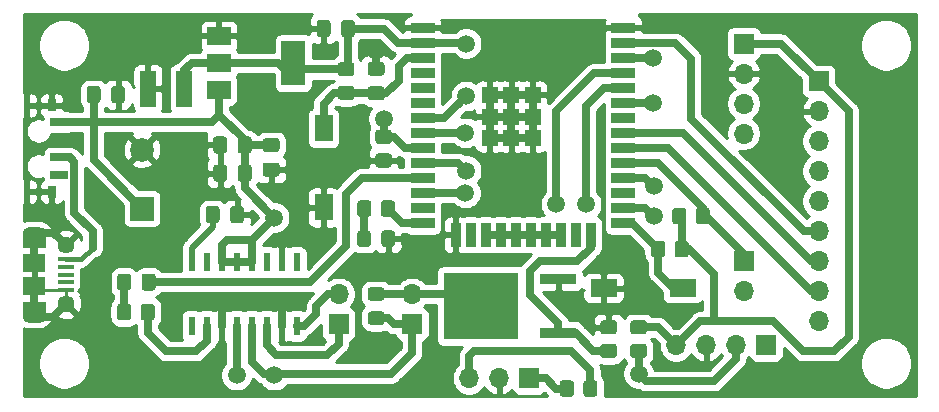
<source format=gtl>
G04 #@! TF.GenerationSoftware,KiCad,Pcbnew,(5.1.9)-1*
G04 #@! TF.CreationDate,2021-04-11T12:01:03+02:00*
G04 #@! TF.ProjectId,mainboard,6d61696e-626f-4617-9264-2e6b69636164,rev?*
G04 #@! TF.SameCoordinates,Original*
G04 #@! TF.FileFunction,Copper,L1,Top*
G04 #@! TF.FilePolarity,Positive*
%FSLAX46Y46*%
G04 Gerber Fmt 4.6, Leading zero omitted, Abs format (unit mm)*
G04 Created by KiCad (PCBNEW (5.1.9)-1) date 2021-04-11 12:01:03*
%MOMM*%
%LPD*%
G01*
G04 APERTURE LIST*
G04 #@! TA.AperFunction,EtchedComponent*
%ADD10C,0.000100*%
G04 #@! TD*
G04 #@! TA.AperFunction,SMDPad,CuDef*
%ADD11R,1.330000X1.330000*%
G04 #@! TD*
G04 #@! TA.AperFunction,SMDPad,CuDef*
%ADD12R,2.000000X0.900000*%
G04 #@! TD*
G04 #@! TA.AperFunction,SMDPad,CuDef*
%ADD13R,0.900000X2.000000*%
G04 #@! TD*
G04 #@! TA.AperFunction,ComponentPad*
%ADD14O,1.700000X1.700000*%
G04 #@! TD*
G04 #@! TA.AperFunction,ComponentPad*
%ADD15R,1.700000X1.700000*%
G04 #@! TD*
G04 #@! TA.AperFunction,SMDPad,CuDef*
%ADD16R,1.340000X3.020000*%
G04 #@! TD*
G04 #@! TA.AperFunction,ComponentPad*
%ADD17C,2.000000*%
G04 #@! TD*
G04 #@! TA.AperFunction,ComponentPad*
%ADD18R,2.000000X2.000000*%
G04 #@! TD*
G04 #@! TA.AperFunction,SMDPad,CuDef*
%ADD19R,0.797560X0.998220*%
G04 #@! TD*
G04 #@! TA.AperFunction,SMDPad,CuDef*
%ADD20R,0.599440X0.998220*%
G04 #@! TD*
G04 #@! TA.AperFunction,SMDPad,CuDef*
%ADD21R,1.498600X0.698500*%
G04 #@! TD*
G04 #@! TA.AperFunction,SMDPad,CuDef*
%ADD22R,1.350000X0.400000*%
G04 #@! TD*
G04 #@! TA.AperFunction,ComponentPad*
%ADD23C,1.450000*%
G04 #@! TD*
G04 #@! TA.AperFunction,SMDPad,CuDef*
%ADD24R,1.900000X1.500000*%
G04 #@! TD*
G04 #@! TA.AperFunction,ComponentPad*
%ADD25O,1.900000X0.950000*%
G04 #@! TD*
G04 #@! TA.AperFunction,SMDPad,CuDef*
%ADD26R,6.320000X5.670000*%
G04 #@! TD*
G04 #@! TA.AperFunction,SMDPad,CuDef*
%ADD27R,3.020000X0.970000*%
G04 #@! TD*
G04 #@! TA.AperFunction,SMDPad,CuDef*
%ADD28R,0.600000X1.600000*%
G04 #@! TD*
G04 #@! TA.AperFunction,SMDPad,CuDef*
%ADD29R,2.300000X1.500000*%
G04 #@! TD*
G04 #@! TA.AperFunction,SMDPad,CuDef*
%ADD30R,1.500000X2.300000*%
G04 #@! TD*
G04 #@! TA.AperFunction,SMDPad,CuDef*
%ADD31R,2.000000X1.500000*%
G04 #@! TD*
G04 #@! TA.AperFunction,SMDPad,CuDef*
%ADD32R,2.000000X3.800000*%
G04 #@! TD*
G04 #@! TA.AperFunction,ViaPad*
%ADD33C,1.500000*%
G04 #@! TD*
G04 #@! TA.AperFunction,Conductor*
%ADD34C,0.635000*%
G04 #@! TD*
G04 #@! TA.AperFunction,Conductor*
%ADD35C,0.250000*%
G04 #@! TD*
G04 #@! TA.AperFunction,Conductor*
%ADD36C,0.500000*%
G04 #@! TD*
G04 #@! TA.AperFunction,Conductor*
%ADD37C,0.400000*%
G04 #@! TD*
G04 #@! TA.AperFunction,Conductor*
%ADD38C,0.254000*%
G04 #@! TD*
G04 #@! TA.AperFunction,Conductor*
%ADD39C,0.100000*%
G04 #@! TD*
G04 APERTURE END LIST*
D10*
G36*
X73594000Y-108783000D02*
G01*
X73594000Y-107583000D01*
X71694000Y-107583000D01*
X71694000Y-108783000D01*
X71694651Y-108807860D01*
X71696602Y-108832651D01*
X71699848Y-108857306D01*
X71704380Y-108881758D01*
X71710185Y-108905939D01*
X71717248Y-108929783D01*
X71725549Y-108953225D01*
X71735066Y-108976200D01*
X71745772Y-108998645D01*
X71757638Y-109020500D01*
X71770631Y-109041704D01*
X71784717Y-109062198D01*
X71799856Y-109081927D01*
X71816006Y-109100837D01*
X71833124Y-109118876D01*
X71851163Y-109135994D01*
X71870073Y-109152144D01*
X71889802Y-109167283D01*
X71910296Y-109181369D01*
X71931500Y-109194362D01*
X71953355Y-109206228D01*
X71975800Y-109216934D01*
X71998775Y-109226451D01*
X72022217Y-109234752D01*
X72046061Y-109241815D01*
X72070242Y-109247620D01*
X72094694Y-109252152D01*
X72119349Y-109255398D01*
X72144140Y-109257349D01*
X72169000Y-109258000D01*
X73119000Y-109258000D01*
X73143860Y-109257349D01*
X73168651Y-109255398D01*
X73193306Y-109252152D01*
X73217758Y-109247620D01*
X73241939Y-109241815D01*
X73265783Y-109234752D01*
X73289225Y-109226451D01*
X73312200Y-109216934D01*
X73334645Y-109206228D01*
X73356500Y-109194362D01*
X73377704Y-109181369D01*
X73398198Y-109167283D01*
X73417927Y-109152144D01*
X73436837Y-109135994D01*
X73454876Y-109118876D01*
X73471994Y-109100837D01*
X73488144Y-109081927D01*
X73503283Y-109062198D01*
X73517369Y-109041704D01*
X73530362Y-109020500D01*
X73542228Y-108998645D01*
X73552934Y-108976200D01*
X73562451Y-108953225D01*
X73570752Y-108929783D01*
X73577815Y-108905939D01*
X73583620Y-108881758D01*
X73588152Y-108857306D01*
X73591398Y-108832651D01*
X73593349Y-108807860D01*
X73594000Y-108783000D01*
G37*
X73594000Y-108783000D02*
X73594000Y-107583000D01*
X71694000Y-107583000D01*
X71694000Y-108783000D01*
X71694651Y-108807860D01*
X71696602Y-108832651D01*
X71699848Y-108857306D01*
X71704380Y-108881758D01*
X71710185Y-108905939D01*
X71717248Y-108929783D01*
X71725549Y-108953225D01*
X71735066Y-108976200D01*
X71745772Y-108998645D01*
X71757638Y-109020500D01*
X71770631Y-109041704D01*
X71784717Y-109062198D01*
X71799856Y-109081927D01*
X71816006Y-109100837D01*
X71833124Y-109118876D01*
X71851163Y-109135994D01*
X71870073Y-109152144D01*
X71889802Y-109167283D01*
X71910296Y-109181369D01*
X71931500Y-109194362D01*
X71953355Y-109206228D01*
X71975800Y-109216934D01*
X71998775Y-109226451D01*
X72022217Y-109234752D01*
X72046061Y-109241815D01*
X72070242Y-109247620D01*
X72094694Y-109252152D01*
X72119349Y-109255398D01*
X72144140Y-109257349D01*
X72169000Y-109258000D01*
X73119000Y-109258000D01*
X73143860Y-109257349D01*
X73168651Y-109255398D01*
X73193306Y-109252152D01*
X73217758Y-109247620D01*
X73241939Y-109241815D01*
X73265783Y-109234752D01*
X73289225Y-109226451D01*
X73312200Y-109216934D01*
X73334645Y-109206228D01*
X73356500Y-109194362D01*
X73377704Y-109181369D01*
X73398198Y-109167283D01*
X73417927Y-109152144D01*
X73436837Y-109135994D01*
X73454876Y-109118876D01*
X73471994Y-109100837D01*
X73488144Y-109081927D01*
X73503283Y-109062198D01*
X73517369Y-109041704D01*
X73530362Y-109020500D01*
X73542228Y-108998645D01*
X73552934Y-108976200D01*
X73562451Y-108953225D01*
X73570752Y-108929783D01*
X73577815Y-108905939D01*
X73583620Y-108881758D01*
X73588152Y-108857306D01*
X73591398Y-108832651D01*
X73593349Y-108807860D01*
X73594000Y-108783000D01*
G36*
X73594000Y-101783000D02*
G01*
X73594000Y-102983000D01*
X71694000Y-102983000D01*
X71694000Y-101783000D01*
X71694651Y-101758140D01*
X71696602Y-101733349D01*
X71699848Y-101708694D01*
X71704380Y-101684242D01*
X71710185Y-101660061D01*
X71717248Y-101636217D01*
X71725549Y-101612775D01*
X71735066Y-101589800D01*
X71745772Y-101567355D01*
X71757638Y-101545500D01*
X71770631Y-101524296D01*
X71784717Y-101503802D01*
X71799856Y-101484073D01*
X71816006Y-101465163D01*
X71833124Y-101447124D01*
X71851163Y-101430006D01*
X71870073Y-101413856D01*
X71889802Y-101398717D01*
X71910296Y-101384631D01*
X71931500Y-101371638D01*
X71953355Y-101359772D01*
X71975800Y-101349066D01*
X71998775Y-101339549D01*
X72022217Y-101331248D01*
X72046061Y-101324185D01*
X72070242Y-101318380D01*
X72094694Y-101313848D01*
X72119349Y-101310602D01*
X72144140Y-101308651D01*
X72169000Y-101308000D01*
X73119000Y-101308000D01*
X73143860Y-101308651D01*
X73168651Y-101310602D01*
X73193306Y-101313848D01*
X73217758Y-101318380D01*
X73241939Y-101324185D01*
X73265783Y-101331248D01*
X73289225Y-101339549D01*
X73312200Y-101349066D01*
X73334645Y-101359772D01*
X73356500Y-101371638D01*
X73377704Y-101384631D01*
X73398198Y-101398717D01*
X73417927Y-101413856D01*
X73436837Y-101430006D01*
X73454876Y-101447124D01*
X73471994Y-101465163D01*
X73488144Y-101484073D01*
X73503283Y-101503802D01*
X73517369Y-101524296D01*
X73530362Y-101545500D01*
X73542228Y-101567355D01*
X73552934Y-101589800D01*
X73562451Y-101612775D01*
X73570752Y-101636217D01*
X73577815Y-101660061D01*
X73583620Y-101684242D01*
X73588152Y-101708694D01*
X73591398Y-101733349D01*
X73593349Y-101758140D01*
X73594000Y-101783000D01*
G37*
X73594000Y-101783000D02*
X73594000Y-102983000D01*
X71694000Y-102983000D01*
X71694000Y-101783000D01*
X71694651Y-101758140D01*
X71696602Y-101733349D01*
X71699848Y-101708694D01*
X71704380Y-101684242D01*
X71710185Y-101660061D01*
X71717248Y-101636217D01*
X71725549Y-101612775D01*
X71735066Y-101589800D01*
X71745772Y-101567355D01*
X71757638Y-101545500D01*
X71770631Y-101524296D01*
X71784717Y-101503802D01*
X71799856Y-101484073D01*
X71816006Y-101465163D01*
X71833124Y-101447124D01*
X71851163Y-101430006D01*
X71870073Y-101413856D01*
X71889802Y-101398717D01*
X71910296Y-101384631D01*
X71931500Y-101371638D01*
X71953355Y-101359772D01*
X71975800Y-101349066D01*
X71998775Y-101339549D01*
X72022217Y-101331248D01*
X72046061Y-101324185D01*
X72070242Y-101318380D01*
X72094694Y-101313848D01*
X72119349Y-101310602D01*
X72144140Y-101308651D01*
X72169000Y-101308000D01*
X73119000Y-101308000D01*
X73143860Y-101308651D01*
X73168651Y-101310602D01*
X73193306Y-101313848D01*
X73217758Y-101318380D01*
X73241939Y-101324185D01*
X73265783Y-101331248D01*
X73289225Y-101339549D01*
X73312200Y-101349066D01*
X73334645Y-101359772D01*
X73356500Y-101371638D01*
X73377704Y-101384631D01*
X73398198Y-101398717D01*
X73417927Y-101413856D01*
X73436837Y-101430006D01*
X73454876Y-101447124D01*
X73471994Y-101465163D01*
X73488144Y-101484073D01*
X73503283Y-101503802D01*
X73517369Y-101524296D01*
X73530362Y-101545500D01*
X73542228Y-101567355D01*
X73552934Y-101589800D01*
X73562451Y-101612775D01*
X73570752Y-101636217D01*
X73577815Y-101660061D01*
X73583620Y-101684242D01*
X73588152Y-101708694D01*
X73591398Y-101733349D01*
X73593349Y-101758140D01*
X73594000Y-101783000D01*
D11*
X114881000Y-93737000D03*
X113046000Y-93737000D03*
X111211000Y-93737000D03*
X114881000Y-91902000D03*
X113046000Y-91902000D03*
X111211000Y-91902000D03*
X114881000Y-90067000D03*
X113046000Y-90067000D03*
X111211000Y-90067000D03*
D12*
X122546000Y-84402000D03*
X122546000Y-85672000D03*
X122546000Y-86942000D03*
X122546000Y-88212000D03*
X122546000Y-89482000D03*
X122546000Y-90752000D03*
X122546000Y-92022000D03*
X122546000Y-93292000D03*
X122546000Y-94562000D03*
X122546000Y-95832000D03*
X122546000Y-97102000D03*
X122546000Y-98372000D03*
X122546000Y-99642000D03*
X122546000Y-100912000D03*
D13*
X119761000Y-101912000D03*
X118491000Y-101912000D03*
X117221000Y-101912000D03*
X115951000Y-101912000D03*
X114681000Y-101912000D03*
X113411000Y-101912000D03*
X112141000Y-101912000D03*
X110871000Y-101912000D03*
X109601000Y-101912000D03*
X108331000Y-101912000D03*
D12*
X105546000Y-100912000D03*
X105546000Y-99642000D03*
X105546000Y-98372000D03*
X105546000Y-97102000D03*
X105546000Y-95832000D03*
X105546000Y-94562000D03*
X105546000Y-93292000D03*
X105546000Y-92022000D03*
X105546000Y-90752000D03*
X105546000Y-89482000D03*
X105546000Y-88212000D03*
X105546000Y-86942000D03*
X105546000Y-85672000D03*
X105546000Y-84402000D03*
G04 #@! TA.AperFunction,SMDPad,CuDef*
G36*
G01*
X102050001Y-107500000D02*
X101149999Y-107500000D01*
G75*
G02*
X100900000Y-107250001I0J249999D01*
G01*
X100900000Y-106599999D01*
G75*
G02*
X101149999Y-106350000I249999J0D01*
G01*
X102050001Y-106350000D01*
G75*
G02*
X102300000Y-106599999I0J-249999D01*
G01*
X102300000Y-107250001D01*
G75*
G02*
X102050001Y-107500000I-249999J0D01*
G01*
G37*
G04 #@! TD.AperFunction*
G04 #@! TA.AperFunction,SMDPad,CuDef*
G36*
G01*
X102050001Y-109550000D02*
X101149999Y-109550000D01*
G75*
G02*
X100900000Y-109300001I0J249999D01*
G01*
X100900000Y-108649999D01*
G75*
G02*
X101149999Y-108400000I249999J0D01*
G01*
X102050001Y-108400000D01*
G75*
G02*
X102300000Y-108649999I0J-249999D01*
G01*
X102300000Y-109300001D01*
G75*
G02*
X102050001Y-109550000I-249999J0D01*
G01*
G37*
G04 #@! TD.AperFunction*
G04 #@! TA.AperFunction,SMDPad,CuDef*
G36*
G01*
X118345000Y-114484999D02*
X118345000Y-115385001D01*
G75*
G02*
X118095001Y-115635000I-249999J0D01*
G01*
X117394999Y-115635000D01*
G75*
G02*
X117145000Y-115385001I0J249999D01*
G01*
X117145000Y-114484999D01*
G75*
G02*
X117394999Y-114235000I249999J0D01*
G01*
X118095001Y-114235000D01*
G75*
G02*
X118345000Y-114484999I0J-249999D01*
G01*
G37*
G04 #@! TD.AperFunction*
G04 #@! TA.AperFunction,SMDPad,CuDef*
G36*
G01*
X120345000Y-114484999D02*
X120345000Y-115385001D01*
G75*
G02*
X120095001Y-115635000I-249999J0D01*
G01*
X119394999Y-115635000D01*
G75*
G02*
X119145000Y-115385001I0J249999D01*
G01*
X119145000Y-114484999D01*
G75*
G02*
X119394999Y-114235000I249999J0D01*
G01*
X120095001Y-114235000D01*
G75*
G02*
X120345000Y-114484999I0J-249999D01*
G01*
G37*
G04 #@! TD.AperFunction*
D14*
X132715000Y-93345000D03*
X132715000Y-90805000D03*
X132715000Y-88265000D03*
D15*
X132715000Y-85725000D03*
D16*
X82280000Y-89535000D03*
X85360000Y-89535000D03*
D17*
X81788000Y-94695000D03*
D18*
X81788000Y-99695000D03*
D19*
X74124820Y-90965020D03*
D20*
X72026780Y-90965020D03*
D19*
X74124820Y-98264980D03*
D20*
X72026780Y-98264980D03*
D21*
X74772520Y-92367100D03*
X74772520Y-95364300D03*
X74772520Y-96862900D03*
D22*
X75319000Y-106583000D03*
X75319000Y-105933000D03*
X75319000Y-105283000D03*
X75319000Y-104633000D03*
X75319000Y-103983000D03*
D23*
X75344000Y-107783000D03*
X75344000Y-102783000D03*
D24*
X72644000Y-106283000D03*
X72644000Y-104283000D03*
D25*
X72644000Y-108783000D03*
X72644000Y-101783000D03*
D14*
X109474000Y-114046000D03*
X112014000Y-114046000D03*
D15*
X114554000Y-114046000D03*
G04 #@! TA.AperFunction,SMDPad,CuDef*
G36*
G01*
X101150000Y-101784999D02*
X101150000Y-102685001D01*
G75*
G02*
X100900001Y-102935000I-249999J0D01*
G01*
X100249999Y-102935000D01*
G75*
G02*
X100000000Y-102685001I0J249999D01*
G01*
X100000000Y-101784999D01*
G75*
G02*
X100249999Y-101535000I249999J0D01*
G01*
X100900001Y-101535000D01*
G75*
G02*
X101150000Y-101784999I0J-249999D01*
G01*
G37*
G04 #@! TD.AperFunction*
G04 #@! TA.AperFunction,SMDPad,CuDef*
G36*
G01*
X103200000Y-101784999D02*
X103200000Y-102685001D01*
G75*
G02*
X102950001Y-102935000I-249999J0D01*
G01*
X102299999Y-102935000D01*
G75*
G02*
X102050000Y-102685001I0J249999D01*
G01*
X102050000Y-101784999D01*
G75*
G02*
X102299999Y-101535000I249999J0D01*
G01*
X102950001Y-101535000D01*
G75*
G02*
X103200000Y-101784999I0J-249999D01*
G01*
G37*
G04 #@! TD.AperFunction*
G04 #@! TA.AperFunction,SMDPad,CuDef*
G36*
G01*
X102000000Y-100145001D02*
X102000000Y-99244999D01*
G75*
G02*
X102249999Y-98995000I249999J0D01*
G01*
X102950001Y-98995000D01*
G75*
G02*
X103200000Y-99244999I0J-249999D01*
G01*
X103200000Y-100145001D01*
G75*
G02*
X102950001Y-100395000I-249999J0D01*
G01*
X102249999Y-100395000D01*
G75*
G02*
X102000000Y-100145001I0J249999D01*
G01*
G37*
G04 #@! TD.AperFunction*
G04 #@! TA.AperFunction,SMDPad,CuDef*
G36*
G01*
X100000000Y-100145001D02*
X100000000Y-99244999D01*
G75*
G02*
X100249999Y-98995000I249999J0D01*
G01*
X100950001Y-98995000D01*
G75*
G02*
X101200000Y-99244999I0J-249999D01*
G01*
X101200000Y-100145001D01*
G75*
G02*
X100950001Y-100395000I-249999J0D01*
G01*
X100249999Y-100395000D01*
G75*
G02*
X100000000Y-100145001I0J249999D01*
G01*
G37*
G04 #@! TD.AperFunction*
G04 #@! TA.AperFunction,SMDPad,CuDef*
G36*
G01*
X79168500Y-90518000D02*
X79168500Y-89568000D01*
G75*
G02*
X79418500Y-89318000I250000J0D01*
G01*
X80093500Y-89318000D01*
G75*
G02*
X80343500Y-89568000I0J-250000D01*
G01*
X80343500Y-90518000D01*
G75*
G02*
X80093500Y-90768000I-250000J0D01*
G01*
X79418500Y-90768000D01*
G75*
G02*
X79168500Y-90518000I0J250000D01*
G01*
G37*
G04 #@! TD.AperFunction*
G04 #@! TA.AperFunction,SMDPad,CuDef*
G36*
G01*
X77093500Y-90518000D02*
X77093500Y-89568000D01*
G75*
G02*
X77343500Y-89318000I250000J0D01*
G01*
X78018500Y-89318000D01*
G75*
G02*
X78268500Y-89568000I0J-250000D01*
G01*
X78268500Y-90518000D01*
G75*
G02*
X78018500Y-90768000I-250000J0D01*
G01*
X77343500Y-90768000D01*
G75*
G02*
X77093500Y-90518000I0J250000D01*
G01*
G37*
G04 #@! TD.AperFunction*
G04 #@! TA.AperFunction,SMDPad,CuDef*
G36*
G01*
X102685001Y-94215000D02*
X101784999Y-94215000D01*
G75*
G02*
X101535000Y-93965001I0J249999D01*
G01*
X101535000Y-93264999D01*
G75*
G02*
X101784999Y-93015000I249999J0D01*
G01*
X102685001Y-93015000D01*
G75*
G02*
X102935000Y-93264999I0J-249999D01*
G01*
X102935000Y-93965001D01*
G75*
G02*
X102685001Y-94215000I-249999J0D01*
G01*
G37*
G04 #@! TD.AperFunction*
G04 #@! TA.AperFunction,SMDPad,CuDef*
G36*
G01*
X102685001Y-96215000D02*
X101784999Y-96215000D01*
G75*
G02*
X101535000Y-95965001I0J249999D01*
G01*
X101535000Y-95264999D01*
G75*
G02*
X101784999Y-95015000I249999J0D01*
G01*
X102685001Y-95015000D01*
G75*
G02*
X102935000Y-95264999I0J-249999D01*
G01*
X102935000Y-95965001D01*
G75*
G02*
X102685001Y-96215000I-249999J0D01*
G01*
G37*
G04 #@! TD.AperFunction*
G04 #@! TA.AperFunction,SMDPad,CuDef*
G36*
G01*
X127870000Y-99879999D02*
X127870000Y-100780001D01*
G75*
G02*
X127620001Y-101030000I-249999J0D01*
G01*
X126919999Y-101030000D01*
G75*
G02*
X126670000Y-100780001I0J249999D01*
G01*
X126670000Y-99879999D01*
G75*
G02*
X126919999Y-99630000I249999J0D01*
G01*
X127620001Y-99630000D01*
G75*
G02*
X127870000Y-99879999I0J-249999D01*
G01*
G37*
G04 #@! TD.AperFunction*
G04 #@! TA.AperFunction,SMDPad,CuDef*
G36*
G01*
X129870000Y-99879999D02*
X129870000Y-100780001D01*
G75*
G02*
X129620001Y-101030000I-249999J0D01*
G01*
X128919999Y-101030000D01*
G75*
G02*
X128670000Y-100780001I0J249999D01*
G01*
X128670000Y-99879999D01*
G75*
G02*
X128919999Y-99630000I249999J0D01*
G01*
X129620001Y-99630000D01*
G75*
G02*
X129870000Y-99879999I0J-249999D01*
G01*
G37*
G04 #@! TD.AperFunction*
G04 #@! TA.AperFunction,SMDPad,CuDef*
G36*
G01*
X98642500Y-84930000D02*
X98642500Y-83980000D01*
G75*
G02*
X98892500Y-83730000I250000J0D01*
G01*
X99567500Y-83730000D01*
G75*
G02*
X99817500Y-83980000I0J-250000D01*
G01*
X99817500Y-84930000D01*
G75*
G02*
X99567500Y-85180000I-250000J0D01*
G01*
X98892500Y-85180000D01*
G75*
G02*
X98642500Y-84930000I0J250000D01*
G01*
G37*
G04 #@! TD.AperFunction*
G04 #@! TA.AperFunction,SMDPad,CuDef*
G36*
G01*
X96567500Y-84930000D02*
X96567500Y-83980000D01*
G75*
G02*
X96817500Y-83730000I250000J0D01*
G01*
X97492500Y-83730000D01*
G75*
G02*
X97742500Y-83980000I0J-250000D01*
G01*
X97742500Y-84930000D01*
G75*
G02*
X97492500Y-85180000I-250000J0D01*
G01*
X96817500Y-85180000D01*
G75*
G02*
X96567500Y-84930000I0J250000D01*
G01*
G37*
G04 #@! TD.AperFunction*
G04 #@! TA.AperFunction,SMDPad,CuDef*
G36*
G01*
X121735001Y-110344000D02*
X120834999Y-110344000D01*
G75*
G02*
X120585000Y-110094001I0J249999D01*
G01*
X120585000Y-109393999D01*
G75*
G02*
X120834999Y-109144000I249999J0D01*
G01*
X121735001Y-109144000D01*
G75*
G02*
X121985000Y-109393999I0J-249999D01*
G01*
X121985000Y-110094001D01*
G75*
G02*
X121735001Y-110344000I-249999J0D01*
G01*
G37*
G04 #@! TD.AperFunction*
G04 #@! TA.AperFunction,SMDPad,CuDef*
G36*
G01*
X121735001Y-112344000D02*
X120834999Y-112344000D01*
G75*
G02*
X120585000Y-112094001I0J249999D01*
G01*
X120585000Y-111393999D01*
G75*
G02*
X120834999Y-111144000I249999J0D01*
G01*
X121735001Y-111144000D01*
G75*
G02*
X121985000Y-111393999I0J-249999D01*
G01*
X121985000Y-112094001D01*
G75*
G02*
X121735001Y-112344000I-249999J0D01*
G01*
G37*
G04 #@! TD.AperFunction*
D14*
X127000000Y-111252000D03*
X129540000Y-111252000D03*
X132080000Y-111252000D03*
D15*
X134620000Y-111252000D03*
G04 #@! TA.AperFunction,SMDPad,CuDef*
G36*
G01*
X102075000Y-88450000D02*
X101125000Y-88450000D01*
G75*
G02*
X100875000Y-88200000I0J250000D01*
G01*
X100875000Y-87525000D01*
G75*
G02*
X101125000Y-87275000I250000J0D01*
G01*
X102075000Y-87275000D01*
G75*
G02*
X102325000Y-87525000I0J-250000D01*
G01*
X102325000Y-88200000D01*
G75*
G02*
X102075000Y-88450000I-250000J0D01*
G01*
G37*
G04 #@! TD.AperFunction*
G04 #@! TA.AperFunction,SMDPad,CuDef*
G36*
G01*
X102075000Y-90525000D02*
X101125000Y-90525000D01*
G75*
G02*
X100875000Y-90275000I0J250000D01*
G01*
X100875000Y-89600000D01*
G75*
G02*
X101125000Y-89350000I250000J0D01*
G01*
X102075000Y-89350000D01*
G75*
G02*
X102325000Y-89600000I0J-250000D01*
G01*
X102325000Y-90275000D01*
G75*
G02*
X102075000Y-90525000I-250000J0D01*
G01*
G37*
G04 #@! TD.AperFunction*
D26*
X110490000Y-107950000D03*
D27*
X117020000Y-105664000D03*
X117020000Y-110236000D03*
G04 #@! TA.AperFunction,SMDPad,CuDef*
G36*
G01*
X126076000Y-102673999D02*
X126076000Y-103574001D01*
G75*
G02*
X125826001Y-103824000I-249999J0D01*
G01*
X125125999Y-103824000D01*
G75*
G02*
X124876000Y-103574001I0J249999D01*
G01*
X124876000Y-102673999D01*
G75*
G02*
X125125999Y-102424000I249999J0D01*
G01*
X125826001Y-102424000D01*
G75*
G02*
X126076000Y-102673999I0J-249999D01*
G01*
G37*
G04 #@! TD.AperFunction*
G04 #@! TA.AperFunction,SMDPad,CuDef*
G36*
G01*
X128076000Y-102673999D02*
X128076000Y-103574001D01*
G75*
G02*
X127826001Y-103824000I-249999J0D01*
G01*
X127125999Y-103824000D01*
G75*
G02*
X126876000Y-103574001I0J249999D01*
G01*
X126876000Y-102673999D01*
G75*
G02*
X127125999Y-102424000I249999J0D01*
G01*
X127826001Y-102424000D01*
G75*
G02*
X128076000Y-102673999I0J-249999D01*
G01*
G37*
G04 #@! TD.AperFunction*
G04 #@! TA.AperFunction,SMDPad,CuDef*
G36*
G01*
X123374999Y-111144000D02*
X124275001Y-111144000D01*
G75*
G02*
X124525000Y-111393999I0J-249999D01*
G01*
X124525000Y-112094001D01*
G75*
G02*
X124275001Y-112344000I-249999J0D01*
G01*
X123374999Y-112344000D01*
G75*
G02*
X123125000Y-112094001I0J249999D01*
G01*
X123125000Y-111393999D01*
G75*
G02*
X123374999Y-111144000I249999J0D01*
G01*
G37*
G04 #@! TD.AperFunction*
G04 #@! TA.AperFunction,SMDPad,CuDef*
G36*
G01*
X123374999Y-109144000D02*
X124275001Y-109144000D01*
G75*
G02*
X124525000Y-109393999I0J-249999D01*
G01*
X124525000Y-110094001D01*
G75*
G02*
X124275001Y-110344000I-249999J0D01*
G01*
X123374999Y-110344000D01*
G75*
G02*
X123125000Y-110094001I0J249999D01*
G01*
X123125000Y-109393999D01*
G75*
G02*
X123374999Y-109144000I249999J0D01*
G01*
G37*
G04 #@! TD.AperFunction*
D14*
X132715000Y-106680000D03*
D15*
X132715000Y-104140000D03*
D14*
X98425000Y-106934000D03*
D15*
X98425000Y-109474000D03*
D14*
X139065000Y-109220000D03*
X139065000Y-106680000D03*
X139065000Y-104140000D03*
X139065000Y-101600000D03*
X139065000Y-99060000D03*
X139065000Y-96520000D03*
X139065000Y-93980000D03*
X139065000Y-91440000D03*
D15*
X139065000Y-88900000D03*
D14*
X104648000Y-106934000D03*
D15*
X104648000Y-109474000D03*
D28*
X94869000Y-109634000D03*
X93599000Y-109634000D03*
X92329000Y-109634000D03*
X91059000Y-109634000D03*
X89789000Y-109634000D03*
X88519000Y-109634000D03*
X87249000Y-109634000D03*
X85979000Y-109634000D03*
X85979000Y-104234000D03*
X87249000Y-104234000D03*
X88519000Y-104234000D03*
X89789000Y-104234000D03*
X91059000Y-104234000D03*
X92329000Y-104234000D03*
X93599000Y-104234000D03*
X94869000Y-104234000D03*
D29*
X127556000Y-106426000D03*
X120856000Y-106426000D03*
D30*
X97155000Y-99600760D03*
X97155000Y-92900760D03*
D31*
X88290000Y-85076000D03*
X88290000Y-89676000D03*
X88290000Y-87376000D03*
D32*
X94590000Y-87376000D03*
G04 #@! TA.AperFunction,SMDPad,CuDef*
G36*
G01*
X80864000Y-108007999D02*
X80864000Y-108908001D01*
G75*
G02*
X80614001Y-109158000I-249999J0D01*
G01*
X79913999Y-109158000D01*
G75*
G02*
X79664000Y-108908001I0J249999D01*
G01*
X79664000Y-108007999D01*
G75*
G02*
X79913999Y-107758000I249999J0D01*
G01*
X80614001Y-107758000D01*
G75*
G02*
X80864000Y-108007999I0J-249999D01*
G01*
G37*
G04 #@! TD.AperFunction*
G04 #@! TA.AperFunction,SMDPad,CuDef*
G36*
G01*
X82864000Y-108007999D02*
X82864000Y-108908001D01*
G75*
G02*
X82614001Y-109158000I-249999J0D01*
G01*
X81913999Y-109158000D01*
G75*
G02*
X81664000Y-108908001I0J249999D01*
G01*
X81664000Y-108007999D01*
G75*
G02*
X81913999Y-107758000I249999J0D01*
G01*
X82614001Y-107758000D01*
G75*
G02*
X82864000Y-108007999I0J-249999D01*
G01*
G37*
G04 #@! TD.AperFunction*
G04 #@! TA.AperFunction,SMDPad,CuDef*
G36*
G01*
X98609999Y-89300000D02*
X99510001Y-89300000D01*
G75*
G02*
X99760000Y-89549999I0J-249999D01*
G01*
X99760000Y-90250001D01*
G75*
G02*
X99510001Y-90500000I-249999J0D01*
G01*
X98609999Y-90500000D01*
G75*
G02*
X98360000Y-90250001I0J249999D01*
G01*
X98360000Y-89549999D01*
G75*
G02*
X98609999Y-89300000I249999J0D01*
G01*
G37*
G04 #@! TD.AperFunction*
G04 #@! TA.AperFunction,SMDPad,CuDef*
G36*
G01*
X98609999Y-87300000D02*
X99510001Y-87300000D01*
G75*
G02*
X99760000Y-87549999I0J-249999D01*
G01*
X99760000Y-88250001D01*
G75*
G02*
X99510001Y-88500000I-249999J0D01*
G01*
X98609999Y-88500000D01*
G75*
G02*
X98360000Y-88250001I0J249999D01*
G01*
X98360000Y-87549999D01*
G75*
G02*
X98609999Y-87300000I249999J0D01*
G01*
G37*
G04 #@! TD.AperFunction*
G04 #@! TA.AperFunction,SMDPad,CuDef*
G36*
G01*
X92235000Y-95805500D02*
X93185000Y-95805500D01*
G75*
G02*
X93435000Y-96055500I0J-250000D01*
G01*
X93435000Y-96730500D01*
G75*
G02*
X93185000Y-96980500I-250000J0D01*
G01*
X92235000Y-96980500D01*
G75*
G02*
X91985000Y-96730500I0J250000D01*
G01*
X91985000Y-96055500D01*
G75*
G02*
X92235000Y-95805500I250000J0D01*
G01*
G37*
G04 #@! TD.AperFunction*
G04 #@! TA.AperFunction,SMDPad,CuDef*
G36*
G01*
X92235000Y-93730500D02*
X93185000Y-93730500D01*
G75*
G02*
X93435000Y-93980500I0J-250000D01*
G01*
X93435000Y-94655500D01*
G75*
G02*
X93185000Y-94905500I-250000J0D01*
G01*
X92235000Y-94905500D01*
G75*
G02*
X91985000Y-94655500I0J250000D01*
G01*
X91985000Y-93980500D01*
G75*
G02*
X92235000Y-93730500I250000J0D01*
G01*
G37*
G04 #@! TD.AperFunction*
G04 #@! TA.AperFunction,SMDPad,CuDef*
G36*
G01*
X88980000Y-93830000D02*
X88980000Y-94780000D01*
G75*
G02*
X88730000Y-95030000I-250000J0D01*
G01*
X88055000Y-95030000D01*
G75*
G02*
X87805000Y-94780000I0J250000D01*
G01*
X87805000Y-93830000D01*
G75*
G02*
X88055000Y-93580000I250000J0D01*
G01*
X88730000Y-93580000D01*
G75*
G02*
X88980000Y-93830000I0J-250000D01*
G01*
G37*
G04 #@! TD.AperFunction*
G04 #@! TA.AperFunction,SMDPad,CuDef*
G36*
G01*
X91055000Y-93830000D02*
X91055000Y-94780000D01*
G75*
G02*
X90805000Y-95030000I-250000J0D01*
G01*
X90130000Y-95030000D01*
G75*
G02*
X89880000Y-94780000I0J250000D01*
G01*
X89880000Y-93830000D01*
G75*
G02*
X90130000Y-93580000I250000J0D01*
G01*
X90805000Y-93580000D01*
G75*
G02*
X91055000Y-93830000I0J-250000D01*
G01*
G37*
G04 #@! TD.AperFunction*
G04 #@! TA.AperFunction,SMDPad,CuDef*
G36*
G01*
X88987300Y-96222800D02*
X88987300Y-97172800D01*
G75*
G02*
X88737300Y-97422800I-250000J0D01*
G01*
X88062300Y-97422800D01*
G75*
G02*
X87812300Y-97172800I0J250000D01*
G01*
X87812300Y-96222800D01*
G75*
G02*
X88062300Y-95972800I250000J0D01*
G01*
X88737300Y-95972800D01*
G75*
G02*
X88987300Y-96222800I0J-250000D01*
G01*
G37*
G04 #@! TD.AperFunction*
G04 #@! TA.AperFunction,SMDPad,CuDef*
G36*
G01*
X91062300Y-96222800D02*
X91062300Y-97172800D01*
G75*
G02*
X90812300Y-97422800I-250000J0D01*
G01*
X90137300Y-97422800D01*
G75*
G02*
X89887300Y-97172800I0J250000D01*
G01*
X89887300Y-96222800D01*
G75*
G02*
X90137300Y-95972800I250000J0D01*
G01*
X90812300Y-95972800D01*
G75*
G02*
X91062300Y-96222800I0J-250000D01*
G01*
G37*
G04 #@! TD.AperFunction*
G04 #@! TA.AperFunction,SMDPad,CuDef*
G36*
G01*
X89244500Y-100678000D02*
X89244500Y-99728000D01*
G75*
G02*
X89494500Y-99478000I250000J0D01*
G01*
X90169500Y-99478000D01*
G75*
G02*
X90419500Y-99728000I0J-250000D01*
G01*
X90419500Y-100678000D01*
G75*
G02*
X90169500Y-100928000I-250000J0D01*
G01*
X89494500Y-100928000D01*
G75*
G02*
X89244500Y-100678000I0J250000D01*
G01*
G37*
G04 #@! TD.AperFunction*
G04 #@! TA.AperFunction,SMDPad,CuDef*
G36*
G01*
X87169500Y-100678000D02*
X87169500Y-99728000D01*
G75*
G02*
X87419500Y-99478000I250000J0D01*
G01*
X88094500Y-99478000D01*
G75*
G02*
X88344500Y-99728000I0J-250000D01*
G01*
X88344500Y-100678000D01*
G75*
G02*
X88094500Y-100928000I-250000J0D01*
G01*
X87419500Y-100928000D01*
G75*
G02*
X87169500Y-100678000I0J250000D01*
G01*
G37*
G04 #@! TD.AperFunction*
G04 #@! TA.AperFunction,SMDPad,CuDef*
G36*
G01*
X81751500Y-106393000D02*
X81751500Y-105443000D01*
G75*
G02*
X82001500Y-105193000I250000J0D01*
G01*
X82676500Y-105193000D01*
G75*
G02*
X82926500Y-105443000I0J-250000D01*
G01*
X82926500Y-106393000D01*
G75*
G02*
X82676500Y-106643000I-250000J0D01*
G01*
X82001500Y-106643000D01*
G75*
G02*
X81751500Y-106393000I0J250000D01*
G01*
G37*
G04 #@! TD.AperFunction*
G04 #@! TA.AperFunction,SMDPad,CuDef*
G36*
G01*
X79676500Y-106393000D02*
X79676500Y-105443000D01*
G75*
G02*
X79926500Y-105193000I250000J0D01*
G01*
X80601500Y-105193000D01*
G75*
G02*
X80851500Y-105443000I0J-250000D01*
G01*
X80851500Y-106393000D01*
G75*
G02*
X80601500Y-106643000I-250000J0D01*
G01*
X79926500Y-106643000D01*
G75*
G02*
X79676500Y-106393000I0J250000D01*
G01*
G37*
G04 #@! TD.AperFunction*
D33*
X109220000Y-85725000D03*
X116840000Y-99314000D03*
X123825000Y-113665000D03*
X119380000Y-99314000D03*
X92964000Y-100457000D03*
X92964000Y-113792000D03*
X89789000Y-113792000D03*
X102235000Y-92075000D03*
X135890000Y-90805000D03*
X91440000Y-84455000D03*
X101600000Y-86360000D03*
X91440000Y-89535000D03*
X84328000Y-102870000D03*
X123825000Y-106680000D03*
X139700000Y-114300000D03*
X105410000Y-104140000D03*
X84455000Y-107950000D03*
X84455000Y-84455000D03*
X113030000Y-87757000D03*
X109167000Y-98372000D03*
X109167000Y-93292000D03*
X109220000Y-96494600D03*
X125095000Y-100330000D03*
X109220000Y-90170000D03*
X125042000Y-90752000D03*
X125042000Y-86942000D03*
X125095000Y-97790000D03*
D34*
X101600000Y-89937500D02*
X101832500Y-89937500D01*
D35*
X105546000Y-86942000D02*
X104828000Y-86942000D01*
D34*
X103505000Y-88900000D02*
X102467500Y-89937500D01*
X104193000Y-86942000D02*
X103505000Y-87630000D01*
X103505000Y-87630000D02*
X103505000Y-88900000D01*
X105546000Y-86942000D02*
X104193000Y-86942000D01*
X101600000Y-89937500D02*
X102467500Y-89937500D01*
X101600000Y-89937500D02*
X101600000Y-90170000D01*
X99097500Y-89937500D02*
X99060000Y-89900000D01*
X101600000Y-89937500D02*
X99097500Y-89937500D01*
X97155000Y-92900760D02*
X97155000Y-90805000D01*
X98060000Y-89900000D02*
X99060000Y-89900000D01*
X97155000Y-90805000D02*
X98060000Y-89900000D01*
X113411000Y-101912000D02*
X112141000Y-101912000D01*
X113411000Y-101912000D02*
X114681000Y-101912000D01*
X114681000Y-101912000D02*
X115951000Y-101912000D01*
X115951000Y-101912000D02*
X117221000Y-101912000D01*
X110871000Y-101912000D02*
X112141000Y-101912000D01*
X93844000Y-87900000D02*
X93320000Y-87376000D01*
X127476000Y-103124000D02*
X127476000Y-100536000D01*
X125492000Y-109744000D02*
X127000000Y-111252000D01*
X123698000Y-109744000D02*
X125492000Y-109744000D01*
X127000000Y-111252000D02*
X129032000Y-109220000D01*
X130175000Y-105223000D02*
X130175000Y-109220000D01*
X128076000Y-103124000D02*
X130175000Y-105223000D01*
X127476000Y-103124000D02*
X128076000Y-103124000D01*
X129032000Y-109220000D02*
X130175000Y-109220000D01*
X107897000Y-85672000D02*
X107897000Y-85672000D01*
X93320000Y-87376000D02*
X88290000Y-87376000D01*
X95114000Y-87900000D02*
X94590000Y-87376000D01*
X99060000Y-87900000D02*
X95114000Y-87900000D01*
X137759502Y-111760000D02*
X140374098Y-111760000D01*
X140374098Y-111760000D02*
X141605000Y-110529098D01*
X135219502Y-109220000D02*
X137759502Y-111760000D01*
X130175000Y-109220000D02*
X135219502Y-109220000D01*
X88274000Y-87360000D02*
X88290000Y-87376000D01*
X85360000Y-89535000D02*
X85360000Y-87995000D01*
X85979000Y-87376000D02*
X88290000Y-87376000D01*
X85360000Y-87995000D02*
X85979000Y-87376000D01*
X103452000Y-85672000D02*
X102235000Y-84455000D01*
X105546000Y-85672000D02*
X103452000Y-85672000D01*
X102235000Y-84455000D02*
X99230000Y-84455000D01*
X99230000Y-87730000D02*
X99060000Y-87900000D01*
X99230000Y-84455000D02*
X99230000Y-87730000D01*
X135890000Y-85725000D02*
X139065000Y-88900000D01*
X132715000Y-85725000D02*
X135890000Y-85725000D01*
X141605000Y-91440000D02*
X141605000Y-92710000D01*
X139065000Y-88900000D02*
X141605000Y-91440000D01*
X141605000Y-110529098D02*
X141605000Y-92710000D01*
X105546000Y-85672000D02*
X108638000Y-85672000D01*
X108691000Y-85725000D02*
X108638000Y-85672000D01*
X109220000Y-85725000D02*
X108691000Y-85725000D01*
X117745000Y-114935000D02*
X116840000Y-114935000D01*
X115951000Y-114046000D02*
X114554000Y-114046000D01*
X116840000Y-114935000D02*
X115951000Y-114046000D01*
X123825000Y-111744000D02*
X123825000Y-113665000D01*
X132080000Y-112395000D02*
X132080000Y-111252000D01*
X130175000Y-114300000D02*
X132080000Y-112395000D01*
X124460000Y-114300000D02*
X130175000Y-114300000D01*
X123825000Y-113665000D02*
X124460000Y-114300000D01*
X120068000Y-88212000D02*
X122546000Y-88212000D01*
X116840000Y-91440000D02*
X120068000Y-88212000D01*
X116840000Y-99314000D02*
X116840000Y-91440000D01*
X123825000Y-113665000D02*
X123825000Y-113665000D01*
X120911000Y-89482000D02*
X122546000Y-89482000D01*
X119380000Y-91013000D02*
X120911000Y-89482000D01*
X119380000Y-99314000D02*
X119380000Y-99314000D01*
X119380000Y-99314000D02*
X119380000Y-91013000D01*
X90467500Y-96690500D02*
X90474800Y-96697800D01*
X92450800Y-94305000D02*
X92456000Y-94310200D01*
X90467500Y-94305000D02*
X92450800Y-94305000D01*
X90474800Y-94312300D02*
X90467500Y-94305000D01*
X90474800Y-96697800D02*
X90474800Y-94312300D01*
X104648000Y-111887000D02*
X104648000Y-109474000D01*
X102870000Y-113665000D02*
X104648000Y-111887000D01*
X88290000Y-89676000D02*
X88290000Y-90118800D01*
X91059000Y-109634000D02*
X91059000Y-112649000D01*
X92075000Y-113665000D02*
X92075000Y-113665000D01*
X91059000Y-112649000D02*
X92075000Y-113665000D01*
X92075000Y-113665000D02*
X102870000Y-113665000D01*
X74772520Y-92367100D02*
X77762100Y-92367100D01*
X88290000Y-91744400D02*
X88290000Y-89676000D01*
X87667300Y-92367100D02*
X88290000Y-91744400D01*
X90467500Y-93921900D02*
X88290000Y-91744400D01*
X90467500Y-94305000D02*
X90467500Y-93921900D01*
X90474800Y-97967800D02*
X92964000Y-100457000D01*
X90474800Y-96697800D02*
X90474800Y-97967800D01*
X91059000Y-102362000D02*
X92964000Y-100457000D01*
X91059000Y-104234000D02*
X91059000Y-102362000D01*
X88956000Y-102362000D02*
X91059000Y-102362000D01*
X88519000Y-102799000D02*
X88956000Y-102362000D01*
X88519000Y-104234000D02*
X88519000Y-102799000D01*
X79336900Y-92367100D02*
X87667300Y-92367100D01*
X77762100Y-92367100D02*
X79336900Y-92367100D01*
X77681000Y-95588000D02*
X81788000Y-99695000D01*
X77681000Y-90043000D02*
X77681000Y-95588000D01*
X88519000Y-104234000D02*
X89789000Y-104234000D01*
X91059000Y-104234000D02*
X89789000Y-104234000D01*
X101600000Y-108975000D02*
X102625000Y-108975000D01*
X103124000Y-109474000D02*
X104648000Y-109474000D01*
X102625000Y-108975000D02*
X103124000Y-109474000D01*
X100383000Y-97102000D02*
X105546000Y-97102000D01*
X99060000Y-98425000D02*
X100383000Y-97102000D01*
X82339000Y-105918000D02*
X96012000Y-105918000D01*
X99060000Y-102870000D02*
X99060000Y-98425000D01*
X96012000Y-105918000D02*
X99060000Y-102870000D01*
X80264000Y-105918000D02*
X80264000Y-108458000D01*
D36*
X85979000Y-102997000D02*
X85979000Y-104234000D01*
X87757000Y-101219000D02*
X85979000Y-102997000D01*
X87757000Y-100203000D02*
X87757000Y-101219000D01*
D34*
X108558000Y-106934000D02*
X110590000Y-108966000D01*
X104648000Y-106934000D02*
X108558000Y-106934000D01*
X104639000Y-106925000D02*
X104648000Y-106934000D01*
X101600000Y-106925000D02*
X104639000Y-106925000D01*
X82264000Y-110204000D02*
X82264000Y-108458000D01*
X83820000Y-111760000D02*
X82264000Y-110204000D01*
X87249000Y-110871000D02*
X86360000Y-111760000D01*
X86360000Y-111760000D02*
X83820000Y-111760000D01*
X87249000Y-109634000D02*
X87249000Y-110871000D01*
X116205000Y-104140000D02*
X116205000Y-104140000D01*
X117020000Y-109400000D02*
X117020000Y-110236000D01*
X114600000Y-106980000D02*
X117020000Y-109400000D01*
X114600000Y-105000000D02*
X114600000Y-106980000D01*
X119761000Y-103023502D02*
X118644502Y-104140000D01*
X115460000Y-104140000D02*
X114600000Y-105000000D01*
X118644502Y-104140000D02*
X115460000Y-104140000D01*
X119761000Y-101912000D02*
X119761000Y-103023502D01*
X117020000Y-110236000D02*
X118491000Y-110236000D01*
X119999000Y-111744000D02*
X121285000Y-111744000D01*
X118491000Y-110236000D02*
X119999000Y-111744000D01*
X94869000Y-109634000D02*
X94869000Y-109601000D01*
X94869000Y-109634000D02*
X95471000Y-109634000D01*
X95471000Y-109634000D02*
X96520000Y-108585000D01*
X96520000Y-108585000D02*
X96520000Y-107950000D01*
X97536000Y-106934000D02*
X98425000Y-106934000D01*
X96520000Y-107950000D02*
X97536000Y-106934000D01*
X92329000Y-109634000D02*
X92329000Y-111252000D01*
X93167200Y-112090200D02*
X92329000Y-111252000D01*
X93167200Y-112090200D02*
X97459800Y-112090200D01*
X98425000Y-111125000D02*
X98425000Y-109474000D01*
X97459800Y-112090200D02*
X98425000Y-111125000D01*
X102235000Y-93615000D02*
X102235000Y-92075000D01*
X105546000Y-94562000D02*
X104087000Y-94562000D01*
X103140000Y-93615000D02*
X102235000Y-93615000D01*
X104087000Y-94562000D02*
X103140000Y-93615000D01*
X102235000Y-92075000D02*
X102235000Y-92075000D01*
X89789000Y-109634000D02*
X89789000Y-113792000D01*
X72644000Y-108839000D02*
X74344000Y-108839000D01*
D35*
X75319000Y-107758000D02*
X75344000Y-107783000D01*
X75319000Y-106583000D02*
X75319000Y-107758000D01*
X72944000Y-106583000D02*
X72644000Y-106283000D01*
D34*
X74344000Y-101783000D02*
X75344000Y-102783000D01*
X72644000Y-101783000D02*
X74344000Y-101783000D01*
X101600000Y-87862500D02*
X101600000Y-86360000D01*
X101600000Y-86360000D02*
X101600000Y-86360000D01*
X111211000Y-91902000D02*
X114881000Y-91902000D01*
X113046000Y-90067000D02*
X113046000Y-93737000D01*
X111211000Y-93737000D02*
X114881000Y-93737000D01*
X114881000Y-93737000D02*
X114881000Y-90067000D01*
X114881000Y-90067000D02*
X111211000Y-90067000D01*
X111211000Y-93737000D02*
X111211000Y-90067000D01*
X101600000Y-86360000D02*
X101600000Y-86360000D01*
X93599000Y-109634000D02*
X93599000Y-108204000D01*
X93599000Y-108204000D02*
X92710000Y-107315000D01*
X92710000Y-107315000D02*
X89535000Y-107315000D01*
X88519000Y-108331000D02*
X89535000Y-107315000D01*
X88519000Y-109634000D02*
X88519000Y-108331000D01*
X72644000Y-101783000D02*
X72644000Y-104283000D01*
X74344000Y-108783000D02*
X75344000Y-107783000D01*
D35*
X75319000Y-106583000D02*
X72944000Y-106583000D01*
D34*
X72644000Y-106283000D02*
X72644000Y-108783000D01*
X127582000Y-93292000D02*
X122546000Y-93292000D01*
X139065000Y-104140000D02*
X138430000Y-104140000D01*
X127582000Y-93292000D02*
X138430000Y-104140000D01*
X126312000Y-94562000D02*
X122546000Y-94562000D01*
X138430000Y-106680000D02*
X126312000Y-94562000D01*
X139065000Y-106680000D02*
X138430000Y-106680000D01*
X124181000Y-85672000D02*
X122546000Y-85672000D01*
X128270000Y-92075000D02*
X128270000Y-86995000D01*
X126947000Y-85672000D02*
X124181000Y-85672000D01*
X128270000Y-86995000D02*
X126947000Y-85672000D01*
X137795000Y-101600000D02*
X128270000Y-92075000D01*
X139065000Y-101600000D02*
X137795000Y-101600000D01*
X105546000Y-98372000D02*
X107897000Y-98372000D01*
X107897000Y-98372000D02*
X108532000Y-98372000D01*
X109167000Y-98372000D02*
X109167000Y-98372000D01*
X108532000Y-98372000D02*
X109167000Y-98372000D01*
X109167000Y-98372000D02*
X109167000Y-98372000D01*
X109167000Y-98372000D02*
X109167000Y-98372000D01*
X105546000Y-93292000D02*
X108532000Y-93292000D01*
X108532000Y-93292000D02*
X109167000Y-93292000D01*
X109167000Y-93292000D02*
X109167000Y-93292000D01*
X109167000Y-93292000D02*
X109167000Y-93292000D01*
X109167000Y-93292000D02*
X109167000Y-93292000D01*
X107897000Y-95832000D02*
X105546000Y-95832000D01*
X108534200Y-95834200D02*
X107897000Y-95832000D01*
X108559600Y-95834200D02*
X109220000Y-96494600D01*
X108534200Y-95834200D02*
X108559600Y-95834200D01*
X122546000Y-99642000D02*
X123772000Y-99642000D01*
X123772000Y-99642000D02*
X124407000Y-99642000D01*
X124407000Y-99642000D02*
X125095000Y-100330000D01*
X125095000Y-100330000D02*
X125095000Y-100330000D01*
X132715000Y-103775000D02*
X132715000Y-104140000D01*
X129270000Y-100330000D02*
X129540000Y-100330000D01*
X132715000Y-103505000D02*
X132715000Y-104140000D01*
X129540000Y-100330000D02*
X132715000Y-103505000D01*
X125472000Y-95832000D02*
X129270000Y-99630000D01*
X129270000Y-99630000D02*
X129270000Y-100330000D01*
X122546000Y-95832000D02*
X125472000Y-95832000D01*
X127556000Y-106426000D02*
X126746000Y-106426000D01*
X125476000Y-105156000D02*
X125476000Y-103124000D01*
X126746000Y-106426000D02*
X125476000Y-105156000D01*
X123264000Y-100912000D02*
X125476000Y-103124000D01*
X122546000Y-100912000D02*
X123264000Y-100912000D01*
X108585000Y-90805000D02*
X108585000Y-90805000D01*
X107368000Y-92022000D02*
X105546000Y-92022000D01*
X109220000Y-90170000D02*
X107368000Y-92022000D01*
X109855000Y-111760000D02*
X109474000Y-112141000D01*
X109474000Y-112141000D02*
X109474000Y-114046000D01*
X119745000Y-113395000D02*
X118110000Y-111760000D01*
X118110000Y-111760000D02*
X109855000Y-111760000D01*
X119745000Y-114935000D02*
X119745000Y-113395000D01*
X122546000Y-90752000D02*
X125042000Y-90752000D01*
X125042000Y-90752000D02*
X125042000Y-90752000D01*
X122546000Y-86942000D02*
X125042000Y-86942000D01*
X125042000Y-86942000D02*
X125042000Y-86942000D01*
X103817000Y-100912000D02*
X105546000Y-100912000D01*
X102600000Y-99695000D02*
X103817000Y-100912000D01*
X100575000Y-99720000D02*
X100600000Y-99695000D01*
X100575000Y-102235000D02*
X100575000Y-99720000D01*
D37*
X76611000Y-103983000D02*
X77597000Y-102997000D01*
X75319000Y-103983000D02*
X76611000Y-103983000D01*
D34*
X77597000Y-101600000D02*
X77597000Y-102997000D01*
X74772520Y-95364300D02*
X75679300Y-95364300D01*
X76039321Y-100042321D02*
X77597000Y-101600000D01*
X75679300Y-95364300D02*
X76039321Y-95724321D01*
X76039321Y-95724321D02*
X76039321Y-100042321D01*
X122546000Y-97102000D02*
X124407000Y-97102000D01*
X124407000Y-97102000D02*
X125095000Y-97790000D01*
X125095000Y-97790000D02*
X125095000Y-97790000D01*
D38*
X80832192Y-93559587D02*
X81788000Y-94515395D01*
X82743808Y-93559587D01*
X82656887Y-93319600D01*
X87224168Y-93319600D01*
X87215498Y-93335820D01*
X87179188Y-93455518D01*
X87166928Y-93580000D01*
X87170000Y-94019250D01*
X87328750Y-94178000D01*
X88265500Y-94178000D01*
X88265500Y-94158000D01*
X88519500Y-94158000D01*
X88519500Y-94178000D01*
X88539500Y-94178000D01*
X88539500Y-94432000D01*
X88519500Y-94432000D01*
X88519500Y-95506250D01*
X88526800Y-95513550D01*
X88526800Y-96570800D01*
X88546800Y-96570800D01*
X88546800Y-96824800D01*
X88526800Y-96824800D01*
X88526800Y-97899050D01*
X88685550Y-98057800D01*
X88987300Y-98060872D01*
X89111782Y-98048612D01*
X89231480Y-98012302D01*
X89341794Y-97953337D01*
X89438485Y-97873985D01*
X89503958Y-97794206D01*
X89509338Y-97800762D01*
X89522301Y-97811400D01*
X89522301Y-97921006D01*
X89517692Y-97967800D01*
X89536083Y-98154522D01*
X89590549Y-98334069D01*
X89677424Y-98496601D01*
X89678995Y-98499541D01*
X89798023Y-98644578D01*
X89834365Y-98674403D01*
X90060356Y-98900394D01*
X89959000Y-99001750D01*
X89959000Y-100076000D01*
X90895750Y-100076000D01*
X91054500Y-99917250D01*
X91054658Y-99894696D01*
X91579000Y-100419038D01*
X91579000Y-100494961D01*
X91047916Y-101026046D01*
X91057572Y-100928000D01*
X91054500Y-100488750D01*
X90895750Y-100330000D01*
X89959000Y-100330000D01*
X89959000Y-100350000D01*
X89705000Y-100350000D01*
X89705000Y-100330000D01*
X89685000Y-100330000D01*
X89685000Y-100076000D01*
X89705000Y-100076000D01*
X89705000Y-99001750D01*
X89546250Y-98843000D01*
X89244500Y-98839928D01*
X89120018Y-98852188D01*
X89000320Y-98888498D01*
X88890006Y-98947463D01*
X88793315Y-99026815D01*
X88727842Y-99106594D01*
X88722462Y-99100038D01*
X88587886Y-98989595D01*
X88434350Y-98907528D01*
X88267754Y-98856992D01*
X88094500Y-98839928D01*
X87419500Y-98839928D01*
X87246246Y-98856992D01*
X87079650Y-98907528D01*
X86926114Y-98989595D01*
X86791538Y-99100038D01*
X86681095Y-99234614D01*
X86599028Y-99388150D01*
X86548492Y-99554746D01*
X86531428Y-99728000D01*
X86531428Y-100678000D01*
X86548492Y-100851254D01*
X86599028Y-101017850D01*
X86636488Y-101087933D01*
X85383956Y-102340466D01*
X85350183Y-102368183D01*
X85239589Y-102502942D01*
X85157411Y-102656688D01*
X85126234Y-102759463D01*
X85108510Y-102817892D01*
X85106805Y-102823511D01*
X85094000Y-102953524D01*
X85094000Y-102953531D01*
X85089719Y-102997000D01*
X85094000Y-103040470D01*
X85094000Y-103181397D01*
X85089498Y-103189820D01*
X85053188Y-103309518D01*
X85040928Y-103434000D01*
X85040928Y-104965500D01*
X83423396Y-104965500D01*
X83414905Y-104949614D01*
X83304462Y-104815038D01*
X83169886Y-104704595D01*
X83016350Y-104622528D01*
X82849754Y-104571992D01*
X82676500Y-104554928D01*
X82001500Y-104554928D01*
X81828246Y-104571992D01*
X81661650Y-104622528D01*
X81508114Y-104704595D01*
X81373538Y-104815038D01*
X81301500Y-104902817D01*
X81229462Y-104815038D01*
X81094886Y-104704595D01*
X80941350Y-104622528D01*
X80774754Y-104571992D01*
X80601500Y-104554928D01*
X79926500Y-104554928D01*
X79753246Y-104571992D01*
X79586650Y-104622528D01*
X79433114Y-104704595D01*
X79298538Y-104815038D01*
X79188095Y-104949614D01*
X79106028Y-105103150D01*
X79055492Y-105269746D01*
X79038428Y-105443000D01*
X79038428Y-106393000D01*
X79055492Y-106566254D01*
X79106028Y-106732850D01*
X79188095Y-106886386D01*
X79298538Y-107020962D01*
X79311500Y-107031600D01*
X79311501Y-107359141D01*
X79286038Y-107380038D01*
X79175595Y-107514613D01*
X79093528Y-107668149D01*
X79042992Y-107834745D01*
X79025928Y-108007999D01*
X79025928Y-108908001D01*
X79042992Y-109081255D01*
X79093528Y-109247851D01*
X79175595Y-109401387D01*
X79286038Y-109535962D01*
X79420613Y-109646405D01*
X79574149Y-109728472D01*
X79740745Y-109779008D01*
X79913999Y-109796072D01*
X80614001Y-109796072D01*
X80787255Y-109779008D01*
X80953851Y-109728472D01*
X81107387Y-109646405D01*
X81241962Y-109535962D01*
X81264000Y-109509109D01*
X81286038Y-109535962D01*
X81311500Y-109556858D01*
X81311500Y-110157215D01*
X81306892Y-110204000D01*
X81313958Y-110275740D01*
X81325283Y-110390722D01*
X81379748Y-110570268D01*
X81468194Y-110735741D01*
X81587222Y-110880778D01*
X81623569Y-110910607D01*
X83113393Y-112400431D01*
X83143222Y-112436778D01*
X83288259Y-112555806D01*
X83453731Y-112644252D01*
X83616000Y-112693476D01*
X83633277Y-112698717D01*
X83819999Y-112717108D01*
X83866784Y-112712500D01*
X86313215Y-112712500D01*
X86360000Y-112717108D01*
X86406785Y-112712500D01*
X86546723Y-112698717D01*
X86726269Y-112644252D01*
X86891741Y-112555806D01*
X87036778Y-112436778D01*
X87066607Y-112400431D01*
X87889436Y-111577603D01*
X87925778Y-111547778D01*
X88044806Y-111402741D01*
X88133252Y-111237269D01*
X88184398Y-111068664D01*
X88219000Y-111072072D01*
X88233250Y-111069000D01*
X88392000Y-110910250D01*
X88392000Y-109761000D01*
X88372000Y-109761000D01*
X88372000Y-109507000D01*
X88392000Y-109507000D01*
X88392000Y-108357750D01*
X88233250Y-108199000D01*
X88219000Y-108195928D01*
X88094518Y-108208188D01*
X87974820Y-108244498D01*
X87884000Y-108293043D01*
X87793180Y-108244498D01*
X87673482Y-108208188D01*
X87549000Y-108195928D01*
X86949000Y-108195928D01*
X86824518Y-108208188D01*
X86704820Y-108244498D01*
X86614000Y-108293043D01*
X86523180Y-108244498D01*
X86403482Y-108208188D01*
X86279000Y-108195928D01*
X85679000Y-108195928D01*
X85554518Y-108208188D01*
X85434820Y-108244498D01*
X85324506Y-108303463D01*
X85227815Y-108382815D01*
X85148463Y-108479506D01*
X85089498Y-108589820D01*
X85053188Y-108709518D01*
X85040928Y-108834000D01*
X85040928Y-110434000D01*
X85053188Y-110558482D01*
X85089498Y-110678180D01*
X85148463Y-110788494D01*
X85164061Y-110807500D01*
X84214538Y-110807500D01*
X83216500Y-109809462D01*
X83216500Y-109556858D01*
X83241962Y-109535962D01*
X83352405Y-109401387D01*
X83434472Y-109247851D01*
X83485008Y-109081255D01*
X83502072Y-108908001D01*
X83502072Y-108007999D01*
X83485008Y-107834745D01*
X83434472Y-107668149D01*
X83352405Y-107514613D01*
X83241962Y-107380038D01*
X83107387Y-107269595D01*
X83007443Y-107216174D01*
X83016350Y-107213472D01*
X83169886Y-107131405D01*
X83304462Y-107020962D01*
X83414905Y-106886386D01*
X83423396Y-106870500D01*
X95965215Y-106870500D01*
X96012000Y-106875108D01*
X96058785Y-106870500D01*
X96198723Y-106856717D01*
X96295646Y-106827316D01*
X95879564Y-107243398D01*
X95843223Y-107273222D01*
X95805540Y-107319139D01*
X95724194Y-107418260D01*
X95646543Y-107563537D01*
X95635749Y-107583731D01*
X95581283Y-107763277D01*
X95567500Y-107903215D01*
X95562892Y-107950000D01*
X95567500Y-107996785D01*
X95567500Y-108190461D01*
X95478532Y-108279430D01*
X95413180Y-108244498D01*
X95293482Y-108208188D01*
X95169000Y-108195928D01*
X94569000Y-108195928D01*
X94444518Y-108208188D01*
X94324820Y-108244498D01*
X94234000Y-108293043D01*
X94143180Y-108244498D01*
X94023482Y-108208188D01*
X93899000Y-108195928D01*
X93884750Y-108199000D01*
X93726000Y-108357750D01*
X93726000Y-109507000D01*
X93746000Y-109507000D01*
X93746000Y-109761000D01*
X93726000Y-109761000D01*
X93726000Y-110910250D01*
X93884750Y-111069000D01*
X93899000Y-111072072D01*
X94023482Y-111059812D01*
X94143180Y-111023502D01*
X94234000Y-110974957D01*
X94324820Y-111023502D01*
X94444518Y-111059812D01*
X94569000Y-111072072D01*
X95169000Y-111072072D01*
X95293482Y-111059812D01*
X95413180Y-111023502D01*
X95523494Y-110964537D01*
X95620185Y-110885185D01*
X95699537Y-110788494D01*
X95758502Y-110678180D01*
X95794812Y-110558482D01*
X95797589Y-110530289D01*
X95837269Y-110518252D01*
X96002741Y-110429806D01*
X96147778Y-110310778D01*
X96177607Y-110274431D01*
X96936928Y-109515111D01*
X96936928Y-110324000D01*
X96949188Y-110448482D01*
X96985498Y-110568180D01*
X97044463Y-110678494D01*
X97123815Y-110775185D01*
X97220506Y-110854537D01*
X97303867Y-110899095D01*
X97065262Y-111137700D01*
X93561739Y-111137700D01*
X93403144Y-110979106D01*
X93472000Y-110910250D01*
X93472000Y-109761000D01*
X93452000Y-109761000D01*
X93452000Y-109507000D01*
X93472000Y-109507000D01*
X93472000Y-108357750D01*
X93313250Y-108199000D01*
X93299000Y-108195928D01*
X93174518Y-108208188D01*
X93054820Y-108244498D01*
X92964000Y-108293043D01*
X92873180Y-108244498D01*
X92753482Y-108208188D01*
X92629000Y-108195928D01*
X92029000Y-108195928D01*
X91904518Y-108208188D01*
X91784820Y-108244498D01*
X91694000Y-108293043D01*
X91603180Y-108244498D01*
X91483482Y-108208188D01*
X91359000Y-108195928D01*
X90759000Y-108195928D01*
X90634518Y-108208188D01*
X90514820Y-108244498D01*
X90424000Y-108293043D01*
X90333180Y-108244498D01*
X90213482Y-108208188D01*
X90089000Y-108195928D01*
X89489000Y-108195928D01*
X89364518Y-108208188D01*
X89244820Y-108244498D01*
X89154000Y-108293043D01*
X89063180Y-108244498D01*
X88943482Y-108208188D01*
X88819000Y-108195928D01*
X88804750Y-108199000D01*
X88646000Y-108357750D01*
X88646000Y-109507000D01*
X88666000Y-109507000D01*
X88666000Y-109761000D01*
X88646000Y-109761000D01*
X88646000Y-110910250D01*
X88804750Y-111069000D01*
X88819000Y-111072072D01*
X88836500Y-111070348D01*
X88836501Y-112785814D01*
X88713201Y-112909114D01*
X88561629Y-113135957D01*
X88457225Y-113388011D01*
X88404000Y-113655589D01*
X88404000Y-113928411D01*
X88457225Y-114195989D01*
X88561629Y-114448043D01*
X88713201Y-114674886D01*
X88906114Y-114867799D01*
X89132957Y-115019371D01*
X89385011Y-115123775D01*
X89652589Y-115177000D01*
X89925411Y-115177000D01*
X90192989Y-115123775D01*
X90445043Y-115019371D01*
X90671886Y-114867799D01*
X90864799Y-114674886D01*
X91016371Y-114448043D01*
X91120775Y-114195989D01*
X91143700Y-114080739D01*
X91368397Y-114305436D01*
X91398222Y-114341778D01*
X91543259Y-114460806D01*
X91708731Y-114549252D01*
X91828539Y-114585596D01*
X91888201Y-114674886D01*
X92081114Y-114867799D01*
X92307957Y-115019371D01*
X92560011Y-115123775D01*
X92827589Y-115177000D01*
X93100411Y-115177000D01*
X93367989Y-115123775D01*
X93620043Y-115019371D01*
X93846886Y-114867799D01*
X94039799Y-114674886D01*
X94078143Y-114617500D01*
X102823215Y-114617500D01*
X102870000Y-114622108D01*
X102916785Y-114617500D01*
X103056723Y-114603717D01*
X103236269Y-114549252D01*
X103401741Y-114460806D01*
X103546778Y-114341778D01*
X103576607Y-114305431D01*
X105288436Y-112593603D01*
X105324778Y-112563778D01*
X105443806Y-112418741D01*
X105492456Y-112327722D01*
X105532252Y-112253270D01*
X105570777Y-112126269D01*
X105586717Y-112073723D01*
X105600500Y-111933785D01*
X105600500Y-111933784D01*
X105605108Y-111887000D01*
X105600500Y-111840215D01*
X105600500Y-110951977D01*
X105622482Y-110949812D01*
X105742180Y-110913502D01*
X105852494Y-110854537D01*
X105949185Y-110775185D01*
X106028537Y-110678494D01*
X106087502Y-110568180D01*
X106123812Y-110448482D01*
X106136072Y-110324000D01*
X106136072Y-108624000D01*
X106123812Y-108499518D01*
X106087502Y-108379820D01*
X106028537Y-108269506D01*
X105949185Y-108172815D01*
X105852494Y-108093463D01*
X105742180Y-108034498D01*
X105669620Y-108012487D01*
X105795607Y-107886500D01*
X106691928Y-107886500D01*
X106691928Y-110785000D01*
X106704188Y-110909482D01*
X106740498Y-111029180D01*
X106799463Y-111139494D01*
X106878815Y-111236185D01*
X106975506Y-111315537D01*
X107085820Y-111374502D01*
X107205518Y-111410812D01*
X107330000Y-111423072D01*
X108844890Y-111423072D01*
X108833570Y-111434392D01*
X108797222Y-111464222D01*
X108678194Y-111609259D01*
X108589748Y-111774732D01*
X108537575Y-111946721D01*
X108535283Y-111954278D01*
X108516892Y-112141000D01*
X108521500Y-112187785D01*
X108521500Y-112898393D01*
X108320525Y-113099368D01*
X108158010Y-113342589D01*
X108046068Y-113612842D01*
X107989000Y-113899740D01*
X107989000Y-114192260D01*
X108046068Y-114479158D01*
X108158010Y-114749411D01*
X108320525Y-114992632D01*
X108527368Y-115199475D01*
X108770589Y-115361990D01*
X109040842Y-115473932D01*
X109327740Y-115531000D01*
X109620260Y-115531000D01*
X109907158Y-115473932D01*
X110177411Y-115361990D01*
X110420632Y-115199475D01*
X110627475Y-114992632D01*
X110749195Y-114810466D01*
X110818822Y-114927355D01*
X111013731Y-115143588D01*
X111247080Y-115317641D01*
X111509901Y-115442825D01*
X111657110Y-115487476D01*
X111887000Y-115366155D01*
X111887000Y-114173000D01*
X111867000Y-114173000D01*
X111867000Y-113919000D01*
X111887000Y-113919000D01*
X111887000Y-113899000D01*
X112141000Y-113899000D01*
X112141000Y-113919000D01*
X112161000Y-113919000D01*
X112161000Y-114173000D01*
X112141000Y-114173000D01*
X112141000Y-115366155D01*
X112370890Y-115487476D01*
X112518099Y-115442825D01*
X112780920Y-115317641D01*
X113014269Y-115143588D01*
X113090034Y-115059534D01*
X113114498Y-115140180D01*
X113173463Y-115250494D01*
X113252815Y-115347185D01*
X113349506Y-115426537D01*
X113459820Y-115485502D01*
X113579518Y-115521812D01*
X113704000Y-115534072D01*
X115404000Y-115534072D01*
X115528482Y-115521812D01*
X115648180Y-115485502D01*
X115758494Y-115426537D01*
X115855185Y-115347185D01*
X115877705Y-115319744D01*
X116102961Y-115545000D01*
X71780000Y-115545000D01*
X71780000Y-112555872D01*
X72949000Y-112555872D01*
X72949000Y-112996128D01*
X73034890Y-113427925D01*
X73203369Y-113834669D01*
X73447962Y-114200729D01*
X73759271Y-114512038D01*
X74125331Y-114756631D01*
X74532075Y-114925110D01*
X74963872Y-115011000D01*
X75404128Y-115011000D01*
X75835925Y-114925110D01*
X76242669Y-114756631D01*
X76608729Y-114512038D01*
X76920038Y-114200729D01*
X77164631Y-113834669D01*
X77333110Y-113427925D01*
X77419000Y-112996128D01*
X77419000Y-112555872D01*
X77333110Y-112124075D01*
X77164631Y-111717331D01*
X76920038Y-111351271D01*
X76608729Y-111039962D01*
X76242669Y-110795369D01*
X75835925Y-110626890D01*
X75404128Y-110541000D01*
X74963872Y-110541000D01*
X74532075Y-110626890D01*
X74125331Y-110795369D01*
X73759271Y-111039962D01*
X73447962Y-111351271D01*
X73203369Y-111717331D01*
X73034890Y-112124075D01*
X72949000Y-112555872D01*
X71780000Y-112555872D01*
X71780000Y-109826169D01*
X71827890Y-109846895D01*
X72042000Y-109893000D01*
X72161849Y-109893000D01*
X72169000Y-109893050D01*
X73119000Y-109893050D01*
X73119510Y-109893000D01*
X73126724Y-109893000D01*
X73126759Y-109893003D01*
X73126915Y-109893000D01*
X73246000Y-109893000D01*
X73460110Y-109846895D01*
X73661111Y-109759905D01*
X73841279Y-109635373D01*
X73993690Y-109478085D01*
X74112487Y-109294086D01*
X74136231Y-109227301D01*
X74139640Y-109219233D01*
X74149157Y-109196258D01*
X74152716Y-109184545D01*
X74158059Y-109173541D01*
X74161077Y-109165203D01*
X74169378Y-109141762D01*
X74172315Y-109129895D01*
X74177072Y-109118633D01*
X74179650Y-109110149D01*
X74186713Y-109086305D01*
X74187130Y-109084138D01*
X74188268Y-109080938D01*
X74187854Y-109080379D01*
X74189027Y-109074289D01*
X74193190Y-109062788D01*
X74195321Y-109054180D01*
X74201126Y-109029999D01*
X74202806Y-109017890D01*
X74206359Y-109006196D01*
X74208036Y-108997489D01*
X74212568Y-108973037D01*
X74213613Y-108960851D01*
X74216550Y-108948982D01*
X74217769Y-108940199D01*
X74221015Y-108915544D01*
X74221199Y-108910002D01*
X74229000Y-108910002D01*
X74229000Y-108790151D01*
X74229050Y-108783000D01*
X74229050Y-108722133D01*
X74584472Y-108722133D01*
X74646965Y-108958450D01*
X74889678Y-109071850D01*
X75149849Y-109135719D01*
X75417482Y-109147604D01*
X75682291Y-109107048D01*
X75934100Y-109015609D01*
X76041035Y-108958450D01*
X76103528Y-108722133D01*
X75344000Y-107962605D01*
X74584472Y-108722133D01*
X74229050Y-108722133D01*
X74229050Y-108496034D01*
X74404867Y-108542528D01*
X75164395Y-107783000D01*
X75150253Y-107768858D01*
X75329858Y-107589253D01*
X75344000Y-107603395D01*
X75358143Y-107589253D01*
X75537748Y-107768858D01*
X75523605Y-107783000D01*
X76283133Y-108542528D01*
X76519450Y-108480035D01*
X76632850Y-108237322D01*
X76696719Y-107977151D01*
X76708604Y-107709518D01*
X76668048Y-107444709D01*
X76576609Y-107192900D01*
X76535463Y-107115923D01*
X76579521Y-107036576D01*
X76617741Y-106917474D01*
X76629000Y-106814750D01*
X76470250Y-106656000D01*
X76357678Y-106656000D01*
X76445185Y-106584185D01*
X76524537Y-106487494D01*
X76561032Y-106419218D01*
X76629000Y-106351250D01*
X76619012Y-106260120D01*
X76619812Y-106257482D01*
X76632072Y-106133000D01*
X76632072Y-105733000D01*
X76619812Y-105608518D01*
X76619655Y-105608000D01*
X76619812Y-105607482D01*
X76632072Y-105483000D01*
X76632072Y-105083000D01*
X76619812Y-104958518D01*
X76619655Y-104958000D01*
X76619812Y-104957482D01*
X76632072Y-104833000D01*
X76632072Y-104819965D01*
X76652018Y-104818000D01*
X76652019Y-104818000D01*
X76774689Y-104805918D01*
X76932087Y-104758172D01*
X77077146Y-104680636D01*
X77204291Y-104576291D01*
X77230445Y-104544422D01*
X77863287Y-103911581D01*
X77963269Y-103881252D01*
X78128741Y-103792806D01*
X78273778Y-103673778D01*
X78392806Y-103528741D01*
X78481252Y-103363269D01*
X78535717Y-103183723D01*
X78549500Y-103043785D01*
X78549500Y-101646785D01*
X78554108Y-101600000D01*
X78549423Y-101552437D01*
X78535717Y-101413277D01*
X78499212Y-101292938D01*
X78481252Y-101233730D01*
X78435835Y-101148762D01*
X78392806Y-101068259D01*
X78273778Y-100923222D01*
X78237436Y-100893397D01*
X76991821Y-99647783D01*
X76991821Y-96249666D01*
X77004223Y-96264778D01*
X77040564Y-96294602D01*
X80149928Y-99403967D01*
X80149928Y-100695000D01*
X80162188Y-100819482D01*
X80198498Y-100939180D01*
X80257463Y-101049494D01*
X80336815Y-101146185D01*
X80433506Y-101225537D01*
X80543820Y-101284502D01*
X80663518Y-101320812D01*
X80788000Y-101333072D01*
X82788000Y-101333072D01*
X82912482Y-101320812D01*
X83032180Y-101284502D01*
X83142494Y-101225537D01*
X83239185Y-101146185D01*
X83318537Y-101049494D01*
X83377502Y-100939180D01*
X83413812Y-100819482D01*
X83426072Y-100695000D01*
X83426072Y-98695000D01*
X83413812Y-98570518D01*
X83377502Y-98450820D01*
X83318537Y-98340506D01*
X83239185Y-98243815D01*
X83142494Y-98164463D01*
X83032180Y-98105498D01*
X82912482Y-98069188D01*
X82788000Y-98056928D01*
X81496967Y-98056928D01*
X80862839Y-97422800D01*
X87174228Y-97422800D01*
X87186488Y-97547282D01*
X87222798Y-97666980D01*
X87281763Y-97777294D01*
X87361115Y-97873985D01*
X87457806Y-97953337D01*
X87568120Y-98012302D01*
X87687818Y-98048612D01*
X87812300Y-98060872D01*
X88114050Y-98057800D01*
X88272800Y-97899050D01*
X88272800Y-96824800D01*
X87336050Y-96824800D01*
X87177300Y-96983550D01*
X87174228Y-97422800D01*
X80862839Y-97422800D01*
X79270452Y-95830413D01*
X80832192Y-95830413D01*
X80927956Y-96094814D01*
X81217571Y-96235704D01*
X81529108Y-96317384D01*
X81850595Y-96336718D01*
X82169675Y-96292961D01*
X82474088Y-96187795D01*
X82648044Y-96094814D01*
X82743808Y-95830413D01*
X81788000Y-94874605D01*
X80832192Y-95830413D01*
X79270452Y-95830413D01*
X78633500Y-95193462D01*
X78633500Y-94757595D01*
X80146282Y-94757595D01*
X80190039Y-95076675D01*
X80295205Y-95381088D01*
X80388186Y-95555044D01*
X80652587Y-95650808D01*
X81608395Y-94695000D01*
X81967605Y-94695000D01*
X82923413Y-95650808D01*
X83187814Y-95555044D01*
X83328704Y-95265429D01*
X83390429Y-95030000D01*
X87166928Y-95030000D01*
X87179188Y-95154482D01*
X87215498Y-95274180D01*
X87274463Y-95384494D01*
X87353815Y-95481185D01*
X87382097Y-95504395D01*
X87361115Y-95521615D01*
X87281763Y-95618306D01*
X87222798Y-95728620D01*
X87186488Y-95848318D01*
X87174228Y-95972800D01*
X87177300Y-96412050D01*
X87336050Y-96570800D01*
X88272800Y-96570800D01*
X88272800Y-95496550D01*
X88265500Y-95489250D01*
X88265500Y-94432000D01*
X87328750Y-94432000D01*
X87170000Y-94590750D01*
X87166928Y-95030000D01*
X83390429Y-95030000D01*
X83410384Y-94953892D01*
X83429718Y-94632405D01*
X83385961Y-94313325D01*
X83280795Y-94008912D01*
X83187814Y-93834956D01*
X82923413Y-93739192D01*
X81967605Y-94695000D01*
X81608395Y-94695000D01*
X80652587Y-93739192D01*
X80388186Y-93834956D01*
X80247296Y-94124571D01*
X80165616Y-94436108D01*
X80146282Y-94757595D01*
X78633500Y-94757595D01*
X78633500Y-93319600D01*
X80919113Y-93319600D01*
X80832192Y-93559587D01*
G04 #@! TA.AperFunction,Conductor*
D39*
G36*
X80832192Y-93559587D02*
G01*
X81788000Y-94515395D01*
X82743808Y-93559587D01*
X82656887Y-93319600D01*
X87224168Y-93319600D01*
X87215498Y-93335820D01*
X87179188Y-93455518D01*
X87166928Y-93580000D01*
X87170000Y-94019250D01*
X87328750Y-94178000D01*
X88265500Y-94178000D01*
X88265500Y-94158000D01*
X88519500Y-94158000D01*
X88519500Y-94178000D01*
X88539500Y-94178000D01*
X88539500Y-94432000D01*
X88519500Y-94432000D01*
X88519500Y-95506250D01*
X88526800Y-95513550D01*
X88526800Y-96570800D01*
X88546800Y-96570800D01*
X88546800Y-96824800D01*
X88526800Y-96824800D01*
X88526800Y-97899050D01*
X88685550Y-98057800D01*
X88987300Y-98060872D01*
X89111782Y-98048612D01*
X89231480Y-98012302D01*
X89341794Y-97953337D01*
X89438485Y-97873985D01*
X89503958Y-97794206D01*
X89509338Y-97800762D01*
X89522301Y-97811400D01*
X89522301Y-97921006D01*
X89517692Y-97967800D01*
X89536083Y-98154522D01*
X89590549Y-98334069D01*
X89677424Y-98496601D01*
X89678995Y-98499541D01*
X89798023Y-98644578D01*
X89834365Y-98674403D01*
X90060356Y-98900394D01*
X89959000Y-99001750D01*
X89959000Y-100076000D01*
X90895750Y-100076000D01*
X91054500Y-99917250D01*
X91054658Y-99894696D01*
X91579000Y-100419038D01*
X91579000Y-100494961D01*
X91047916Y-101026046D01*
X91057572Y-100928000D01*
X91054500Y-100488750D01*
X90895750Y-100330000D01*
X89959000Y-100330000D01*
X89959000Y-100350000D01*
X89705000Y-100350000D01*
X89705000Y-100330000D01*
X89685000Y-100330000D01*
X89685000Y-100076000D01*
X89705000Y-100076000D01*
X89705000Y-99001750D01*
X89546250Y-98843000D01*
X89244500Y-98839928D01*
X89120018Y-98852188D01*
X89000320Y-98888498D01*
X88890006Y-98947463D01*
X88793315Y-99026815D01*
X88727842Y-99106594D01*
X88722462Y-99100038D01*
X88587886Y-98989595D01*
X88434350Y-98907528D01*
X88267754Y-98856992D01*
X88094500Y-98839928D01*
X87419500Y-98839928D01*
X87246246Y-98856992D01*
X87079650Y-98907528D01*
X86926114Y-98989595D01*
X86791538Y-99100038D01*
X86681095Y-99234614D01*
X86599028Y-99388150D01*
X86548492Y-99554746D01*
X86531428Y-99728000D01*
X86531428Y-100678000D01*
X86548492Y-100851254D01*
X86599028Y-101017850D01*
X86636488Y-101087933D01*
X85383956Y-102340466D01*
X85350183Y-102368183D01*
X85239589Y-102502942D01*
X85157411Y-102656688D01*
X85126234Y-102759463D01*
X85108510Y-102817892D01*
X85106805Y-102823511D01*
X85094000Y-102953524D01*
X85094000Y-102953531D01*
X85089719Y-102997000D01*
X85094000Y-103040470D01*
X85094000Y-103181397D01*
X85089498Y-103189820D01*
X85053188Y-103309518D01*
X85040928Y-103434000D01*
X85040928Y-104965500D01*
X83423396Y-104965500D01*
X83414905Y-104949614D01*
X83304462Y-104815038D01*
X83169886Y-104704595D01*
X83016350Y-104622528D01*
X82849754Y-104571992D01*
X82676500Y-104554928D01*
X82001500Y-104554928D01*
X81828246Y-104571992D01*
X81661650Y-104622528D01*
X81508114Y-104704595D01*
X81373538Y-104815038D01*
X81301500Y-104902817D01*
X81229462Y-104815038D01*
X81094886Y-104704595D01*
X80941350Y-104622528D01*
X80774754Y-104571992D01*
X80601500Y-104554928D01*
X79926500Y-104554928D01*
X79753246Y-104571992D01*
X79586650Y-104622528D01*
X79433114Y-104704595D01*
X79298538Y-104815038D01*
X79188095Y-104949614D01*
X79106028Y-105103150D01*
X79055492Y-105269746D01*
X79038428Y-105443000D01*
X79038428Y-106393000D01*
X79055492Y-106566254D01*
X79106028Y-106732850D01*
X79188095Y-106886386D01*
X79298538Y-107020962D01*
X79311500Y-107031600D01*
X79311501Y-107359141D01*
X79286038Y-107380038D01*
X79175595Y-107514613D01*
X79093528Y-107668149D01*
X79042992Y-107834745D01*
X79025928Y-108007999D01*
X79025928Y-108908001D01*
X79042992Y-109081255D01*
X79093528Y-109247851D01*
X79175595Y-109401387D01*
X79286038Y-109535962D01*
X79420613Y-109646405D01*
X79574149Y-109728472D01*
X79740745Y-109779008D01*
X79913999Y-109796072D01*
X80614001Y-109796072D01*
X80787255Y-109779008D01*
X80953851Y-109728472D01*
X81107387Y-109646405D01*
X81241962Y-109535962D01*
X81264000Y-109509109D01*
X81286038Y-109535962D01*
X81311500Y-109556858D01*
X81311500Y-110157215D01*
X81306892Y-110204000D01*
X81313958Y-110275740D01*
X81325283Y-110390722D01*
X81379748Y-110570268D01*
X81468194Y-110735741D01*
X81587222Y-110880778D01*
X81623569Y-110910607D01*
X83113393Y-112400431D01*
X83143222Y-112436778D01*
X83288259Y-112555806D01*
X83453731Y-112644252D01*
X83616000Y-112693476D01*
X83633277Y-112698717D01*
X83819999Y-112717108D01*
X83866784Y-112712500D01*
X86313215Y-112712500D01*
X86360000Y-112717108D01*
X86406785Y-112712500D01*
X86546723Y-112698717D01*
X86726269Y-112644252D01*
X86891741Y-112555806D01*
X87036778Y-112436778D01*
X87066607Y-112400431D01*
X87889436Y-111577603D01*
X87925778Y-111547778D01*
X88044806Y-111402741D01*
X88133252Y-111237269D01*
X88184398Y-111068664D01*
X88219000Y-111072072D01*
X88233250Y-111069000D01*
X88392000Y-110910250D01*
X88392000Y-109761000D01*
X88372000Y-109761000D01*
X88372000Y-109507000D01*
X88392000Y-109507000D01*
X88392000Y-108357750D01*
X88233250Y-108199000D01*
X88219000Y-108195928D01*
X88094518Y-108208188D01*
X87974820Y-108244498D01*
X87884000Y-108293043D01*
X87793180Y-108244498D01*
X87673482Y-108208188D01*
X87549000Y-108195928D01*
X86949000Y-108195928D01*
X86824518Y-108208188D01*
X86704820Y-108244498D01*
X86614000Y-108293043D01*
X86523180Y-108244498D01*
X86403482Y-108208188D01*
X86279000Y-108195928D01*
X85679000Y-108195928D01*
X85554518Y-108208188D01*
X85434820Y-108244498D01*
X85324506Y-108303463D01*
X85227815Y-108382815D01*
X85148463Y-108479506D01*
X85089498Y-108589820D01*
X85053188Y-108709518D01*
X85040928Y-108834000D01*
X85040928Y-110434000D01*
X85053188Y-110558482D01*
X85089498Y-110678180D01*
X85148463Y-110788494D01*
X85164061Y-110807500D01*
X84214538Y-110807500D01*
X83216500Y-109809462D01*
X83216500Y-109556858D01*
X83241962Y-109535962D01*
X83352405Y-109401387D01*
X83434472Y-109247851D01*
X83485008Y-109081255D01*
X83502072Y-108908001D01*
X83502072Y-108007999D01*
X83485008Y-107834745D01*
X83434472Y-107668149D01*
X83352405Y-107514613D01*
X83241962Y-107380038D01*
X83107387Y-107269595D01*
X83007443Y-107216174D01*
X83016350Y-107213472D01*
X83169886Y-107131405D01*
X83304462Y-107020962D01*
X83414905Y-106886386D01*
X83423396Y-106870500D01*
X95965215Y-106870500D01*
X96012000Y-106875108D01*
X96058785Y-106870500D01*
X96198723Y-106856717D01*
X96295646Y-106827316D01*
X95879564Y-107243398D01*
X95843223Y-107273222D01*
X95805540Y-107319139D01*
X95724194Y-107418260D01*
X95646543Y-107563537D01*
X95635749Y-107583731D01*
X95581283Y-107763277D01*
X95567500Y-107903215D01*
X95562892Y-107950000D01*
X95567500Y-107996785D01*
X95567500Y-108190461D01*
X95478532Y-108279430D01*
X95413180Y-108244498D01*
X95293482Y-108208188D01*
X95169000Y-108195928D01*
X94569000Y-108195928D01*
X94444518Y-108208188D01*
X94324820Y-108244498D01*
X94234000Y-108293043D01*
X94143180Y-108244498D01*
X94023482Y-108208188D01*
X93899000Y-108195928D01*
X93884750Y-108199000D01*
X93726000Y-108357750D01*
X93726000Y-109507000D01*
X93746000Y-109507000D01*
X93746000Y-109761000D01*
X93726000Y-109761000D01*
X93726000Y-110910250D01*
X93884750Y-111069000D01*
X93899000Y-111072072D01*
X94023482Y-111059812D01*
X94143180Y-111023502D01*
X94234000Y-110974957D01*
X94324820Y-111023502D01*
X94444518Y-111059812D01*
X94569000Y-111072072D01*
X95169000Y-111072072D01*
X95293482Y-111059812D01*
X95413180Y-111023502D01*
X95523494Y-110964537D01*
X95620185Y-110885185D01*
X95699537Y-110788494D01*
X95758502Y-110678180D01*
X95794812Y-110558482D01*
X95797589Y-110530289D01*
X95837269Y-110518252D01*
X96002741Y-110429806D01*
X96147778Y-110310778D01*
X96177607Y-110274431D01*
X96936928Y-109515111D01*
X96936928Y-110324000D01*
X96949188Y-110448482D01*
X96985498Y-110568180D01*
X97044463Y-110678494D01*
X97123815Y-110775185D01*
X97220506Y-110854537D01*
X97303867Y-110899095D01*
X97065262Y-111137700D01*
X93561739Y-111137700D01*
X93403144Y-110979106D01*
X93472000Y-110910250D01*
X93472000Y-109761000D01*
X93452000Y-109761000D01*
X93452000Y-109507000D01*
X93472000Y-109507000D01*
X93472000Y-108357750D01*
X93313250Y-108199000D01*
X93299000Y-108195928D01*
X93174518Y-108208188D01*
X93054820Y-108244498D01*
X92964000Y-108293043D01*
X92873180Y-108244498D01*
X92753482Y-108208188D01*
X92629000Y-108195928D01*
X92029000Y-108195928D01*
X91904518Y-108208188D01*
X91784820Y-108244498D01*
X91694000Y-108293043D01*
X91603180Y-108244498D01*
X91483482Y-108208188D01*
X91359000Y-108195928D01*
X90759000Y-108195928D01*
X90634518Y-108208188D01*
X90514820Y-108244498D01*
X90424000Y-108293043D01*
X90333180Y-108244498D01*
X90213482Y-108208188D01*
X90089000Y-108195928D01*
X89489000Y-108195928D01*
X89364518Y-108208188D01*
X89244820Y-108244498D01*
X89154000Y-108293043D01*
X89063180Y-108244498D01*
X88943482Y-108208188D01*
X88819000Y-108195928D01*
X88804750Y-108199000D01*
X88646000Y-108357750D01*
X88646000Y-109507000D01*
X88666000Y-109507000D01*
X88666000Y-109761000D01*
X88646000Y-109761000D01*
X88646000Y-110910250D01*
X88804750Y-111069000D01*
X88819000Y-111072072D01*
X88836500Y-111070348D01*
X88836501Y-112785814D01*
X88713201Y-112909114D01*
X88561629Y-113135957D01*
X88457225Y-113388011D01*
X88404000Y-113655589D01*
X88404000Y-113928411D01*
X88457225Y-114195989D01*
X88561629Y-114448043D01*
X88713201Y-114674886D01*
X88906114Y-114867799D01*
X89132957Y-115019371D01*
X89385011Y-115123775D01*
X89652589Y-115177000D01*
X89925411Y-115177000D01*
X90192989Y-115123775D01*
X90445043Y-115019371D01*
X90671886Y-114867799D01*
X90864799Y-114674886D01*
X91016371Y-114448043D01*
X91120775Y-114195989D01*
X91143700Y-114080739D01*
X91368397Y-114305436D01*
X91398222Y-114341778D01*
X91543259Y-114460806D01*
X91708731Y-114549252D01*
X91828539Y-114585596D01*
X91888201Y-114674886D01*
X92081114Y-114867799D01*
X92307957Y-115019371D01*
X92560011Y-115123775D01*
X92827589Y-115177000D01*
X93100411Y-115177000D01*
X93367989Y-115123775D01*
X93620043Y-115019371D01*
X93846886Y-114867799D01*
X94039799Y-114674886D01*
X94078143Y-114617500D01*
X102823215Y-114617500D01*
X102870000Y-114622108D01*
X102916785Y-114617500D01*
X103056723Y-114603717D01*
X103236269Y-114549252D01*
X103401741Y-114460806D01*
X103546778Y-114341778D01*
X103576607Y-114305431D01*
X105288436Y-112593603D01*
X105324778Y-112563778D01*
X105443806Y-112418741D01*
X105492456Y-112327722D01*
X105532252Y-112253270D01*
X105570777Y-112126269D01*
X105586717Y-112073723D01*
X105600500Y-111933785D01*
X105600500Y-111933784D01*
X105605108Y-111887000D01*
X105600500Y-111840215D01*
X105600500Y-110951977D01*
X105622482Y-110949812D01*
X105742180Y-110913502D01*
X105852494Y-110854537D01*
X105949185Y-110775185D01*
X106028537Y-110678494D01*
X106087502Y-110568180D01*
X106123812Y-110448482D01*
X106136072Y-110324000D01*
X106136072Y-108624000D01*
X106123812Y-108499518D01*
X106087502Y-108379820D01*
X106028537Y-108269506D01*
X105949185Y-108172815D01*
X105852494Y-108093463D01*
X105742180Y-108034498D01*
X105669620Y-108012487D01*
X105795607Y-107886500D01*
X106691928Y-107886500D01*
X106691928Y-110785000D01*
X106704188Y-110909482D01*
X106740498Y-111029180D01*
X106799463Y-111139494D01*
X106878815Y-111236185D01*
X106975506Y-111315537D01*
X107085820Y-111374502D01*
X107205518Y-111410812D01*
X107330000Y-111423072D01*
X108844890Y-111423072D01*
X108833570Y-111434392D01*
X108797222Y-111464222D01*
X108678194Y-111609259D01*
X108589748Y-111774732D01*
X108537575Y-111946721D01*
X108535283Y-111954278D01*
X108516892Y-112141000D01*
X108521500Y-112187785D01*
X108521500Y-112898393D01*
X108320525Y-113099368D01*
X108158010Y-113342589D01*
X108046068Y-113612842D01*
X107989000Y-113899740D01*
X107989000Y-114192260D01*
X108046068Y-114479158D01*
X108158010Y-114749411D01*
X108320525Y-114992632D01*
X108527368Y-115199475D01*
X108770589Y-115361990D01*
X109040842Y-115473932D01*
X109327740Y-115531000D01*
X109620260Y-115531000D01*
X109907158Y-115473932D01*
X110177411Y-115361990D01*
X110420632Y-115199475D01*
X110627475Y-114992632D01*
X110749195Y-114810466D01*
X110818822Y-114927355D01*
X111013731Y-115143588D01*
X111247080Y-115317641D01*
X111509901Y-115442825D01*
X111657110Y-115487476D01*
X111887000Y-115366155D01*
X111887000Y-114173000D01*
X111867000Y-114173000D01*
X111867000Y-113919000D01*
X111887000Y-113919000D01*
X111887000Y-113899000D01*
X112141000Y-113899000D01*
X112141000Y-113919000D01*
X112161000Y-113919000D01*
X112161000Y-114173000D01*
X112141000Y-114173000D01*
X112141000Y-115366155D01*
X112370890Y-115487476D01*
X112518099Y-115442825D01*
X112780920Y-115317641D01*
X113014269Y-115143588D01*
X113090034Y-115059534D01*
X113114498Y-115140180D01*
X113173463Y-115250494D01*
X113252815Y-115347185D01*
X113349506Y-115426537D01*
X113459820Y-115485502D01*
X113579518Y-115521812D01*
X113704000Y-115534072D01*
X115404000Y-115534072D01*
X115528482Y-115521812D01*
X115648180Y-115485502D01*
X115758494Y-115426537D01*
X115855185Y-115347185D01*
X115877705Y-115319744D01*
X116102961Y-115545000D01*
X71780000Y-115545000D01*
X71780000Y-112555872D01*
X72949000Y-112555872D01*
X72949000Y-112996128D01*
X73034890Y-113427925D01*
X73203369Y-113834669D01*
X73447962Y-114200729D01*
X73759271Y-114512038D01*
X74125331Y-114756631D01*
X74532075Y-114925110D01*
X74963872Y-115011000D01*
X75404128Y-115011000D01*
X75835925Y-114925110D01*
X76242669Y-114756631D01*
X76608729Y-114512038D01*
X76920038Y-114200729D01*
X77164631Y-113834669D01*
X77333110Y-113427925D01*
X77419000Y-112996128D01*
X77419000Y-112555872D01*
X77333110Y-112124075D01*
X77164631Y-111717331D01*
X76920038Y-111351271D01*
X76608729Y-111039962D01*
X76242669Y-110795369D01*
X75835925Y-110626890D01*
X75404128Y-110541000D01*
X74963872Y-110541000D01*
X74532075Y-110626890D01*
X74125331Y-110795369D01*
X73759271Y-111039962D01*
X73447962Y-111351271D01*
X73203369Y-111717331D01*
X73034890Y-112124075D01*
X72949000Y-112555872D01*
X71780000Y-112555872D01*
X71780000Y-109826169D01*
X71827890Y-109846895D01*
X72042000Y-109893000D01*
X72161849Y-109893000D01*
X72169000Y-109893050D01*
X73119000Y-109893050D01*
X73119510Y-109893000D01*
X73126724Y-109893000D01*
X73126759Y-109893003D01*
X73126915Y-109893000D01*
X73246000Y-109893000D01*
X73460110Y-109846895D01*
X73661111Y-109759905D01*
X73841279Y-109635373D01*
X73993690Y-109478085D01*
X74112487Y-109294086D01*
X74136231Y-109227301D01*
X74139640Y-109219233D01*
X74149157Y-109196258D01*
X74152716Y-109184545D01*
X74158059Y-109173541D01*
X74161077Y-109165203D01*
X74169378Y-109141762D01*
X74172315Y-109129895D01*
X74177072Y-109118633D01*
X74179650Y-109110149D01*
X74186713Y-109086305D01*
X74187130Y-109084138D01*
X74188268Y-109080938D01*
X74187854Y-109080379D01*
X74189027Y-109074289D01*
X74193190Y-109062788D01*
X74195321Y-109054180D01*
X74201126Y-109029999D01*
X74202806Y-109017890D01*
X74206359Y-109006196D01*
X74208036Y-108997489D01*
X74212568Y-108973037D01*
X74213613Y-108960851D01*
X74216550Y-108948982D01*
X74217769Y-108940199D01*
X74221015Y-108915544D01*
X74221199Y-108910002D01*
X74229000Y-108910002D01*
X74229000Y-108790151D01*
X74229050Y-108783000D01*
X74229050Y-108722133D01*
X74584472Y-108722133D01*
X74646965Y-108958450D01*
X74889678Y-109071850D01*
X75149849Y-109135719D01*
X75417482Y-109147604D01*
X75682291Y-109107048D01*
X75934100Y-109015609D01*
X76041035Y-108958450D01*
X76103528Y-108722133D01*
X75344000Y-107962605D01*
X74584472Y-108722133D01*
X74229050Y-108722133D01*
X74229050Y-108496034D01*
X74404867Y-108542528D01*
X75164395Y-107783000D01*
X75150253Y-107768858D01*
X75329858Y-107589253D01*
X75344000Y-107603395D01*
X75358143Y-107589253D01*
X75537748Y-107768858D01*
X75523605Y-107783000D01*
X76283133Y-108542528D01*
X76519450Y-108480035D01*
X76632850Y-108237322D01*
X76696719Y-107977151D01*
X76708604Y-107709518D01*
X76668048Y-107444709D01*
X76576609Y-107192900D01*
X76535463Y-107115923D01*
X76579521Y-107036576D01*
X76617741Y-106917474D01*
X76629000Y-106814750D01*
X76470250Y-106656000D01*
X76357678Y-106656000D01*
X76445185Y-106584185D01*
X76524537Y-106487494D01*
X76561032Y-106419218D01*
X76629000Y-106351250D01*
X76619012Y-106260120D01*
X76619812Y-106257482D01*
X76632072Y-106133000D01*
X76632072Y-105733000D01*
X76619812Y-105608518D01*
X76619655Y-105608000D01*
X76619812Y-105607482D01*
X76632072Y-105483000D01*
X76632072Y-105083000D01*
X76619812Y-104958518D01*
X76619655Y-104958000D01*
X76619812Y-104957482D01*
X76632072Y-104833000D01*
X76632072Y-104819965D01*
X76652018Y-104818000D01*
X76652019Y-104818000D01*
X76774689Y-104805918D01*
X76932087Y-104758172D01*
X77077146Y-104680636D01*
X77204291Y-104576291D01*
X77230445Y-104544422D01*
X77863287Y-103911581D01*
X77963269Y-103881252D01*
X78128741Y-103792806D01*
X78273778Y-103673778D01*
X78392806Y-103528741D01*
X78481252Y-103363269D01*
X78535717Y-103183723D01*
X78549500Y-103043785D01*
X78549500Y-101646785D01*
X78554108Y-101600000D01*
X78549423Y-101552437D01*
X78535717Y-101413277D01*
X78499212Y-101292938D01*
X78481252Y-101233730D01*
X78435835Y-101148762D01*
X78392806Y-101068259D01*
X78273778Y-100923222D01*
X78237436Y-100893397D01*
X76991821Y-99647783D01*
X76991821Y-96249666D01*
X77004223Y-96264778D01*
X77040564Y-96294602D01*
X80149928Y-99403967D01*
X80149928Y-100695000D01*
X80162188Y-100819482D01*
X80198498Y-100939180D01*
X80257463Y-101049494D01*
X80336815Y-101146185D01*
X80433506Y-101225537D01*
X80543820Y-101284502D01*
X80663518Y-101320812D01*
X80788000Y-101333072D01*
X82788000Y-101333072D01*
X82912482Y-101320812D01*
X83032180Y-101284502D01*
X83142494Y-101225537D01*
X83239185Y-101146185D01*
X83318537Y-101049494D01*
X83377502Y-100939180D01*
X83413812Y-100819482D01*
X83426072Y-100695000D01*
X83426072Y-98695000D01*
X83413812Y-98570518D01*
X83377502Y-98450820D01*
X83318537Y-98340506D01*
X83239185Y-98243815D01*
X83142494Y-98164463D01*
X83032180Y-98105498D01*
X82912482Y-98069188D01*
X82788000Y-98056928D01*
X81496967Y-98056928D01*
X80862839Y-97422800D01*
X87174228Y-97422800D01*
X87186488Y-97547282D01*
X87222798Y-97666980D01*
X87281763Y-97777294D01*
X87361115Y-97873985D01*
X87457806Y-97953337D01*
X87568120Y-98012302D01*
X87687818Y-98048612D01*
X87812300Y-98060872D01*
X88114050Y-98057800D01*
X88272800Y-97899050D01*
X88272800Y-96824800D01*
X87336050Y-96824800D01*
X87177300Y-96983550D01*
X87174228Y-97422800D01*
X80862839Y-97422800D01*
X79270452Y-95830413D01*
X80832192Y-95830413D01*
X80927956Y-96094814D01*
X81217571Y-96235704D01*
X81529108Y-96317384D01*
X81850595Y-96336718D01*
X82169675Y-96292961D01*
X82474088Y-96187795D01*
X82648044Y-96094814D01*
X82743808Y-95830413D01*
X81788000Y-94874605D01*
X80832192Y-95830413D01*
X79270452Y-95830413D01*
X78633500Y-95193462D01*
X78633500Y-94757595D01*
X80146282Y-94757595D01*
X80190039Y-95076675D01*
X80295205Y-95381088D01*
X80388186Y-95555044D01*
X80652587Y-95650808D01*
X81608395Y-94695000D01*
X81967605Y-94695000D01*
X82923413Y-95650808D01*
X83187814Y-95555044D01*
X83328704Y-95265429D01*
X83390429Y-95030000D01*
X87166928Y-95030000D01*
X87179188Y-95154482D01*
X87215498Y-95274180D01*
X87274463Y-95384494D01*
X87353815Y-95481185D01*
X87382097Y-95504395D01*
X87361115Y-95521615D01*
X87281763Y-95618306D01*
X87222798Y-95728620D01*
X87186488Y-95848318D01*
X87174228Y-95972800D01*
X87177300Y-96412050D01*
X87336050Y-96570800D01*
X88272800Y-96570800D01*
X88272800Y-95496550D01*
X88265500Y-95489250D01*
X88265500Y-94432000D01*
X87328750Y-94432000D01*
X87170000Y-94590750D01*
X87166928Y-95030000D01*
X83390429Y-95030000D01*
X83410384Y-94953892D01*
X83429718Y-94632405D01*
X83385961Y-94313325D01*
X83280795Y-94008912D01*
X83187814Y-93834956D01*
X82923413Y-93739192D01*
X81967605Y-94695000D01*
X81608395Y-94695000D01*
X80652587Y-93739192D01*
X80388186Y-93834956D01*
X80247296Y-94124571D01*
X80165616Y-94436108D01*
X80146282Y-94757595D01*
X78633500Y-94757595D01*
X78633500Y-93319600D01*
X80919113Y-93319600D01*
X80832192Y-93559587D01*
G37*
G04 #@! TD.AperFunction*
D38*
X104521000Y-83316390D02*
X104421518Y-83326188D01*
X104301820Y-83362498D01*
X104191506Y-83421463D01*
X104094815Y-83500815D01*
X104015463Y-83597506D01*
X103956498Y-83707820D01*
X103920188Y-83827518D01*
X103907928Y-83952000D01*
X103911000Y-84116250D01*
X104069750Y-84275000D01*
X105419000Y-84275000D01*
X105419000Y-84255000D01*
X105673000Y-84255000D01*
X105673000Y-84275000D01*
X107022250Y-84275000D01*
X107181000Y-84116250D01*
X107184072Y-83952000D01*
X107171812Y-83827518D01*
X107135502Y-83707820D01*
X107127580Y-83693000D01*
X120964420Y-83693000D01*
X120956498Y-83707820D01*
X120920188Y-83827518D01*
X120907928Y-83952000D01*
X120911000Y-84116250D01*
X121069750Y-84275000D01*
X122419000Y-84275000D01*
X122419000Y-84255000D01*
X122673000Y-84255000D01*
X122673000Y-84275000D01*
X124022250Y-84275000D01*
X124181000Y-84116250D01*
X124184072Y-83952000D01*
X124171812Y-83827518D01*
X124135502Y-83707820D01*
X124076537Y-83597506D01*
X123997185Y-83500815D01*
X123900494Y-83421463D01*
X123825000Y-83381110D01*
X123825000Y-83210000D01*
X147295000Y-83210000D01*
X147295001Y-115545000D01*
X120967314Y-115545000D01*
X120983072Y-115385001D01*
X120983072Y-114484999D01*
X120966008Y-114311745D01*
X120915472Y-114145149D01*
X120833405Y-113991613D01*
X120722962Y-113857038D01*
X120697500Y-113836142D01*
X120697500Y-113441784D01*
X120702108Y-113394999D01*
X120683717Y-113208277D01*
X120669603Y-113161749D01*
X120629252Y-113028731D01*
X120582312Y-112940913D01*
X120661745Y-112965008D01*
X120834999Y-112982072D01*
X121735001Y-112982072D01*
X121908255Y-112965008D01*
X122074851Y-112914472D01*
X122228387Y-112832405D01*
X122362962Y-112721962D01*
X122473405Y-112587387D01*
X122555000Y-112434734D01*
X122636595Y-112587387D01*
X122747038Y-112721962D01*
X122781264Y-112750051D01*
X122749201Y-112782114D01*
X122597629Y-113008957D01*
X122493225Y-113261011D01*
X122440000Y-113528589D01*
X122440000Y-113801411D01*
X122493225Y-114068989D01*
X122597629Y-114321043D01*
X122749201Y-114547886D01*
X122942114Y-114740799D01*
X123168957Y-114892371D01*
X123421011Y-114996775D01*
X123688589Y-115050000D01*
X123872444Y-115050000D01*
X123928259Y-115095806D01*
X123976745Y-115121722D01*
X124093730Y-115184252D01*
X124143914Y-115199475D01*
X124273277Y-115238717D01*
X124413215Y-115252500D01*
X124460000Y-115257108D01*
X124506785Y-115252500D01*
X130128215Y-115252500D01*
X130175000Y-115257108D01*
X130221785Y-115252500D01*
X130361723Y-115238717D01*
X130541269Y-115184252D01*
X130706741Y-115095806D01*
X130851778Y-114976778D01*
X130881607Y-114940431D01*
X132720436Y-113101603D01*
X132756778Y-113071778D01*
X132875806Y-112926741D01*
X132964252Y-112761269D01*
X133018717Y-112581723D01*
X133032500Y-112441785D01*
X133032500Y-112441784D01*
X133037108Y-112395000D01*
X133037108Y-112394999D01*
X133158487Y-112273620D01*
X133180498Y-112346180D01*
X133239463Y-112456494D01*
X133318815Y-112553185D01*
X133415506Y-112632537D01*
X133525820Y-112691502D01*
X133645518Y-112727812D01*
X133770000Y-112740072D01*
X135470000Y-112740072D01*
X135594482Y-112727812D01*
X135714180Y-112691502D01*
X135824494Y-112632537D01*
X135921185Y-112553185D01*
X136000537Y-112456494D01*
X136059502Y-112346180D01*
X136095812Y-112226482D01*
X136108072Y-112102000D01*
X136108072Y-111455608D01*
X137052895Y-112400431D01*
X137082724Y-112436778D01*
X137227761Y-112555806D01*
X137393233Y-112644252D01*
X137555502Y-112693476D01*
X137572779Y-112698717D01*
X137759501Y-112717108D01*
X137806286Y-112712500D01*
X140327313Y-112712500D01*
X140374098Y-112717108D01*
X140420883Y-112712500D01*
X140560821Y-112698717D01*
X140740367Y-112644252D01*
X140905715Y-112555872D01*
X142545000Y-112555872D01*
X142545000Y-112996128D01*
X142630890Y-113427925D01*
X142799369Y-113834669D01*
X143043962Y-114200729D01*
X143355271Y-114512038D01*
X143721331Y-114756631D01*
X144128075Y-114925110D01*
X144559872Y-115011000D01*
X145000128Y-115011000D01*
X145431925Y-114925110D01*
X145838669Y-114756631D01*
X146204729Y-114512038D01*
X146516038Y-114200729D01*
X146760631Y-113834669D01*
X146929110Y-113427925D01*
X147015000Y-112996128D01*
X147015000Y-112555872D01*
X146929110Y-112124075D01*
X146760631Y-111717331D01*
X146516038Y-111351271D01*
X146204729Y-111039962D01*
X145838669Y-110795369D01*
X145431925Y-110626890D01*
X145000128Y-110541000D01*
X144559872Y-110541000D01*
X144128075Y-110626890D01*
X143721331Y-110795369D01*
X143355271Y-111039962D01*
X143043962Y-111351271D01*
X142799369Y-111717331D01*
X142630890Y-112124075D01*
X142545000Y-112555872D01*
X140905715Y-112555872D01*
X140905839Y-112555806D01*
X141050876Y-112436778D01*
X141080705Y-112400431D01*
X142245431Y-111235705D01*
X142281778Y-111205876D01*
X142400806Y-111060839D01*
X142489252Y-110895367D01*
X142543717Y-110715821D01*
X142554901Y-110602269D01*
X142562108Y-110529099D01*
X142557500Y-110482314D01*
X142557500Y-91486784D01*
X142562108Y-91439999D01*
X142543717Y-91253277D01*
X142489252Y-91073731D01*
X142400806Y-90908259D01*
X142281778Y-90763222D01*
X142245431Y-90733393D01*
X140553072Y-89041034D01*
X140553072Y-88050000D01*
X140540812Y-87925518D01*
X140504502Y-87805820D01*
X140445537Y-87695506D01*
X140366185Y-87598815D01*
X140269494Y-87519463D01*
X140159180Y-87460498D01*
X140039482Y-87424188D01*
X139915000Y-87411928D01*
X138923967Y-87411928D01*
X137143911Y-85631872D01*
X142545000Y-85631872D01*
X142545000Y-86072128D01*
X142630890Y-86503925D01*
X142799369Y-86910669D01*
X143043962Y-87276729D01*
X143355271Y-87588038D01*
X143721331Y-87832631D01*
X144128075Y-88001110D01*
X144559872Y-88087000D01*
X145000128Y-88087000D01*
X145431925Y-88001110D01*
X145838669Y-87832631D01*
X146204729Y-87588038D01*
X146516038Y-87276729D01*
X146760631Y-86910669D01*
X146929110Y-86503925D01*
X147015000Y-86072128D01*
X147015000Y-85631872D01*
X146929110Y-85200075D01*
X146760631Y-84793331D01*
X146516038Y-84427271D01*
X146204729Y-84115962D01*
X145838669Y-83871369D01*
X145431925Y-83702890D01*
X145000128Y-83617000D01*
X144559872Y-83617000D01*
X144128075Y-83702890D01*
X143721331Y-83871369D01*
X143355271Y-84115962D01*
X143043962Y-84427271D01*
X142799369Y-84793331D01*
X142630890Y-85200075D01*
X142545000Y-85631872D01*
X137143911Y-85631872D01*
X136596607Y-85084569D01*
X136566778Y-85048222D01*
X136421741Y-84929194D01*
X136256269Y-84840748D01*
X136076723Y-84786283D01*
X135936785Y-84772500D01*
X135890000Y-84767892D01*
X135843215Y-84772500D01*
X134192977Y-84772500D01*
X134190812Y-84750518D01*
X134154502Y-84630820D01*
X134095537Y-84520506D01*
X134016185Y-84423815D01*
X133919494Y-84344463D01*
X133809180Y-84285498D01*
X133689482Y-84249188D01*
X133565000Y-84236928D01*
X131865000Y-84236928D01*
X131740518Y-84249188D01*
X131620820Y-84285498D01*
X131510506Y-84344463D01*
X131413815Y-84423815D01*
X131334463Y-84520506D01*
X131275498Y-84630820D01*
X131239188Y-84750518D01*
X131226928Y-84875000D01*
X131226928Y-86575000D01*
X131239188Y-86699482D01*
X131275498Y-86819180D01*
X131334463Y-86929494D01*
X131413815Y-87026185D01*
X131510506Y-87105537D01*
X131620820Y-87164502D01*
X131701466Y-87188966D01*
X131617412Y-87264731D01*
X131443359Y-87498080D01*
X131318175Y-87760901D01*
X131273524Y-87908110D01*
X131394845Y-88138000D01*
X132588000Y-88138000D01*
X132588000Y-88118000D01*
X132842000Y-88118000D01*
X132842000Y-88138000D01*
X134035155Y-88138000D01*
X134156476Y-87908110D01*
X134111825Y-87760901D01*
X133986641Y-87498080D01*
X133812588Y-87264731D01*
X133728534Y-87188966D01*
X133809180Y-87164502D01*
X133919494Y-87105537D01*
X134016185Y-87026185D01*
X134095537Y-86929494D01*
X134154502Y-86819180D01*
X134190812Y-86699482D01*
X134192977Y-86677500D01*
X135495462Y-86677500D01*
X137576928Y-88758967D01*
X137576928Y-89750000D01*
X137589188Y-89874482D01*
X137625498Y-89994180D01*
X137684463Y-90104494D01*
X137763815Y-90201185D01*
X137860506Y-90280537D01*
X137970820Y-90339502D01*
X138051466Y-90363966D01*
X137967412Y-90439731D01*
X137793359Y-90673080D01*
X137668175Y-90935901D01*
X137623524Y-91083110D01*
X137744845Y-91313000D01*
X138938000Y-91313000D01*
X138938000Y-91293000D01*
X139192000Y-91293000D01*
X139192000Y-91313000D01*
X139212000Y-91313000D01*
X139212000Y-91567000D01*
X139192000Y-91567000D01*
X139192000Y-91587000D01*
X138938000Y-91587000D01*
X138938000Y-91567000D01*
X137744845Y-91567000D01*
X137623524Y-91796890D01*
X137668175Y-91944099D01*
X137793359Y-92206920D01*
X137967412Y-92440269D01*
X138183645Y-92635178D01*
X138300534Y-92704805D01*
X138118368Y-92826525D01*
X137911525Y-93033368D01*
X137749010Y-93276589D01*
X137637068Y-93546842D01*
X137580000Y-93833740D01*
X137580000Y-94126260D01*
X137637068Y-94413158D01*
X137749010Y-94683411D01*
X137911525Y-94926632D01*
X138118368Y-95133475D01*
X138292760Y-95250000D01*
X138118368Y-95366525D01*
X137911525Y-95573368D01*
X137749010Y-95816589D01*
X137637068Y-96086842D01*
X137580000Y-96373740D01*
X137580000Y-96666260D01*
X137637068Y-96953158D01*
X137749010Y-97223411D01*
X137911525Y-97466632D01*
X138118368Y-97673475D01*
X138292760Y-97790000D01*
X138118368Y-97906525D01*
X137911525Y-98113368D01*
X137749010Y-98356589D01*
X137637068Y-98626842D01*
X137580000Y-98913740D01*
X137580000Y-99206260D01*
X137637068Y-99493158D01*
X137749010Y-99763411D01*
X137911525Y-100006632D01*
X138118368Y-100213475D01*
X138292760Y-100330000D01*
X138118368Y-100446525D01*
X138053466Y-100511427D01*
X132323196Y-94781158D01*
X132568740Y-94830000D01*
X132861260Y-94830000D01*
X133148158Y-94772932D01*
X133418411Y-94660990D01*
X133661632Y-94498475D01*
X133868475Y-94291632D01*
X134030990Y-94048411D01*
X134142932Y-93778158D01*
X134200000Y-93491260D01*
X134200000Y-93198740D01*
X134142932Y-92911842D01*
X134030990Y-92641589D01*
X133868475Y-92398368D01*
X133661632Y-92191525D01*
X133487240Y-92075000D01*
X133661632Y-91958475D01*
X133868475Y-91751632D01*
X134030990Y-91508411D01*
X134142932Y-91238158D01*
X134200000Y-90951260D01*
X134200000Y-90658740D01*
X134142932Y-90371842D01*
X134030990Y-90101589D01*
X133868475Y-89858368D01*
X133661632Y-89651525D01*
X133479466Y-89529805D01*
X133596355Y-89460178D01*
X133812588Y-89265269D01*
X133986641Y-89031920D01*
X134111825Y-88769099D01*
X134156476Y-88621890D01*
X134035155Y-88392000D01*
X132842000Y-88392000D01*
X132842000Y-88412000D01*
X132588000Y-88412000D01*
X132588000Y-88392000D01*
X131394845Y-88392000D01*
X131273524Y-88621890D01*
X131318175Y-88769099D01*
X131443359Y-89031920D01*
X131617412Y-89265269D01*
X131833645Y-89460178D01*
X131950534Y-89529805D01*
X131768368Y-89651525D01*
X131561525Y-89858368D01*
X131399010Y-90101589D01*
X131287068Y-90371842D01*
X131230000Y-90658740D01*
X131230000Y-90951260D01*
X131287068Y-91238158D01*
X131399010Y-91508411D01*
X131561525Y-91751632D01*
X131768368Y-91958475D01*
X131942760Y-92075000D01*
X131768368Y-92191525D01*
X131561525Y-92398368D01*
X131399010Y-92641589D01*
X131287068Y-92911842D01*
X131230000Y-93198740D01*
X131230000Y-93491260D01*
X131278842Y-93736804D01*
X129222500Y-91680462D01*
X129222500Y-87041785D01*
X129227108Y-86995000D01*
X129208717Y-86808278D01*
X129207902Y-86805589D01*
X129154252Y-86628731D01*
X129065806Y-86463259D01*
X128946778Y-86318222D01*
X128910431Y-86288393D01*
X127653607Y-85031569D01*
X127623778Y-84995222D01*
X127478741Y-84876194D01*
X127313269Y-84787748D01*
X127133723Y-84733283D01*
X126993785Y-84719500D01*
X126947000Y-84714892D01*
X126900215Y-84719500D01*
X124181594Y-84719500D01*
X124181000Y-84687750D01*
X124022250Y-84529000D01*
X122673000Y-84529000D01*
X122673000Y-84549000D01*
X122419000Y-84549000D01*
X122419000Y-84529000D01*
X121069750Y-84529000D01*
X120911000Y-84687750D01*
X120907928Y-84852000D01*
X120920188Y-84976482D01*
X120938546Y-85037000D01*
X120920188Y-85097518D01*
X120907928Y-85222000D01*
X120907928Y-86122000D01*
X120920188Y-86246482D01*
X120938546Y-86307000D01*
X120920188Y-86367518D01*
X120907928Y-86492000D01*
X120907928Y-87259500D01*
X120114784Y-87259500D01*
X120067999Y-87254892D01*
X119968105Y-87264731D01*
X119881277Y-87273283D01*
X119701731Y-87327748D01*
X119536259Y-87416194D01*
X119391222Y-87535222D01*
X119361393Y-87571569D01*
X116199565Y-90733397D01*
X116182560Y-90747353D01*
X116184072Y-90732000D01*
X116181000Y-90352750D01*
X116022250Y-90194000D01*
X115008000Y-90194000D01*
X115008000Y-91775000D01*
X115028000Y-91775000D01*
X115028000Y-92029000D01*
X115008000Y-92029000D01*
X115008000Y-93610000D01*
X115028000Y-93610000D01*
X115028000Y-93864000D01*
X115008000Y-93864000D01*
X115008000Y-94878250D01*
X115166750Y-95037000D01*
X115546000Y-95040072D01*
X115670482Y-95027812D01*
X115790180Y-94991502D01*
X115887501Y-94939482D01*
X115887500Y-98307815D01*
X115764201Y-98431114D01*
X115612629Y-98657957D01*
X115508225Y-98910011D01*
X115455000Y-99177589D01*
X115455000Y-99450411D01*
X115508225Y-99717989D01*
X115612629Y-99970043D01*
X115764201Y-100196886D01*
X115841243Y-100273928D01*
X115501000Y-100273928D01*
X115376518Y-100286188D01*
X115316000Y-100304546D01*
X115255482Y-100286188D01*
X115131000Y-100273928D01*
X114231000Y-100273928D01*
X114106518Y-100286188D01*
X114046000Y-100304546D01*
X113985482Y-100286188D01*
X113861000Y-100273928D01*
X112961000Y-100273928D01*
X112836518Y-100286188D01*
X112776000Y-100304546D01*
X112715482Y-100286188D01*
X112591000Y-100273928D01*
X111691000Y-100273928D01*
X111566518Y-100286188D01*
X111506000Y-100304546D01*
X111445482Y-100286188D01*
X111321000Y-100273928D01*
X110421000Y-100273928D01*
X110296518Y-100286188D01*
X110236000Y-100304546D01*
X110175482Y-100286188D01*
X110051000Y-100273928D01*
X109151000Y-100273928D01*
X109026518Y-100286188D01*
X108966000Y-100304546D01*
X108905482Y-100286188D01*
X108781000Y-100273928D01*
X108616750Y-100277000D01*
X108458000Y-100435750D01*
X108458000Y-101785000D01*
X108478000Y-101785000D01*
X108478000Y-102039000D01*
X108458000Y-102039000D01*
X108458000Y-103388250D01*
X108616750Y-103547000D01*
X108781000Y-103550072D01*
X108905482Y-103537812D01*
X108966000Y-103519454D01*
X109026518Y-103537812D01*
X109151000Y-103550072D01*
X110051000Y-103550072D01*
X110175482Y-103537812D01*
X110236000Y-103519454D01*
X110296518Y-103537812D01*
X110421000Y-103550072D01*
X111321000Y-103550072D01*
X111445482Y-103537812D01*
X111506000Y-103519454D01*
X111566518Y-103537812D01*
X111691000Y-103550072D01*
X112591000Y-103550072D01*
X112715482Y-103537812D01*
X112776000Y-103519454D01*
X112836518Y-103537812D01*
X112961000Y-103550072D01*
X113861000Y-103550072D01*
X113985482Y-103537812D01*
X114046000Y-103519454D01*
X114106518Y-103537812D01*
X114231000Y-103550072D01*
X114702890Y-103550072D01*
X113959569Y-104293393D01*
X113923222Y-104323222D01*
X113804194Y-104468259D01*
X113790423Y-104494024D01*
X113774482Y-104489188D01*
X113650000Y-104476928D01*
X107330000Y-104476928D01*
X107205518Y-104489188D01*
X107085820Y-104525498D01*
X106975506Y-104584463D01*
X106878815Y-104663815D01*
X106799463Y-104760506D01*
X106740498Y-104870820D01*
X106704188Y-104990518D01*
X106691928Y-105115000D01*
X106691928Y-105981500D01*
X105795607Y-105981500D01*
X105594632Y-105780525D01*
X105351411Y-105618010D01*
X105081158Y-105506068D01*
X104794260Y-105449000D01*
X104501740Y-105449000D01*
X104214842Y-105506068D01*
X103944589Y-105618010D01*
X103701368Y-105780525D01*
X103509393Y-105972500D01*
X102678341Y-105972500D01*
X102677962Y-105972038D01*
X102543387Y-105861595D01*
X102389851Y-105779528D01*
X102223255Y-105728992D01*
X102050001Y-105711928D01*
X101149999Y-105711928D01*
X100976745Y-105728992D01*
X100810149Y-105779528D01*
X100656613Y-105861595D01*
X100522038Y-105972038D01*
X100411595Y-106106613D01*
X100329528Y-106260149D01*
X100278992Y-106426745D01*
X100261928Y-106599999D01*
X100261928Y-107250001D01*
X100278992Y-107423255D01*
X100329528Y-107589851D01*
X100411595Y-107743387D01*
X100522038Y-107877962D01*
X100609816Y-107950000D01*
X100522038Y-108022038D01*
X100411595Y-108156613D01*
X100329528Y-108310149D01*
X100278992Y-108476745D01*
X100261928Y-108649999D01*
X100261928Y-109300001D01*
X100278992Y-109473255D01*
X100329528Y-109639851D01*
X100411595Y-109793387D01*
X100522038Y-109927962D01*
X100656613Y-110038405D01*
X100810149Y-110120472D01*
X100976745Y-110171008D01*
X101149999Y-110188072D01*
X102050001Y-110188072D01*
X102223255Y-110171008D01*
X102389851Y-110120472D01*
X102411737Y-110108774D01*
X102417389Y-110114426D01*
X102447222Y-110150778D01*
X102592259Y-110269806D01*
X102757731Y-110358252D01*
X102937277Y-110412717D01*
X103077215Y-110426500D01*
X103124000Y-110431108D01*
X103170030Y-110426574D01*
X103172188Y-110448482D01*
X103208498Y-110568180D01*
X103267463Y-110678494D01*
X103346815Y-110775185D01*
X103443506Y-110854537D01*
X103553820Y-110913502D01*
X103673518Y-110949812D01*
X103695500Y-110951977D01*
X103695500Y-111492461D01*
X102475462Y-112712500D01*
X98184538Y-112712500D01*
X99065436Y-111831603D01*
X99101778Y-111801778D01*
X99220806Y-111656741D01*
X99309252Y-111491269D01*
X99363717Y-111311723D01*
X99377500Y-111171785D01*
X99377500Y-111171784D01*
X99382108Y-111125000D01*
X99377500Y-111078215D01*
X99377500Y-110951977D01*
X99399482Y-110949812D01*
X99519180Y-110913502D01*
X99629494Y-110854537D01*
X99726185Y-110775185D01*
X99805537Y-110678494D01*
X99864502Y-110568180D01*
X99900812Y-110448482D01*
X99913072Y-110324000D01*
X99913072Y-108624000D01*
X99900812Y-108499518D01*
X99864502Y-108379820D01*
X99805537Y-108269506D01*
X99726185Y-108172815D01*
X99629494Y-108093463D01*
X99519180Y-108034498D01*
X99446620Y-108012487D01*
X99578475Y-107880632D01*
X99740990Y-107637411D01*
X99852932Y-107367158D01*
X99910000Y-107080260D01*
X99910000Y-106787740D01*
X99852932Y-106500842D01*
X99740990Y-106230589D01*
X99578475Y-105987368D01*
X99371632Y-105780525D01*
X99128411Y-105618010D01*
X98858158Y-105506068D01*
X98571260Y-105449000D01*
X98278740Y-105449000D01*
X97991842Y-105506068D01*
X97721589Y-105618010D01*
X97533052Y-105743986D01*
X99700436Y-103576603D01*
X99736778Y-103546778D01*
X99813203Y-103453653D01*
X99910149Y-103505472D01*
X100076745Y-103556008D01*
X100249999Y-103573072D01*
X100900001Y-103573072D01*
X101073255Y-103556008D01*
X101239851Y-103505472D01*
X101393387Y-103423405D01*
X101527962Y-103312962D01*
X101533342Y-103306406D01*
X101598815Y-103386185D01*
X101695506Y-103465537D01*
X101805820Y-103524502D01*
X101925518Y-103560812D01*
X102050000Y-103573072D01*
X102339250Y-103570000D01*
X102498000Y-103411250D01*
X102498000Y-102362000D01*
X102752000Y-102362000D01*
X102752000Y-103411250D01*
X102910750Y-103570000D01*
X103200000Y-103573072D01*
X103324482Y-103560812D01*
X103444180Y-103524502D01*
X103554494Y-103465537D01*
X103651185Y-103386185D01*
X103730537Y-103289494D01*
X103789502Y-103179180D01*
X103825812Y-103059482D01*
X103838072Y-102935000D01*
X103837902Y-102912000D01*
X107242928Y-102912000D01*
X107255188Y-103036482D01*
X107291498Y-103156180D01*
X107350463Y-103266494D01*
X107429815Y-103363185D01*
X107526506Y-103442537D01*
X107636820Y-103501502D01*
X107756518Y-103537812D01*
X107881000Y-103550072D01*
X108045250Y-103547000D01*
X108204000Y-103388250D01*
X108204000Y-102039000D01*
X107404750Y-102039000D01*
X107246000Y-102197750D01*
X107242928Y-102912000D01*
X103837902Y-102912000D01*
X103835000Y-102520750D01*
X103676250Y-102362000D01*
X102752000Y-102362000D01*
X102498000Y-102362000D01*
X102478000Y-102362000D01*
X102478000Y-102108000D01*
X102498000Y-102108000D01*
X102498000Y-102088000D01*
X102752000Y-102088000D01*
X102752000Y-102108000D01*
X103676250Y-102108000D01*
X103835000Y-101949250D01*
X103835608Y-101867275D01*
X103863785Y-101864500D01*
X104157343Y-101864500D01*
X104191506Y-101892537D01*
X104301820Y-101951502D01*
X104421518Y-101987812D01*
X104546000Y-102000072D01*
X106546000Y-102000072D01*
X106670482Y-101987812D01*
X106790180Y-101951502D01*
X106900494Y-101892537D01*
X106997185Y-101813185D01*
X107076537Y-101716494D01*
X107135502Y-101606180D01*
X107171812Y-101486482D01*
X107184072Y-101362000D01*
X107184072Y-100912000D01*
X107242928Y-100912000D01*
X107246000Y-101626250D01*
X107404750Y-101785000D01*
X108204000Y-101785000D01*
X108204000Y-100435750D01*
X108045250Y-100277000D01*
X107881000Y-100273928D01*
X107756518Y-100286188D01*
X107636820Y-100322498D01*
X107526506Y-100381463D01*
X107429815Y-100460815D01*
X107350463Y-100557506D01*
X107291498Y-100667820D01*
X107255188Y-100787518D01*
X107242928Y-100912000D01*
X107184072Y-100912000D01*
X107184072Y-100462000D01*
X107171812Y-100337518D01*
X107153454Y-100277000D01*
X107171812Y-100216482D01*
X107184072Y-100092000D01*
X107184072Y-99324500D01*
X108160815Y-99324500D01*
X108284114Y-99447799D01*
X108510957Y-99599371D01*
X108763011Y-99703775D01*
X109030589Y-99757000D01*
X109303411Y-99757000D01*
X109570989Y-99703775D01*
X109823043Y-99599371D01*
X110049886Y-99447799D01*
X110242799Y-99254886D01*
X110394371Y-99028043D01*
X110498775Y-98775989D01*
X110552000Y-98508411D01*
X110552000Y-98235589D01*
X110498775Y-97968011D01*
X110394371Y-97715957D01*
X110242799Y-97489114D01*
X110213485Y-97459800D01*
X110295799Y-97377486D01*
X110447371Y-97150643D01*
X110551775Y-96898589D01*
X110605000Y-96631011D01*
X110605000Y-96358189D01*
X110551775Y-96090611D01*
X110447371Y-95838557D01*
X110295799Y-95611714D01*
X110102886Y-95418801D01*
X109876043Y-95267229D01*
X109623989Y-95162825D01*
X109356411Y-95109600D01*
X109178106Y-95109600D01*
X109091341Y-95038394D01*
X108925869Y-94949948D01*
X108746323Y-94895483D01*
X108606385Y-94881700D01*
X108559600Y-94877092D01*
X108513587Y-94881624D01*
X107945434Y-94879662D01*
X107943785Y-94879500D01*
X107898399Y-94879500D01*
X107853504Y-94879345D01*
X107851872Y-94879500D01*
X107184072Y-94879500D01*
X107184072Y-94244500D01*
X108160815Y-94244500D01*
X108284114Y-94367799D01*
X108510957Y-94519371D01*
X108763011Y-94623775D01*
X109030589Y-94677000D01*
X109303411Y-94677000D01*
X109570989Y-94623775D01*
X109823043Y-94519371D01*
X109913533Y-94458908D01*
X109920188Y-94526482D01*
X109956498Y-94646180D01*
X110015463Y-94756494D01*
X110094815Y-94853185D01*
X110191506Y-94932537D01*
X110301820Y-94991502D01*
X110421518Y-95027812D01*
X110546000Y-95040072D01*
X110925250Y-95037000D01*
X111084000Y-94878250D01*
X111084000Y-93864000D01*
X111338000Y-93864000D01*
X111338000Y-94878250D01*
X111496750Y-95037000D01*
X111876000Y-95040072D01*
X112000482Y-95027812D01*
X112120180Y-94991502D01*
X112128500Y-94987055D01*
X112136820Y-94991502D01*
X112256518Y-95027812D01*
X112381000Y-95040072D01*
X112760250Y-95037000D01*
X112919000Y-94878250D01*
X112919000Y-93864000D01*
X113173000Y-93864000D01*
X113173000Y-94878250D01*
X113331750Y-95037000D01*
X113711000Y-95040072D01*
X113835482Y-95027812D01*
X113955180Y-94991502D01*
X113963500Y-94987055D01*
X113971820Y-94991502D01*
X114091518Y-95027812D01*
X114216000Y-95040072D01*
X114595250Y-95037000D01*
X114754000Y-94878250D01*
X114754000Y-93864000D01*
X113173000Y-93864000D01*
X112919000Y-93864000D01*
X111338000Y-93864000D01*
X111084000Y-93864000D01*
X111064000Y-93864000D01*
X111064000Y-93610000D01*
X111084000Y-93610000D01*
X111084000Y-92029000D01*
X111338000Y-92029000D01*
X111338000Y-93610000D01*
X112919000Y-93610000D01*
X112919000Y-92029000D01*
X113173000Y-92029000D01*
X113173000Y-93610000D01*
X114754000Y-93610000D01*
X114754000Y-92029000D01*
X113173000Y-92029000D01*
X112919000Y-92029000D01*
X111338000Y-92029000D01*
X111084000Y-92029000D01*
X110069750Y-92029000D01*
X109949575Y-92149175D01*
X109823043Y-92064629D01*
X109570989Y-91960225D01*
X109303411Y-91907000D01*
X109030589Y-91907000D01*
X108780240Y-91956798D01*
X109182038Y-91555000D01*
X109356411Y-91555000D01*
X109623989Y-91501775D01*
X109876043Y-91397371D01*
X109909048Y-91375317D01*
X109911000Y-91616250D01*
X110069750Y-91775000D01*
X111084000Y-91775000D01*
X111084000Y-90194000D01*
X111338000Y-90194000D01*
X111338000Y-91775000D01*
X112919000Y-91775000D01*
X112919000Y-90194000D01*
X113173000Y-90194000D01*
X113173000Y-91775000D01*
X114754000Y-91775000D01*
X114754000Y-90194000D01*
X113173000Y-90194000D01*
X112919000Y-90194000D01*
X111338000Y-90194000D01*
X111084000Y-90194000D01*
X111064000Y-90194000D01*
X111064000Y-89940000D01*
X111084000Y-89940000D01*
X111084000Y-88925750D01*
X111338000Y-88925750D01*
X111338000Y-89940000D01*
X112919000Y-89940000D01*
X112919000Y-88925750D01*
X113173000Y-88925750D01*
X113173000Y-89940000D01*
X114754000Y-89940000D01*
X114754000Y-88925750D01*
X115008000Y-88925750D01*
X115008000Y-89940000D01*
X116022250Y-89940000D01*
X116181000Y-89781250D01*
X116184072Y-89402000D01*
X116171812Y-89277518D01*
X116135502Y-89157820D01*
X116076537Y-89047506D01*
X115997185Y-88950815D01*
X115900494Y-88871463D01*
X115790180Y-88812498D01*
X115670482Y-88776188D01*
X115546000Y-88763928D01*
X115166750Y-88767000D01*
X115008000Y-88925750D01*
X114754000Y-88925750D01*
X114595250Y-88767000D01*
X114216000Y-88763928D01*
X114091518Y-88776188D01*
X113971820Y-88812498D01*
X113963500Y-88816945D01*
X113955180Y-88812498D01*
X113835482Y-88776188D01*
X113711000Y-88763928D01*
X113331750Y-88767000D01*
X113173000Y-88925750D01*
X112919000Y-88925750D01*
X112760250Y-88767000D01*
X112381000Y-88763928D01*
X112256518Y-88776188D01*
X112136820Y-88812498D01*
X112128500Y-88816945D01*
X112120180Y-88812498D01*
X112000482Y-88776188D01*
X111876000Y-88763928D01*
X111496750Y-88767000D01*
X111338000Y-88925750D01*
X111084000Y-88925750D01*
X110925250Y-88767000D01*
X110546000Y-88763928D01*
X110421518Y-88776188D01*
X110301820Y-88812498D01*
X110191506Y-88871463D01*
X110094815Y-88950815D01*
X110021675Y-89039937D01*
X109876043Y-88942629D01*
X109623989Y-88838225D01*
X109356411Y-88785000D01*
X109083589Y-88785000D01*
X108816011Y-88838225D01*
X108563957Y-88942629D01*
X108337114Y-89094201D01*
X108144201Y-89287114D01*
X107992629Y-89513957D01*
X107888225Y-89766011D01*
X107835000Y-90033589D01*
X107835000Y-90207962D01*
X107184072Y-90858890D01*
X107184072Y-90302000D01*
X107171812Y-90177518D01*
X107153454Y-90117000D01*
X107171812Y-90056482D01*
X107184072Y-89932000D01*
X107184072Y-89032000D01*
X107171812Y-88907518D01*
X107153454Y-88847000D01*
X107171812Y-88786482D01*
X107184072Y-88662000D01*
X107184072Y-87762000D01*
X107171812Y-87637518D01*
X107153454Y-87577000D01*
X107171812Y-87516482D01*
X107184072Y-87392000D01*
X107184072Y-86624500D01*
X108160815Y-86624500D01*
X108337114Y-86800799D01*
X108563957Y-86952371D01*
X108816011Y-87056775D01*
X109083589Y-87110000D01*
X109356411Y-87110000D01*
X109623989Y-87056775D01*
X109876043Y-86952371D01*
X110102886Y-86800799D01*
X110295799Y-86607886D01*
X110447371Y-86381043D01*
X110551775Y-86128989D01*
X110605000Y-85861411D01*
X110605000Y-85588589D01*
X110551775Y-85321011D01*
X110447371Y-85068957D01*
X110295799Y-84842114D01*
X110102886Y-84649201D01*
X109876043Y-84497629D01*
X109623989Y-84393225D01*
X109356411Y-84340000D01*
X109083589Y-84340000D01*
X108816011Y-84393225D01*
X108563957Y-84497629D01*
X108337114Y-84649201D01*
X108266815Y-84719500D01*
X107181594Y-84719500D01*
X107181000Y-84687750D01*
X107022250Y-84529000D01*
X105673000Y-84529000D01*
X105673000Y-84549000D01*
X105419000Y-84549000D01*
X105419000Y-84529000D01*
X104069750Y-84529000D01*
X103911000Y-84687750D01*
X103910406Y-84719500D01*
X103846539Y-84719500D01*
X102941607Y-83814569D01*
X102911778Y-83778222D01*
X102766741Y-83659194D01*
X102601269Y-83570748D01*
X102421723Y-83516283D01*
X102281785Y-83502500D01*
X102235000Y-83497892D01*
X102188215Y-83502500D01*
X100314396Y-83502500D01*
X100305905Y-83486614D01*
X100195462Y-83352038D01*
X100060886Y-83241595D01*
X100001776Y-83210000D01*
X104521000Y-83210000D01*
X104521000Y-83316390D01*
G04 #@! TA.AperFunction,Conductor*
D39*
G36*
X104521000Y-83316390D02*
G01*
X104421518Y-83326188D01*
X104301820Y-83362498D01*
X104191506Y-83421463D01*
X104094815Y-83500815D01*
X104015463Y-83597506D01*
X103956498Y-83707820D01*
X103920188Y-83827518D01*
X103907928Y-83952000D01*
X103911000Y-84116250D01*
X104069750Y-84275000D01*
X105419000Y-84275000D01*
X105419000Y-84255000D01*
X105673000Y-84255000D01*
X105673000Y-84275000D01*
X107022250Y-84275000D01*
X107181000Y-84116250D01*
X107184072Y-83952000D01*
X107171812Y-83827518D01*
X107135502Y-83707820D01*
X107127580Y-83693000D01*
X120964420Y-83693000D01*
X120956498Y-83707820D01*
X120920188Y-83827518D01*
X120907928Y-83952000D01*
X120911000Y-84116250D01*
X121069750Y-84275000D01*
X122419000Y-84275000D01*
X122419000Y-84255000D01*
X122673000Y-84255000D01*
X122673000Y-84275000D01*
X124022250Y-84275000D01*
X124181000Y-84116250D01*
X124184072Y-83952000D01*
X124171812Y-83827518D01*
X124135502Y-83707820D01*
X124076537Y-83597506D01*
X123997185Y-83500815D01*
X123900494Y-83421463D01*
X123825000Y-83381110D01*
X123825000Y-83210000D01*
X147295000Y-83210000D01*
X147295001Y-115545000D01*
X120967314Y-115545000D01*
X120983072Y-115385001D01*
X120983072Y-114484999D01*
X120966008Y-114311745D01*
X120915472Y-114145149D01*
X120833405Y-113991613D01*
X120722962Y-113857038D01*
X120697500Y-113836142D01*
X120697500Y-113441784D01*
X120702108Y-113394999D01*
X120683717Y-113208277D01*
X120669603Y-113161749D01*
X120629252Y-113028731D01*
X120582312Y-112940913D01*
X120661745Y-112965008D01*
X120834999Y-112982072D01*
X121735001Y-112982072D01*
X121908255Y-112965008D01*
X122074851Y-112914472D01*
X122228387Y-112832405D01*
X122362962Y-112721962D01*
X122473405Y-112587387D01*
X122555000Y-112434734D01*
X122636595Y-112587387D01*
X122747038Y-112721962D01*
X122781264Y-112750051D01*
X122749201Y-112782114D01*
X122597629Y-113008957D01*
X122493225Y-113261011D01*
X122440000Y-113528589D01*
X122440000Y-113801411D01*
X122493225Y-114068989D01*
X122597629Y-114321043D01*
X122749201Y-114547886D01*
X122942114Y-114740799D01*
X123168957Y-114892371D01*
X123421011Y-114996775D01*
X123688589Y-115050000D01*
X123872444Y-115050000D01*
X123928259Y-115095806D01*
X123976745Y-115121722D01*
X124093730Y-115184252D01*
X124143914Y-115199475D01*
X124273277Y-115238717D01*
X124413215Y-115252500D01*
X124460000Y-115257108D01*
X124506785Y-115252500D01*
X130128215Y-115252500D01*
X130175000Y-115257108D01*
X130221785Y-115252500D01*
X130361723Y-115238717D01*
X130541269Y-115184252D01*
X130706741Y-115095806D01*
X130851778Y-114976778D01*
X130881607Y-114940431D01*
X132720436Y-113101603D01*
X132756778Y-113071778D01*
X132875806Y-112926741D01*
X132964252Y-112761269D01*
X133018717Y-112581723D01*
X133032500Y-112441785D01*
X133032500Y-112441784D01*
X133037108Y-112395000D01*
X133037108Y-112394999D01*
X133158487Y-112273620D01*
X133180498Y-112346180D01*
X133239463Y-112456494D01*
X133318815Y-112553185D01*
X133415506Y-112632537D01*
X133525820Y-112691502D01*
X133645518Y-112727812D01*
X133770000Y-112740072D01*
X135470000Y-112740072D01*
X135594482Y-112727812D01*
X135714180Y-112691502D01*
X135824494Y-112632537D01*
X135921185Y-112553185D01*
X136000537Y-112456494D01*
X136059502Y-112346180D01*
X136095812Y-112226482D01*
X136108072Y-112102000D01*
X136108072Y-111455608D01*
X137052895Y-112400431D01*
X137082724Y-112436778D01*
X137227761Y-112555806D01*
X137393233Y-112644252D01*
X137555502Y-112693476D01*
X137572779Y-112698717D01*
X137759501Y-112717108D01*
X137806286Y-112712500D01*
X140327313Y-112712500D01*
X140374098Y-112717108D01*
X140420883Y-112712500D01*
X140560821Y-112698717D01*
X140740367Y-112644252D01*
X140905715Y-112555872D01*
X142545000Y-112555872D01*
X142545000Y-112996128D01*
X142630890Y-113427925D01*
X142799369Y-113834669D01*
X143043962Y-114200729D01*
X143355271Y-114512038D01*
X143721331Y-114756631D01*
X144128075Y-114925110D01*
X144559872Y-115011000D01*
X145000128Y-115011000D01*
X145431925Y-114925110D01*
X145838669Y-114756631D01*
X146204729Y-114512038D01*
X146516038Y-114200729D01*
X146760631Y-113834669D01*
X146929110Y-113427925D01*
X147015000Y-112996128D01*
X147015000Y-112555872D01*
X146929110Y-112124075D01*
X146760631Y-111717331D01*
X146516038Y-111351271D01*
X146204729Y-111039962D01*
X145838669Y-110795369D01*
X145431925Y-110626890D01*
X145000128Y-110541000D01*
X144559872Y-110541000D01*
X144128075Y-110626890D01*
X143721331Y-110795369D01*
X143355271Y-111039962D01*
X143043962Y-111351271D01*
X142799369Y-111717331D01*
X142630890Y-112124075D01*
X142545000Y-112555872D01*
X140905715Y-112555872D01*
X140905839Y-112555806D01*
X141050876Y-112436778D01*
X141080705Y-112400431D01*
X142245431Y-111235705D01*
X142281778Y-111205876D01*
X142400806Y-111060839D01*
X142489252Y-110895367D01*
X142543717Y-110715821D01*
X142554901Y-110602269D01*
X142562108Y-110529099D01*
X142557500Y-110482314D01*
X142557500Y-91486784D01*
X142562108Y-91439999D01*
X142543717Y-91253277D01*
X142489252Y-91073731D01*
X142400806Y-90908259D01*
X142281778Y-90763222D01*
X142245431Y-90733393D01*
X140553072Y-89041034D01*
X140553072Y-88050000D01*
X140540812Y-87925518D01*
X140504502Y-87805820D01*
X140445537Y-87695506D01*
X140366185Y-87598815D01*
X140269494Y-87519463D01*
X140159180Y-87460498D01*
X140039482Y-87424188D01*
X139915000Y-87411928D01*
X138923967Y-87411928D01*
X137143911Y-85631872D01*
X142545000Y-85631872D01*
X142545000Y-86072128D01*
X142630890Y-86503925D01*
X142799369Y-86910669D01*
X143043962Y-87276729D01*
X143355271Y-87588038D01*
X143721331Y-87832631D01*
X144128075Y-88001110D01*
X144559872Y-88087000D01*
X145000128Y-88087000D01*
X145431925Y-88001110D01*
X145838669Y-87832631D01*
X146204729Y-87588038D01*
X146516038Y-87276729D01*
X146760631Y-86910669D01*
X146929110Y-86503925D01*
X147015000Y-86072128D01*
X147015000Y-85631872D01*
X146929110Y-85200075D01*
X146760631Y-84793331D01*
X146516038Y-84427271D01*
X146204729Y-84115962D01*
X145838669Y-83871369D01*
X145431925Y-83702890D01*
X145000128Y-83617000D01*
X144559872Y-83617000D01*
X144128075Y-83702890D01*
X143721331Y-83871369D01*
X143355271Y-84115962D01*
X143043962Y-84427271D01*
X142799369Y-84793331D01*
X142630890Y-85200075D01*
X142545000Y-85631872D01*
X137143911Y-85631872D01*
X136596607Y-85084569D01*
X136566778Y-85048222D01*
X136421741Y-84929194D01*
X136256269Y-84840748D01*
X136076723Y-84786283D01*
X135936785Y-84772500D01*
X135890000Y-84767892D01*
X135843215Y-84772500D01*
X134192977Y-84772500D01*
X134190812Y-84750518D01*
X134154502Y-84630820D01*
X134095537Y-84520506D01*
X134016185Y-84423815D01*
X133919494Y-84344463D01*
X133809180Y-84285498D01*
X133689482Y-84249188D01*
X133565000Y-84236928D01*
X131865000Y-84236928D01*
X131740518Y-84249188D01*
X131620820Y-84285498D01*
X131510506Y-84344463D01*
X131413815Y-84423815D01*
X131334463Y-84520506D01*
X131275498Y-84630820D01*
X131239188Y-84750518D01*
X131226928Y-84875000D01*
X131226928Y-86575000D01*
X131239188Y-86699482D01*
X131275498Y-86819180D01*
X131334463Y-86929494D01*
X131413815Y-87026185D01*
X131510506Y-87105537D01*
X131620820Y-87164502D01*
X131701466Y-87188966D01*
X131617412Y-87264731D01*
X131443359Y-87498080D01*
X131318175Y-87760901D01*
X131273524Y-87908110D01*
X131394845Y-88138000D01*
X132588000Y-88138000D01*
X132588000Y-88118000D01*
X132842000Y-88118000D01*
X132842000Y-88138000D01*
X134035155Y-88138000D01*
X134156476Y-87908110D01*
X134111825Y-87760901D01*
X133986641Y-87498080D01*
X133812588Y-87264731D01*
X133728534Y-87188966D01*
X133809180Y-87164502D01*
X133919494Y-87105537D01*
X134016185Y-87026185D01*
X134095537Y-86929494D01*
X134154502Y-86819180D01*
X134190812Y-86699482D01*
X134192977Y-86677500D01*
X135495462Y-86677500D01*
X137576928Y-88758967D01*
X137576928Y-89750000D01*
X137589188Y-89874482D01*
X137625498Y-89994180D01*
X137684463Y-90104494D01*
X137763815Y-90201185D01*
X137860506Y-90280537D01*
X137970820Y-90339502D01*
X138051466Y-90363966D01*
X137967412Y-90439731D01*
X137793359Y-90673080D01*
X137668175Y-90935901D01*
X137623524Y-91083110D01*
X137744845Y-91313000D01*
X138938000Y-91313000D01*
X138938000Y-91293000D01*
X139192000Y-91293000D01*
X139192000Y-91313000D01*
X139212000Y-91313000D01*
X139212000Y-91567000D01*
X139192000Y-91567000D01*
X139192000Y-91587000D01*
X138938000Y-91587000D01*
X138938000Y-91567000D01*
X137744845Y-91567000D01*
X137623524Y-91796890D01*
X137668175Y-91944099D01*
X137793359Y-92206920D01*
X137967412Y-92440269D01*
X138183645Y-92635178D01*
X138300534Y-92704805D01*
X138118368Y-92826525D01*
X137911525Y-93033368D01*
X137749010Y-93276589D01*
X137637068Y-93546842D01*
X137580000Y-93833740D01*
X137580000Y-94126260D01*
X137637068Y-94413158D01*
X137749010Y-94683411D01*
X137911525Y-94926632D01*
X138118368Y-95133475D01*
X138292760Y-95250000D01*
X138118368Y-95366525D01*
X137911525Y-95573368D01*
X137749010Y-95816589D01*
X137637068Y-96086842D01*
X137580000Y-96373740D01*
X137580000Y-96666260D01*
X137637068Y-96953158D01*
X137749010Y-97223411D01*
X137911525Y-97466632D01*
X138118368Y-97673475D01*
X138292760Y-97790000D01*
X138118368Y-97906525D01*
X137911525Y-98113368D01*
X137749010Y-98356589D01*
X137637068Y-98626842D01*
X137580000Y-98913740D01*
X137580000Y-99206260D01*
X137637068Y-99493158D01*
X137749010Y-99763411D01*
X137911525Y-100006632D01*
X138118368Y-100213475D01*
X138292760Y-100330000D01*
X138118368Y-100446525D01*
X138053466Y-100511427D01*
X132323196Y-94781158D01*
X132568740Y-94830000D01*
X132861260Y-94830000D01*
X133148158Y-94772932D01*
X133418411Y-94660990D01*
X133661632Y-94498475D01*
X133868475Y-94291632D01*
X134030990Y-94048411D01*
X134142932Y-93778158D01*
X134200000Y-93491260D01*
X134200000Y-93198740D01*
X134142932Y-92911842D01*
X134030990Y-92641589D01*
X133868475Y-92398368D01*
X133661632Y-92191525D01*
X133487240Y-92075000D01*
X133661632Y-91958475D01*
X133868475Y-91751632D01*
X134030990Y-91508411D01*
X134142932Y-91238158D01*
X134200000Y-90951260D01*
X134200000Y-90658740D01*
X134142932Y-90371842D01*
X134030990Y-90101589D01*
X133868475Y-89858368D01*
X133661632Y-89651525D01*
X133479466Y-89529805D01*
X133596355Y-89460178D01*
X133812588Y-89265269D01*
X133986641Y-89031920D01*
X134111825Y-88769099D01*
X134156476Y-88621890D01*
X134035155Y-88392000D01*
X132842000Y-88392000D01*
X132842000Y-88412000D01*
X132588000Y-88412000D01*
X132588000Y-88392000D01*
X131394845Y-88392000D01*
X131273524Y-88621890D01*
X131318175Y-88769099D01*
X131443359Y-89031920D01*
X131617412Y-89265269D01*
X131833645Y-89460178D01*
X131950534Y-89529805D01*
X131768368Y-89651525D01*
X131561525Y-89858368D01*
X131399010Y-90101589D01*
X131287068Y-90371842D01*
X131230000Y-90658740D01*
X131230000Y-90951260D01*
X131287068Y-91238158D01*
X131399010Y-91508411D01*
X131561525Y-91751632D01*
X131768368Y-91958475D01*
X131942760Y-92075000D01*
X131768368Y-92191525D01*
X131561525Y-92398368D01*
X131399010Y-92641589D01*
X131287068Y-92911842D01*
X131230000Y-93198740D01*
X131230000Y-93491260D01*
X131278842Y-93736804D01*
X129222500Y-91680462D01*
X129222500Y-87041785D01*
X129227108Y-86995000D01*
X129208717Y-86808278D01*
X129207902Y-86805589D01*
X129154252Y-86628731D01*
X129065806Y-86463259D01*
X128946778Y-86318222D01*
X128910431Y-86288393D01*
X127653607Y-85031569D01*
X127623778Y-84995222D01*
X127478741Y-84876194D01*
X127313269Y-84787748D01*
X127133723Y-84733283D01*
X126993785Y-84719500D01*
X126947000Y-84714892D01*
X126900215Y-84719500D01*
X124181594Y-84719500D01*
X124181000Y-84687750D01*
X124022250Y-84529000D01*
X122673000Y-84529000D01*
X122673000Y-84549000D01*
X122419000Y-84549000D01*
X122419000Y-84529000D01*
X121069750Y-84529000D01*
X120911000Y-84687750D01*
X120907928Y-84852000D01*
X120920188Y-84976482D01*
X120938546Y-85037000D01*
X120920188Y-85097518D01*
X120907928Y-85222000D01*
X120907928Y-86122000D01*
X120920188Y-86246482D01*
X120938546Y-86307000D01*
X120920188Y-86367518D01*
X120907928Y-86492000D01*
X120907928Y-87259500D01*
X120114784Y-87259500D01*
X120067999Y-87254892D01*
X119968105Y-87264731D01*
X119881277Y-87273283D01*
X119701731Y-87327748D01*
X119536259Y-87416194D01*
X119391222Y-87535222D01*
X119361393Y-87571569D01*
X116199565Y-90733397D01*
X116182560Y-90747353D01*
X116184072Y-90732000D01*
X116181000Y-90352750D01*
X116022250Y-90194000D01*
X115008000Y-90194000D01*
X115008000Y-91775000D01*
X115028000Y-91775000D01*
X115028000Y-92029000D01*
X115008000Y-92029000D01*
X115008000Y-93610000D01*
X115028000Y-93610000D01*
X115028000Y-93864000D01*
X115008000Y-93864000D01*
X115008000Y-94878250D01*
X115166750Y-95037000D01*
X115546000Y-95040072D01*
X115670482Y-95027812D01*
X115790180Y-94991502D01*
X115887501Y-94939482D01*
X115887500Y-98307815D01*
X115764201Y-98431114D01*
X115612629Y-98657957D01*
X115508225Y-98910011D01*
X115455000Y-99177589D01*
X115455000Y-99450411D01*
X115508225Y-99717989D01*
X115612629Y-99970043D01*
X115764201Y-100196886D01*
X115841243Y-100273928D01*
X115501000Y-100273928D01*
X115376518Y-100286188D01*
X115316000Y-100304546D01*
X115255482Y-100286188D01*
X115131000Y-100273928D01*
X114231000Y-100273928D01*
X114106518Y-100286188D01*
X114046000Y-100304546D01*
X113985482Y-100286188D01*
X113861000Y-100273928D01*
X112961000Y-100273928D01*
X112836518Y-100286188D01*
X112776000Y-100304546D01*
X112715482Y-100286188D01*
X112591000Y-100273928D01*
X111691000Y-100273928D01*
X111566518Y-100286188D01*
X111506000Y-100304546D01*
X111445482Y-100286188D01*
X111321000Y-100273928D01*
X110421000Y-100273928D01*
X110296518Y-100286188D01*
X110236000Y-100304546D01*
X110175482Y-100286188D01*
X110051000Y-100273928D01*
X109151000Y-100273928D01*
X109026518Y-100286188D01*
X108966000Y-100304546D01*
X108905482Y-100286188D01*
X108781000Y-100273928D01*
X108616750Y-100277000D01*
X108458000Y-100435750D01*
X108458000Y-101785000D01*
X108478000Y-101785000D01*
X108478000Y-102039000D01*
X108458000Y-102039000D01*
X108458000Y-103388250D01*
X108616750Y-103547000D01*
X108781000Y-103550072D01*
X108905482Y-103537812D01*
X108966000Y-103519454D01*
X109026518Y-103537812D01*
X109151000Y-103550072D01*
X110051000Y-103550072D01*
X110175482Y-103537812D01*
X110236000Y-103519454D01*
X110296518Y-103537812D01*
X110421000Y-103550072D01*
X111321000Y-103550072D01*
X111445482Y-103537812D01*
X111506000Y-103519454D01*
X111566518Y-103537812D01*
X111691000Y-103550072D01*
X112591000Y-103550072D01*
X112715482Y-103537812D01*
X112776000Y-103519454D01*
X112836518Y-103537812D01*
X112961000Y-103550072D01*
X113861000Y-103550072D01*
X113985482Y-103537812D01*
X114046000Y-103519454D01*
X114106518Y-103537812D01*
X114231000Y-103550072D01*
X114702890Y-103550072D01*
X113959569Y-104293393D01*
X113923222Y-104323222D01*
X113804194Y-104468259D01*
X113790423Y-104494024D01*
X113774482Y-104489188D01*
X113650000Y-104476928D01*
X107330000Y-104476928D01*
X107205518Y-104489188D01*
X107085820Y-104525498D01*
X106975506Y-104584463D01*
X106878815Y-104663815D01*
X106799463Y-104760506D01*
X106740498Y-104870820D01*
X106704188Y-104990518D01*
X106691928Y-105115000D01*
X106691928Y-105981500D01*
X105795607Y-105981500D01*
X105594632Y-105780525D01*
X105351411Y-105618010D01*
X105081158Y-105506068D01*
X104794260Y-105449000D01*
X104501740Y-105449000D01*
X104214842Y-105506068D01*
X103944589Y-105618010D01*
X103701368Y-105780525D01*
X103509393Y-105972500D01*
X102678341Y-105972500D01*
X102677962Y-105972038D01*
X102543387Y-105861595D01*
X102389851Y-105779528D01*
X102223255Y-105728992D01*
X102050001Y-105711928D01*
X101149999Y-105711928D01*
X100976745Y-105728992D01*
X100810149Y-105779528D01*
X100656613Y-105861595D01*
X100522038Y-105972038D01*
X100411595Y-106106613D01*
X100329528Y-106260149D01*
X100278992Y-106426745D01*
X100261928Y-106599999D01*
X100261928Y-107250001D01*
X100278992Y-107423255D01*
X100329528Y-107589851D01*
X100411595Y-107743387D01*
X100522038Y-107877962D01*
X100609816Y-107950000D01*
X100522038Y-108022038D01*
X100411595Y-108156613D01*
X100329528Y-108310149D01*
X100278992Y-108476745D01*
X100261928Y-108649999D01*
X100261928Y-109300001D01*
X100278992Y-109473255D01*
X100329528Y-109639851D01*
X100411595Y-109793387D01*
X100522038Y-109927962D01*
X100656613Y-110038405D01*
X100810149Y-110120472D01*
X100976745Y-110171008D01*
X101149999Y-110188072D01*
X102050001Y-110188072D01*
X102223255Y-110171008D01*
X102389851Y-110120472D01*
X102411737Y-110108774D01*
X102417389Y-110114426D01*
X102447222Y-110150778D01*
X102592259Y-110269806D01*
X102757731Y-110358252D01*
X102937277Y-110412717D01*
X103077215Y-110426500D01*
X103124000Y-110431108D01*
X103170030Y-110426574D01*
X103172188Y-110448482D01*
X103208498Y-110568180D01*
X103267463Y-110678494D01*
X103346815Y-110775185D01*
X103443506Y-110854537D01*
X103553820Y-110913502D01*
X103673518Y-110949812D01*
X103695500Y-110951977D01*
X103695500Y-111492461D01*
X102475462Y-112712500D01*
X98184538Y-112712500D01*
X99065436Y-111831603D01*
X99101778Y-111801778D01*
X99220806Y-111656741D01*
X99309252Y-111491269D01*
X99363717Y-111311723D01*
X99377500Y-111171785D01*
X99377500Y-111171784D01*
X99382108Y-111125000D01*
X99377500Y-111078215D01*
X99377500Y-110951977D01*
X99399482Y-110949812D01*
X99519180Y-110913502D01*
X99629494Y-110854537D01*
X99726185Y-110775185D01*
X99805537Y-110678494D01*
X99864502Y-110568180D01*
X99900812Y-110448482D01*
X99913072Y-110324000D01*
X99913072Y-108624000D01*
X99900812Y-108499518D01*
X99864502Y-108379820D01*
X99805537Y-108269506D01*
X99726185Y-108172815D01*
X99629494Y-108093463D01*
X99519180Y-108034498D01*
X99446620Y-108012487D01*
X99578475Y-107880632D01*
X99740990Y-107637411D01*
X99852932Y-107367158D01*
X99910000Y-107080260D01*
X99910000Y-106787740D01*
X99852932Y-106500842D01*
X99740990Y-106230589D01*
X99578475Y-105987368D01*
X99371632Y-105780525D01*
X99128411Y-105618010D01*
X98858158Y-105506068D01*
X98571260Y-105449000D01*
X98278740Y-105449000D01*
X97991842Y-105506068D01*
X97721589Y-105618010D01*
X97533052Y-105743986D01*
X99700436Y-103576603D01*
X99736778Y-103546778D01*
X99813203Y-103453653D01*
X99910149Y-103505472D01*
X100076745Y-103556008D01*
X100249999Y-103573072D01*
X100900001Y-103573072D01*
X101073255Y-103556008D01*
X101239851Y-103505472D01*
X101393387Y-103423405D01*
X101527962Y-103312962D01*
X101533342Y-103306406D01*
X101598815Y-103386185D01*
X101695506Y-103465537D01*
X101805820Y-103524502D01*
X101925518Y-103560812D01*
X102050000Y-103573072D01*
X102339250Y-103570000D01*
X102498000Y-103411250D01*
X102498000Y-102362000D01*
X102752000Y-102362000D01*
X102752000Y-103411250D01*
X102910750Y-103570000D01*
X103200000Y-103573072D01*
X103324482Y-103560812D01*
X103444180Y-103524502D01*
X103554494Y-103465537D01*
X103651185Y-103386185D01*
X103730537Y-103289494D01*
X103789502Y-103179180D01*
X103825812Y-103059482D01*
X103838072Y-102935000D01*
X103837902Y-102912000D01*
X107242928Y-102912000D01*
X107255188Y-103036482D01*
X107291498Y-103156180D01*
X107350463Y-103266494D01*
X107429815Y-103363185D01*
X107526506Y-103442537D01*
X107636820Y-103501502D01*
X107756518Y-103537812D01*
X107881000Y-103550072D01*
X108045250Y-103547000D01*
X108204000Y-103388250D01*
X108204000Y-102039000D01*
X107404750Y-102039000D01*
X107246000Y-102197750D01*
X107242928Y-102912000D01*
X103837902Y-102912000D01*
X103835000Y-102520750D01*
X103676250Y-102362000D01*
X102752000Y-102362000D01*
X102498000Y-102362000D01*
X102478000Y-102362000D01*
X102478000Y-102108000D01*
X102498000Y-102108000D01*
X102498000Y-102088000D01*
X102752000Y-102088000D01*
X102752000Y-102108000D01*
X103676250Y-102108000D01*
X103835000Y-101949250D01*
X103835608Y-101867275D01*
X103863785Y-101864500D01*
X104157343Y-101864500D01*
X104191506Y-101892537D01*
X104301820Y-101951502D01*
X104421518Y-101987812D01*
X104546000Y-102000072D01*
X106546000Y-102000072D01*
X106670482Y-101987812D01*
X106790180Y-101951502D01*
X106900494Y-101892537D01*
X106997185Y-101813185D01*
X107076537Y-101716494D01*
X107135502Y-101606180D01*
X107171812Y-101486482D01*
X107184072Y-101362000D01*
X107184072Y-100912000D01*
X107242928Y-100912000D01*
X107246000Y-101626250D01*
X107404750Y-101785000D01*
X108204000Y-101785000D01*
X108204000Y-100435750D01*
X108045250Y-100277000D01*
X107881000Y-100273928D01*
X107756518Y-100286188D01*
X107636820Y-100322498D01*
X107526506Y-100381463D01*
X107429815Y-100460815D01*
X107350463Y-100557506D01*
X107291498Y-100667820D01*
X107255188Y-100787518D01*
X107242928Y-100912000D01*
X107184072Y-100912000D01*
X107184072Y-100462000D01*
X107171812Y-100337518D01*
X107153454Y-100277000D01*
X107171812Y-100216482D01*
X107184072Y-100092000D01*
X107184072Y-99324500D01*
X108160815Y-99324500D01*
X108284114Y-99447799D01*
X108510957Y-99599371D01*
X108763011Y-99703775D01*
X109030589Y-99757000D01*
X109303411Y-99757000D01*
X109570989Y-99703775D01*
X109823043Y-99599371D01*
X110049886Y-99447799D01*
X110242799Y-99254886D01*
X110394371Y-99028043D01*
X110498775Y-98775989D01*
X110552000Y-98508411D01*
X110552000Y-98235589D01*
X110498775Y-97968011D01*
X110394371Y-97715957D01*
X110242799Y-97489114D01*
X110213485Y-97459800D01*
X110295799Y-97377486D01*
X110447371Y-97150643D01*
X110551775Y-96898589D01*
X110605000Y-96631011D01*
X110605000Y-96358189D01*
X110551775Y-96090611D01*
X110447371Y-95838557D01*
X110295799Y-95611714D01*
X110102886Y-95418801D01*
X109876043Y-95267229D01*
X109623989Y-95162825D01*
X109356411Y-95109600D01*
X109178106Y-95109600D01*
X109091341Y-95038394D01*
X108925869Y-94949948D01*
X108746323Y-94895483D01*
X108606385Y-94881700D01*
X108559600Y-94877092D01*
X108513587Y-94881624D01*
X107945434Y-94879662D01*
X107943785Y-94879500D01*
X107898399Y-94879500D01*
X107853504Y-94879345D01*
X107851872Y-94879500D01*
X107184072Y-94879500D01*
X107184072Y-94244500D01*
X108160815Y-94244500D01*
X108284114Y-94367799D01*
X108510957Y-94519371D01*
X108763011Y-94623775D01*
X109030589Y-94677000D01*
X109303411Y-94677000D01*
X109570989Y-94623775D01*
X109823043Y-94519371D01*
X109913533Y-94458908D01*
X109920188Y-94526482D01*
X109956498Y-94646180D01*
X110015463Y-94756494D01*
X110094815Y-94853185D01*
X110191506Y-94932537D01*
X110301820Y-94991502D01*
X110421518Y-95027812D01*
X110546000Y-95040072D01*
X110925250Y-95037000D01*
X111084000Y-94878250D01*
X111084000Y-93864000D01*
X111338000Y-93864000D01*
X111338000Y-94878250D01*
X111496750Y-95037000D01*
X111876000Y-95040072D01*
X112000482Y-95027812D01*
X112120180Y-94991502D01*
X112128500Y-94987055D01*
X112136820Y-94991502D01*
X112256518Y-95027812D01*
X112381000Y-95040072D01*
X112760250Y-95037000D01*
X112919000Y-94878250D01*
X112919000Y-93864000D01*
X113173000Y-93864000D01*
X113173000Y-94878250D01*
X113331750Y-95037000D01*
X113711000Y-95040072D01*
X113835482Y-95027812D01*
X113955180Y-94991502D01*
X113963500Y-94987055D01*
X113971820Y-94991502D01*
X114091518Y-95027812D01*
X114216000Y-95040072D01*
X114595250Y-95037000D01*
X114754000Y-94878250D01*
X114754000Y-93864000D01*
X113173000Y-93864000D01*
X112919000Y-93864000D01*
X111338000Y-93864000D01*
X111084000Y-93864000D01*
X111064000Y-93864000D01*
X111064000Y-93610000D01*
X111084000Y-93610000D01*
X111084000Y-92029000D01*
X111338000Y-92029000D01*
X111338000Y-93610000D01*
X112919000Y-93610000D01*
X112919000Y-92029000D01*
X113173000Y-92029000D01*
X113173000Y-93610000D01*
X114754000Y-93610000D01*
X114754000Y-92029000D01*
X113173000Y-92029000D01*
X112919000Y-92029000D01*
X111338000Y-92029000D01*
X111084000Y-92029000D01*
X110069750Y-92029000D01*
X109949575Y-92149175D01*
X109823043Y-92064629D01*
X109570989Y-91960225D01*
X109303411Y-91907000D01*
X109030589Y-91907000D01*
X108780240Y-91956798D01*
X109182038Y-91555000D01*
X109356411Y-91555000D01*
X109623989Y-91501775D01*
X109876043Y-91397371D01*
X109909048Y-91375317D01*
X109911000Y-91616250D01*
X110069750Y-91775000D01*
X111084000Y-91775000D01*
X111084000Y-90194000D01*
X111338000Y-90194000D01*
X111338000Y-91775000D01*
X112919000Y-91775000D01*
X112919000Y-90194000D01*
X113173000Y-90194000D01*
X113173000Y-91775000D01*
X114754000Y-91775000D01*
X114754000Y-90194000D01*
X113173000Y-90194000D01*
X112919000Y-90194000D01*
X111338000Y-90194000D01*
X111084000Y-90194000D01*
X111064000Y-90194000D01*
X111064000Y-89940000D01*
X111084000Y-89940000D01*
X111084000Y-88925750D01*
X111338000Y-88925750D01*
X111338000Y-89940000D01*
X112919000Y-89940000D01*
X112919000Y-88925750D01*
X113173000Y-88925750D01*
X113173000Y-89940000D01*
X114754000Y-89940000D01*
X114754000Y-88925750D01*
X115008000Y-88925750D01*
X115008000Y-89940000D01*
X116022250Y-89940000D01*
X116181000Y-89781250D01*
X116184072Y-89402000D01*
X116171812Y-89277518D01*
X116135502Y-89157820D01*
X116076537Y-89047506D01*
X115997185Y-88950815D01*
X115900494Y-88871463D01*
X115790180Y-88812498D01*
X115670482Y-88776188D01*
X115546000Y-88763928D01*
X115166750Y-88767000D01*
X115008000Y-88925750D01*
X114754000Y-88925750D01*
X114595250Y-88767000D01*
X114216000Y-88763928D01*
X114091518Y-88776188D01*
X113971820Y-88812498D01*
X113963500Y-88816945D01*
X113955180Y-88812498D01*
X113835482Y-88776188D01*
X113711000Y-88763928D01*
X113331750Y-88767000D01*
X113173000Y-88925750D01*
X112919000Y-88925750D01*
X112760250Y-88767000D01*
X112381000Y-88763928D01*
X112256518Y-88776188D01*
X112136820Y-88812498D01*
X112128500Y-88816945D01*
X112120180Y-88812498D01*
X112000482Y-88776188D01*
X111876000Y-88763928D01*
X111496750Y-88767000D01*
X111338000Y-88925750D01*
X111084000Y-88925750D01*
X110925250Y-88767000D01*
X110546000Y-88763928D01*
X110421518Y-88776188D01*
X110301820Y-88812498D01*
X110191506Y-88871463D01*
X110094815Y-88950815D01*
X110021675Y-89039937D01*
X109876043Y-88942629D01*
X109623989Y-88838225D01*
X109356411Y-88785000D01*
X109083589Y-88785000D01*
X108816011Y-88838225D01*
X108563957Y-88942629D01*
X108337114Y-89094201D01*
X108144201Y-89287114D01*
X107992629Y-89513957D01*
X107888225Y-89766011D01*
X107835000Y-90033589D01*
X107835000Y-90207962D01*
X107184072Y-90858890D01*
X107184072Y-90302000D01*
X107171812Y-90177518D01*
X107153454Y-90117000D01*
X107171812Y-90056482D01*
X107184072Y-89932000D01*
X107184072Y-89032000D01*
X107171812Y-88907518D01*
X107153454Y-88847000D01*
X107171812Y-88786482D01*
X107184072Y-88662000D01*
X107184072Y-87762000D01*
X107171812Y-87637518D01*
X107153454Y-87577000D01*
X107171812Y-87516482D01*
X107184072Y-87392000D01*
X107184072Y-86624500D01*
X108160815Y-86624500D01*
X108337114Y-86800799D01*
X108563957Y-86952371D01*
X108816011Y-87056775D01*
X109083589Y-87110000D01*
X109356411Y-87110000D01*
X109623989Y-87056775D01*
X109876043Y-86952371D01*
X110102886Y-86800799D01*
X110295799Y-86607886D01*
X110447371Y-86381043D01*
X110551775Y-86128989D01*
X110605000Y-85861411D01*
X110605000Y-85588589D01*
X110551775Y-85321011D01*
X110447371Y-85068957D01*
X110295799Y-84842114D01*
X110102886Y-84649201D01*
X109876043Y-84497629D01*
X109623989Y-84393225D01*
X109356411Y-84340000D01*
X109083589Y-84340000D01*
X108816011Y-84393225D01*
X108563957Y-84497629D01*
X108337114Y-84649201D01*
X108266815Y-84719500D01*
X107181594Y-84719500D01*
X107181000Y-84687750D01*
X107022250Y-84529000D01*
X105673000Y-84529000D01*
X105673000Y-84549000D01*
X105419000Y-84549000D01*
X105419000Y-84529000D01*
X104069750Y-84529000D01*
X103911000Y-84687750D01*
X103910406Y-84719500D01*
X103846539Y-84719500D01*
X102941607Y-83814569D01*
X102911778Y-83778222D01*
X102766741Y-83659194D01*
X102601269Y-83570748D01*
X102421723Y-83516283D01*
X102281785Y-83502500D01*
X102235000Y-83497892D01*
X102188215Y-83502500D01*
X100314396Y-83502500D01*
X100305905Y-83486614D01*
X100195462Y-83352038D01*
X100060886Y-83241595D01*
X100001776Y-83210000D01*
X104521000Y-83210000D01*
X104521000Y-83316390D01*
G37*
G04 #@! TD.AperFunction*
D38*
X125515000Y-111114038D02*
X125515000Y-111398260D01*
X125572068Y-111685158D01*
X125684010Y-111955411D01*
X125846525Y-112198632D01*
X126053368Y-112405475D01*
X126296589Y-112567990D01*
X126566842Y-112679932D01*
X126853740Y-112737000D01*
X127146260Y-112737000D01*
X127433158Y-112679932D01*
X127703411Y-112567990D01*
X127946632Y-112405475D01*
X128153475Y-112198632D01*
X128275195Y-112016466D01*
X128344822Y-112133355D01*
X128539731Y-112349588D01*
X128773080Y-112523641D01*
X129035901Y-112648825D01*
X129183110Y-112693476D01*
X129413000Y-112572155D01*
X129413000Y-111379000D01*
X129393000Y-111379000D01*
X129393000Y-111125000D01*
X129413000Y-111125000D01*
X129413000Y-111105000D01*
X129667000Y-111105000D01*
X129667000Y-111125000D01*
X129687000Y-111125000D01*
X129687000Y-111379000D01*
X129667000Y-111379000D01*
X129667000Y-112572155D01*
X129896890Y-112693476D01*
X130044099Y-112648825D01*
X130306920Y-112523641D01*
X130540269Y-112349588D01*
X130735178Y-112133355D01*
X130804805Y-112016466D01*
X130926525Y-112198632D01*
X130927927Y-112200034D01*
X129780462Y-113347500D01*
X125173979Y-113347500D01*
X125156775Y-113261011D01*
X125052371Y-113008957D01*
X124900799Y-112782114D01*
X124868736Y-112750051D01*
X124902962Y-112721962D01*
X125013405Y-112587387D01*
X125095472Y-112433851D01*
X125146008Y-112267255D01*
X125163072Y-112094001D01*
X125163072Y-111393999D01*
X125146008Y-111220745D01*
X125095472Y-111054149D01*
X125013405Y-110900613D01*
X124902962Y-110766038D01*
X124876109Y-110744000D01*
X124902962Y-110721962D01*
X124923858Y-110696500D01*
X125097462Y-110696500D01*
X125515000Y-111114038D01*
G04 #@! TA.AperFunction,Conductor*
D39*
G36*
X125515000Y-111114038D02*
G01*
X125515000Y-111398260D01*
X125572068Y-111685158D01*
X125684010Y-111955411D01*
X125846525Y-112198632D01*
X126053368Y-112405475D01*
X126296589Y-112567990D01*
X126566842Y-112679932D01*
X126853740Y-112737000D01*
X127146260Y-112737000D01*
X127433158Y-112679932D01*
X127703411Y-112567990D01*
X127946632Y-112405475D01*
X128153475Y-112198632D01*
X128275195Y-112016466D01*
X128344822Y-112133355D01*
X128539731Y-112349588D01*
X128773080Y-112523641D01*
X129035901Y-112648825D01*
X129183110Y-112693476D01*
X129413000Y-112572155D01*
X129413000Y-111379000D01*
X129393000Y-111379000D01*
X129393000Y-111125000D01*
X129413000Y-111125000D01*
X129413000Y-111105000D01*
X129667000Y-111105000D01*
X129667000Y-111125000D01*
X129687000Y-111125000D01*
X129687000Y-111379000D01*
X129667000Y-111379000D01*
X129667000Y-112572155D01*
X129896890Y-112693476D01*
X130044099Y-112648825D01*
X130306920Y-112523641D01*
X130540269Y-112349588D01*
X130735178Y-112133355D01*
X130804805Y-112016466D01*
X130926525Y-112198632D01*
X130927927Y-112200034D01*
X129780462Y-113347500D01*
X125173979Y-113347500D01*
X125156775Y-113261011D01*
X125052371Y-113008957D01*
X124900799Y-112782114D01*
X124868736Y-112750051D01*
X124902962Y-112721962D01*
X125013405Y-112587387D01*
X125095472Y-112433851D01*
X125146008Y-112267255D01*
X125163072Y-112094001D01*
X125163072Y-111393999D01*
X125146008Y-111220745D01*
X125095472Y-111054149D01*
X125013405Y-110900613D01*
X124902962Y-110766038D01*
X124876109Y-110744000D01*
X124902962Y-110721962D01*
X124923858Y-110696500D01*
X125097462Y-110696500D01*
X125515000Y-111114038D01*
G37*
G04 #@! TD.AperFunction*
D38*
X120907928Y-91202000D02*
X120920188Y-91326482D01*
X120938546Y-91387000D01*
X120920188Y-91447518D01*
X120907928Y-91572000D01*
X120907928Y-92472000D01*
X120920188Y-92596482D01*
X120938546Y-92657000D01*
X120920188Y-92717518D01*
X120907928Y-92842000D01*
X120907928Y-93742000D01*
X120920188Y-93866482D01*
X120938546Y-93927000D01*
X120920188Y-93987518D01*
X120907928Y-94112000D01*
X120907928Y-95012000D01*
X120920188Y-95136482D01*
X120938546Y-95197000D01*
X120920188Y-95257518D01*
X120907928Y-95382000D01*
X120907928Y-96282000D01*
X120920188Y-96406482D01*
X120938546Y-96467000D01*
X120920188Y-96527518D01*
X120907928Y-96652000D01*
X120907928Y-97552000D01*
X120920188Y-97676482D01*
X120938546Y-97737000D01*
X120920188Y-97797518D01*
X120907928Y-97922000D01*
X120907928Y-98822000D01*
X120920188Y-98946482D01*
X120938546Y-99007000D01*
X120920188Y-99067518D01*
X120907928Y-99192000D01*
X120907928Y-100092000D01*
X120920188Y-100216482D01*
X120938546Y-100277000D01*
X120920188Y-100337518D01*
X120907928Y-100462000D01*
X120907928Y-101362000D01*
X120920188Y-101486482D01*
X120956498Y-101606180D01*
X121015463Y-101716494D01*
X121094815Y-101813185D01*
X121191506Y-101892537D01*
X121301820Y-101951502D01*
X121421518Y-101987812D01*
X121546000Y-102000072D01*
X123005034Y-102000072D01*
X124237928Y-103232966D01*
X124237928Y-103574001D01*
X124254992Y-103747255D01*
X124305528Y-103913851D01*
X124387595Y-104067387D01*
X124498038Y-104201962D01*
X124523500Y-104222859D01*
X124523500Y-105109215D01*
X124518892Y-105156000D01*
X124523500Y-105202784D01*
X124537283Y-105342722D01*
X124591748Y-105522268D01*
X124680194Y-105687741D01*
X124799222Y-105832778D01*
X124835569Y-105862607D01*
X125767928Y-106794967D01*
X125767928Y-107176000D01*
X125780188Y-107300482D01*
X125816498Y-107420180D01*
X125875463Y-107530494D01*
X125954815Y-107627185D01*
X126051506Y-107706537D01*
X126161820Y-107765502D01*
X126281518Y-107801812D01*
X126406000Y-107814072D01*
X128706000Y-107814072D01*
X128830482Y-107801812D01*
X128950180Y-107765502D01*
X129060494Y-107706537D01*
X129157185Y-107627185D01*
X129222501Y-107547597D01*
X129222501Y-108267500D01*
X129078785Y-108267500D01*
X129032000Y-108262892D01*
X128985215Y-108267500D01*
X128845277Y-108281283D01*
X128665731Y-108335748D01*
X128500259Y-108424194D01*
X128355222Y-108543222D01*
X128325397Y-108579564D01*
X127137962Y-109767000D01*
X126862038Y-109767000D01*
X126198607Y-109103569D01*
X126168778Y-109067222D01*
X126023741Y-108948194D01*
X125858269Y-108859748D01*
X125678723Y-108805283D01*
X125538785Y-108791500D01*
X125492000Y-108786892D01*
X125445215Y-108791500D01*
X124923858Y-108791500D01*
X124902962Y-108766038D01*
X124768387Y-108655595D01*
X124614851Y-108573528D01*
X124448255Y-108522992D01*
X124275001Y-108505928D01*
X123374999Y-108505928D01*
X123201745Y-108522992D01*
X123035149Y-108573528D01*
X122881613Y-108655595D01*
X122747038Y-108766038D01*
X122636595Y-108900613D01*
X122597136Y-108974435D01*
X122574502Y-108899820D01*
X122515537Y-108789506D01*
X122436185Y-108692815D01*
X122339494Y-108613463D01*
X122229180Y-108554498D01*
X122109482Y-108518188D01*
X121985000Y-108505928D01*
X121570750Y-108509000D01*
X121412000Y-108667750D01*
X121412000Y-109617000D01*
X121432000Y-109617000D01*
X121432000Y-109871000D01*
X121412000Y-109871000D01*
X121412000Y-109891000D01*
X121158000Y-109891000D01*
X121158000Y-109871000D01*
X120108750Y-109871000D01*
X119950000Y-110029750D01*
X119946928Y-110344000D01*
X119947025Y-110344987D01*
X119197607Y-109595569D01*
X119167778Y-109559222D01*
X119124665Y-109523840D01*
X119119502Y-109506820D01*
X119060537Y-109396506D01*
X118981185Y-109299815D01*
X118884494Y-109220463D01*
X118774180Y-109161498D01*
X118716497Y-109144000D01*
X119946928Y-109144000D01*
X119950000Y-109458250D01*
X120108750Y-109617000D01*
X121158000Y-109617000D01*
X121158000Y-108667750D01*
X120999250Y-108509000D01*
X120585000Y-108505928D01*
X120460518Y-108518188D01*
X120340820Y-108554498D01*
X120230506Y-108613463D01*
X120133815Y-108692815D01*
X120054463Y-108789506D01*
X119995498Y-108899820D01*
X119959188Y-109019518D01*
X119946928Y-109144000D01*
X118716497Y-109144000D01*
X118654482Y-109125188D01*
X118530000Y-109112928D01*
X117928276Y-109112928D01*
X117904252Y-109033730D01*
X117855361Y-108942261D01*
X117815806Y-108868259D01*
X117696778Y-108723222D01*
X117660436Y-108693397D01*
X115753499Y-106786461D01*
X116734250Y-106784000D01*
X116893000Y-106625250D01*
X116893000Y-105791000D01*
X116873000Y-105791000D01*
X116873000Y-105537000D01*
X116893000Y-105537000D01*
X116893000Y-105517000D01*
X117147000Y-105517000D01*
X117147000Y-105537000D01*
X117167000Y-105537000D01*
X117167000Y-105791000D01*
X117147000Y-105791000D01*
X117147000Y-106625250D01*
X117305750Y-106784000D01*
X118530000Y-106787072D01*
X118654482Y-106774812D01*
X118774180Y-106738502D01*
X118884494Y-106679537D01*
X118981185Y-106600185D01*
X119060537Y-106503494D01*
X119071000Y-106483919D01*
X119071000Y-106553002D01*
X119229748Y-106553002D01*
X119071000Y-106711750D01*
X119067928Y-107176000D01*
X119080188Y-107300482D01*
X119116498Y-107420180D01*
X119175463Y-107530494D01*
X119254815Y-107627185D01*
X119351506Y-107706537D01*
X119461820Y-107765502D01*
X119581518Y-107801812D01*
X119706000Y-107814072D01*
X120570250Y-107811000D01*
X120729000Y-107652250D01*
X120729000Y-106553000D01*
X120983000Y-106553000D01*
X120983000Y-107652250D01*
X121141750Y-107811000D01*
X122006000Y-107814072D01*
X122130482Y-107801812D01*
X122250180Y-107765502D01*
X122360494Y-107706537D01*
X122457185Y-107627185D01*
X122536537Y-107530494D01*
X122595502Y-107420180D01*
X122631812Y-107300482D01*
X122644072Y-107176000D01*
X122641000Y-106711750D01*
X122482250Y-106553000D01*
X120983000Y-106553000D01*
X120729000Y-106553000D01*
X120709000Y-106553000D01*
X120709000Y-106299000D01*
X120729000Y-106299000D01*
X120729000Y-105199750D01*
X120983000Y-105199750D01*
X120983000Y-106299000D01*
X122482250Y-106299000D01*
X122641000Y-106140250D01*
X122644072Y-105676000D01*
X122631812Y-105551518D01*
X122595502Y-105431820D01*
X122536537Y-105321506D01*
X122457185Y-105224815D01*
X122360494Y-105145463D01*
X122250180Y-105086498D01*
X122130482Y-105050188D01*
X122006000Y-105037928D01*
X121141750Y-105041000D01*
X120983000Y-105199750D01*
X120729000Y-105199750D01*
X120570250Y-105041000D01*
X119706000Y-105037928D01*
X119581518Y-105050188D01*
X119461820Y-105086498D01*
X119351506Y-105145463D01*
X119254815Y-105224815D01*
X119175463Y-105321506D01*
X119165590Y-105339977D01*
X119168072Y-105179000D01*
X119155812Y-105054518D01*
X119127676Y-104961766D01*
X119176243Y-104935806D01*
X119321280Y-104816778D01*
X119351109Y-104780431D01*
X120401431Y-103730109D01*
X120437778Y-103700280D01*
X120556806Y-103555243D01*
X120620154Y-103436726D01*
X120645252Y-103389772D01*
X120650378Y-103372875D01*
X120662185Y-103363185D01*
X120741537Y-103266494D01*
X120800502Y-103156180D01*
X120836812Y-103036482D01*
X120849072Y-102912000D01*
X120849072Y-100912000D01*
X120836812Y-100787518D01*
X120800502Y-100667820D01*
X120741537Y-100557506D01*
X120662185Y-100460815D01*
X120565494Y-100381463D01*
X120455180Y-100322498D01*
X120359278Y-100293407D01*
X120455799Y-100196886D01*
X120607371Y-99970043D01*
X120711775Y-99717989D01*
X120765000Y-99450411D01*
X120765000Y-99177589D01*
X120711775Y-98910011D01*
X120607371Y-98657957D01*
X120455799Y-98431114D01*
X120332500Y-98307815D01*
X120332500Y-91407538D01*
X120907928Y-90832111D01*
X120907928Y-91202000D01*
G04 #@! TA.AperFunction,Conductor*
D39*
G36*
X120907928Y-91202000D02*
G01*
X120920188Y-91326482D01*
X120938546Y-91387000D01*
X120920188Y-91447518D01*
X120907928Y-91572000D01*
X120907928Y-92472000D01*
X120920188Y-92596482D01*
X120938546Y-92657000D01*
X120920188Y-92717518D01*
X120907928Y-92842000D01*
X120907928Y-93742000D01*
X120920188Y-93866482D01*
X120938546Y-93927000D01*
X120920188Y-93987518D01*
X120907928Y-94112000D01*
X120907928Y-95012000D01*
X120920188Y-95136482D01*
X120938546Y-95197000D01*
X120920188Y-95257518D01*
X120907928Y-95382000D01*
X120907928Y-96282000D01*
X120920188Y-96406482D01*
X120938546Y-96467000D01*
X120920188Y-96527518D01*
X120907928Y-96652000D01*
X120907928Y-97552000D01*
X120920188Y-97676482D01*
X120938546Y-97737000D01*
X120920188Y-97797518D01*
X120907928Y-97922000D01*
X120907928Y-98822000D01*
X120920188Y-98946482D01*
X120938546Y-99007000D01*
X120920188Y-99067518D01*
X120907928Y-99192000D01*
X120907928Y-100092000D01*
X120920188Y-100216482D01*
X120938546Y-100277000D01*
X120920188Y-100337518D01*
X120907928Y-100462000D01*
X120907928Y-101362000D01*
X120920188Y-101486482D01*
X120956498Y-101606180D01*
X121015463Y-101716494D01*
X121094815Y-101813185D01*
X121191506Y-101892537D01*
X121301820Y-101951502D01*
X121421518Y-101987812D01*
X121546000Y-102000072D01*
X123005034Y-102000072D01*
X124237928Y-103232966D01*
X124237928Y-103574001D01*
X124254992Y-103747255D01*
X124305528Y-103913851D01*
X124387595Y-104067387D01*
X124498038Y-104201962D01*
X124523500Y-104222859D01*
X124523500Y-105109215D01*
X124518892Y-105156000D01*
X124523500Y-105202784D01*
X124537283Y-105342722D01*
X124591748Y-105522268D01*
X124680194Y-105687741D01*
X124799222Y-105832778D01*
X124835569Y-105862607D01*
X125767928Y-106794967D01*
X125767928Y-107176000D01*
X125780188Y-107300482D01*
X125816498Y-107420180D01*
X125875463Y-107530494D01*
X125954815Y-107627185D01*
X126051506Y-107706537D01*
X126161820Y-107765502D01*
X126281518Y-107801812D01*
X126406000Y-107814072D01*
X128706000Y-107814072D01*
X128830482Y-107801812D01*
X128950180Y-107765502D01*
X129060494Y-107706537D01*
X129157185Y-107627185D01*
X129222501Y-107547597D01*
X129222501Y-108267500D01*
X129078785Y-108267500D01*
X129032000Y-108262892D01*
X128985215Y-108267500D01*
X128845277Y-108281283D01*
X128665731Y-108335748D01*
X128500259Y-108424194D01*
X128355222Y-108543222D01*
X128325397Y-108579564D01*
X127137962Y-109767000D01*
X126862038Y-109767000D01*
X126198607Y-109103569D01*
X126168778Y-109067222D01*
X126023741Y-108948194D01*
X125858269Y-108859748D01*
X125678723Y-108805283D01*
X125538785Y-108791500D01*
X125492000Y-108786892D01*
X125445215Y-108791500D01*
X124923858Y-108791500D01*
X124902962Y-108766038D01*
X124768387Y-108655595D01*
X124614851Y-108573528D01*
X124448255Y-108522992D01*
X124275001Y-108505928D01*
X123374999Y-108505928D01*
X123201745Y-108522992D01*
X123035149Y-108573528D01*
X122881613Y-108655595D01*
X122747038Y-108766038D01*
X122636595Y-108900613D01*
X122597136Y-108974435D01*
X122574502Y-108899820D01*
X122515537Y-108789506D01*
X122436185Y-108692815D01*
X122339494Y-108613463D01*
X122229180Y-108554498D01*
X122109482Y-108518188D01*
X121985000Y-108505928D01*
X121570750Y-108509000D01*
X121412000Y-108667750D01*
X121412000Y-109617000D01*
X121432000Y-109617000D01*
X121432000Y-109871000D01*
X121412000Y-109871000D01*
X121412000Y-109891000D01*
X121158000Y-109891000D01*
X121158000Y-109871000D01*
X120108750Y-109871000D01*
X119950000Y-110029750D01*
X119946928Y-110344000D01*
X119947025Y-110344987D01*
X119197607Y-109595569D01*
X119167778Y-109559222D01*
X119124665Y-109523840D01*
X119119502Y-109506820D01*
X119060537Y-109396506D01*
X118981185Y-109299815D01*
X118884494Y-109220463D01*
X118774180Y-109161498D01*
X118716497Y-109144000D01*
X119946928Y-109144000D01*
X119950000Y-109458250D01*
X120108750Y-109617000D01*
X121158000Y-109617000D01*
X121158000Y-108667750D01*
X120999250Y-108509000D01*
X120585000Y-108505928D01*
X120460518Y-108518188D01*
X120340820Y-108554498D01*
X120230506Y-108613463D01*
X120133815Y-108692815D01*
X120054463Y-108789506D01*
X119995498Y-108899820D01*
X119959188Y-109019518D01*
X119946928Y-109144000D01*
X118716497Y-109144000D01*
X118654482Y-109125188D01*
X118530000Y-109112928D01*
X117928276Y-109112928D01*
X117904252Y-109033730D01*
X117855361Y-108942261D01*
X117815806Y-108868259D01*
X117696778Y-108723222D01*
X117660436Y-108693397D01*
X115753499Y-106786461D01*
X116734250Y-106784000D01*
X116893000Y-106625250D01*
X116893000Y-105791000D01*
X116873000Y-105791000D01*
X116873000Y-105537000D01*
X116893000Y-105537000D01*
X116893000Y-105517000D01*
X117147000Y-105517000D01*
X117147000Y-105537000D01*
X117167000Y-105537000D01*
X117167000Y-105791000D01*
X117147000Y-105791000D01*
X117147000Y-106625250D01*
X117305750Y-106784000D01*
X118530000Y-106787072D01*
X118654482Y-106774812D01*
X118774180Y-106738502D01*
X118884494Y-106679537D01*
X118981185Y-106600185D01*
X119060537Y-106503494D01*
X119071000Y-106483919D01*
X119071000Y-106553002D01*
X119229748Y-106553002D01*
X119071000Y-106711750D01*
X119067928Y-107176000D01*
X119080188Y-107300482D01*
X119116498Y-107420180D01*
X119175463Y-107530494D01*
X119254815Y-107627185D01*
X119351506Y-107706537D01*
X119461820Y-107765502D01*
X119581518Y-107801812D01*
X119706000Y-107814072D01*
X120570250Y-107811000D01*
X120729000Y-107652250D01*
X120729000Y-106553000D01*
X120983000Y-106553000D01*
X120983000Y-107652250D01*
X121141750Y-107811000D01*
X122006000Y-107814072D01*
X122130482Y-107801812D01*
X122250180Y-107765502D01*
X122360494Y-107706537D01*
X122457185Y-107627185D01*
X122536537Y-107530494D01*
X122595502Y-107420180D01*
X122631812Y-107300482D01*
X122644072Y-107176000D01*
X122641000Y-106711750D01*
X122482250Y-106553000D01*
X120983000Y-106553000D01*
X120729000Y-106553000D01*
X120709000Y-106553000D01*
X120709000Y-106299000D01*
X120729000Y-106299000D01*
X120729000Y-105199750D01*
X120983000Y-105199750D01*
X120983000Y-106299000D01*
X122482250Y-106299000D01*
X122641000Y-106140250D01*
X122644072Y-105676000D01*
X122631812Y-105551518D01*
X122595502Y-105431820D01*
X122536537Y-105321506D01*
X122457185Y-105224815D01*
X122360494Y-105145463D01*
X122250180Y-105086498D01*
X122130482Y-105050188D01*
X122006000Y-105037928D01*
X121141750Y-105041000D01*
X120983000Y-105199750D01*
X120729000Y-105199750D01*
X120570250Y-105041000D01*
X119706000Y-105037928D01*
X119581518Y-105050188D01*
X119461820Y-105086498D01*
X119351506Y-105145463D01*
X119254815Y-105224815D01*
X119175463Y-105321506D01*
X119165590Y-105339977D01*
X119168072Y-105179000D01*
X119155812Y-105054518D01*
X119127676Y-104961766D01*
X119176243Y-104935806D01*
X119321280Y-104816778D01*
X119351109Y-104780431D01*
X120401431Y-103730109D01*
X120437778Y-103700280D01*
X120556806Y-103555243D01*
X120620154Y-103436726D01*
X120645252Y-103389772D01*
X120650378Y-103372875D01*
X120662185Y-103363185D01*
X120741537Y-103266494D01*
X120800502Y-103156180D01*
X120836812Y-103036482D01*
X120849072Y-102912000D01*
X120849072Y-100912000D01*
X120836812Y-100787518D01*
X120800502Y-100667820D01*
X120741537Y-100557506D01*
X120662185Y-100460815D01*
X120565494Y-100381463D01*
X120455180Y-100322498D01*
X120359278Y-100293407D01*
X120455799Y-100196886D01*
X120607371Y-99970043D01*
X120711775Y-99717989D01*
X120765000Y-99450411D01*
X120765000Y-99177589D01*
X120711775Y-98910011D01*
X120607371Y-98657957D01*
X120455799Y-98431114D01*
X120332500Y-98307815D01*
X120332500Y-91407538D01*
X120907928Y-90832111D01*
X120907928Y-91202000D01*
G37*
G04 #@! TD.AperFunction*
D38*
X72771000Y-104156000D02*
X72791000Y-104156000D01*
X72791000Y-104410000D01*
X72771000Y-104410000D01*
X72771000Y-106156000D01*
X72791000Y-106156000D01*
X72791000Y-106410000D01*
X72771000Y-106410000D01*
X72771000Y-106430000D01*
X72517000Y-106430000D01*
X72517000Y-106410000D01*
X72497000Y-106410000D01*
X72497000Y-106156000D01*
X72517000Y-106156000D01*
X72517000Y-104410000D01*
X72497000Y-104410000D01*
X72497000Y-104156000D01*
X72517000Y-104156000D01*
X72517000Y-104136000D01*
X72771000Y-104136000D01*
X72771000Y-104156000D01*
G04 #@! TA.AperFunction,Conductor*
D39*
G36*
X72771000Y-104156000D02*
G01*
X72791000Y-104156000D01*
X72791000Y-104410000D01*
X72771000Y-104410000D01*
X72771000Y-106156000D01*
X72791000Y-106156000D01*
X72791000Y-106410000D01*
X72771000Y-106410000D01*
X72771000Y-106430000D01*
X72517000Y-106430000D01*
X72517000Y-106410000D01*
X72497000Y-106410000D01*
X72497000Y-106156000D01*
X72517000Y-106156000D01*
X72517000Y-104410000D01*
X72497000Y-104410000D01*
X72497000Y-104156000D01*
X72517000Y-104156000D01*
X72517000Y-104136000D01*
X72771000Y-104136000D01*
X72771000Y-104156000D01*
G37*
G04 #@! TD.AperFunction*
D38*
X92951928Y-88354966D02*
X92951928Y-89276000D01*
X92964188Y-89400482D01*
X93000498Y-89520180D01*
X93059463Y-89630494D01*
X93138815Y-89727185D01*
X93235506Y-89806537D01*
X93345820Y-89865502D01*
X93465518Y-89901812D01*
X93590000Y-89914072D01*
X95590000Y-89914072D01*
X95714482Y-89901812D01*
X95834180Y-89865502D01*
X95944494Y-89806537D01*
X96041185Y-89727185D01*
X96120537Y-89630494D01*
X96179502Y-89520180D01*
X96215812Y-89400482D01*
X96228072Y-89276000D01*
X96228072Y-88852500D01*
X97961142Y-88852500D01*
X97982038Y-88877962D01*
X98008891Y-88900000D01*
X97982038Y-88922038D01*
X97956563Y-88953080D01*
X97873277Y-88961283D01*
X97693731Y-89015748D01*
X97528259Y-89104194D01*
X97383222Y-89223222D01*
X97353397Y-89259564D01*
X96514564Y-90098398D01*
X96478223Y-90128222D01*
X96448399Y-90164563D01*
X96359194Y-90273260D01*
X96270749Y-90438731D01*
X96216283Y-90618278D01*
X96197892Y-90805000D01*
X96202501Y-90851794D01*
X96202501Y-91148614D01*
X96160820Y-91161258D01*
X96050506Y-91220223D01*
X95953815Y-91299575D01*
X95874463Y-91396266D01*
X95815498Y-91506580D01*
X95779188Y-91626278D01*
X95766928Y-91750760D01*
X95766928Y-94050760D01*
X95779188Y-94175242D01*
X95815498Y-94294940D01*
X95874463Y-94405254D01*
X95953815Y-94501945D01*
X96050506Y-94581297D01*
X96160820Y-94640262D01*
X96280518Y-94676572D01*
X96405000Y-94688832D01*
X97905000Y-94688832D01*
X98029482Y-94676572D01*
X98149180Y-94640262D01*
X98259494Y-94581297D01*
X98356185Y-94501945D01*
X98435537Y-94405254D01*
X98494502Y-94294940D01*
X98530812Y-94175242D01*
X98543072Y-94050760D01*
X98543072Y-91750760D01*
X98530812Y-91626278D01*
X98494502Y-91506580D01*
X98435537Y-91396266D01*
X98356185Y-91299575D01*
X98259494Y-91220223D01*
X98149180Y-91161258D01*
X98146572Y-91160467D01*
X98248264Y-91058774D01*
X98270149Y-91070472D01*
X98436745Y-91121008D01*
X98609999Y-91138072D01*
X99510001Y-91138072D01*
X99683255Y-91121008D01*
X99849851Y-91070472D01*
X100003387Y-90988405D01*
X100123294Y-90890000D01*
X100486400Y-90890000D01*
X100497038Y-90902962D01*
X100631614Y-91013405D01*
X100785150Y-91095472D01*
X100951746Y-91146008D01*
X101125000Y-91163072D01*
X101188243Y-91163072D01*
X101159201Y-91192114D01*
X101007629Y-91418957D01*
X100903225Y-91671011D01*
X100850000Y-91938589D01*
X100850000Y-92211411D01*
X100903225Y-92478989D01*
X101007629Y-92731043D01*
X101041325Y-92781472D01*
X100964528Y-92925149D01*
X100913992Y-93091745D01*
X100896928Y-93264999D01*
X100896928Y-93965001D01*
X100913992Y-94138255D01*
X100964528Y-94304851D01*
X101046595Y-94458387D01*
X101113276Y-94539637D01*
X101083815Y-94563815D01*
X101004463Y-94660506D01*
X100945498Y-94770820D01*
X100909188Y-94890518D01*
X100896928Y-95015000D01*
X100900000Y-95329250D01*
X101058750Y-95488000D01*
X102108000Y-95488000D01*
X102108000Y-95468000D01*
X102362000Y-95468000D01*
X102362000Y-95488000D01*
X103411250Y-95488000D01*
X103547671Y-95351579D01*
X103555259Y-95357806D01*
X103720731Y-95446252D01*
X103858355Y-95488000D01*
X103900277Y-95500717D01*
X103907928Y-95501471D01*
X103907928Y-96149500D01*
X103572432Y-96149500D01*
X103570000Y-95900750D01*
X103411250Y-95742000D01*
X102362000Y-95742000D01*
X102362000Y-95762000D01*
X102108000Y-95762000D01*
X102108000Y-95742000D01*
X101058750Y-95742000D01*
X100900000Y-95900750D01*
X100897568Y-96149500D01*
X100429785Y-96149500D01*
X100383000Y-96144892D01*
X100336215Y-96149500D01*
X100196277Y-96163283D01*
X100016731Y-96217748D01*
X99851259Y-96306194D01*
X99706222Y-96425222D01*
X99676393Y-96461569D01*
X98419565Y-97718397D01*
X98383223Y-97748222D01*
X98353399Y-97784563D01*
X98264194Y-97893260D01*
X98251940Y-97916185D01*
X98149180Y-97861258D01*
X98029482Y-97824948D01*
X97905000Y-97812688D01*
X97440750Y-97815760D01*
X97282000Y-97974510D01*
X97282000Y-99473760D01*
X97302000Y-99473760D01*
X97302000Y-99727760D01*
X97282000Y-99727760D01*
X97282000Y-101227010D01*
X97440750Y-101385760D01*
X97905000Y-101388832D01*
X98029482Y-101376572D01*
X98107500Y-101352905D01*
X98107500Y-102475461D01*
X95807072Y-104775890D01*
X95807072Y-103434000D01*
X95794812Y-103309518D01*
X95758502Y-103189820D01*
X95699537Y-103079506D01*
X95620185Y-102982815D01*
X95523494Y-102903463D01*
X95413180Y-102844498D01*
X95293482Y-102808188D01*
X95169000Y-102795928D01*
X94569000Y-102795928D01*
X94444518Y-102808188D01*
X94324820Y-102844498D01*
X94234000Y-102893043D01*
X94143180Y-102844498D01*
X94023482Y-102808188D01*
X93899000Y-102795928D01*
X93884750Y-102799000D01*
X93726000Y-102957750D01*
X93726000Y-104107000D01*
X93746000Y-104107000D01*
X93746000Y-104361000D01*
X93726000Y-104361000D01*
X93726000Y-104381000D01*
X93472000Y-104381000D01*
X93472000Y-104361000D01*
X93452000Y-104361000D01*
X93452000Y-104107000D01*
X93472000Y-104107000D01*
X93472000Y-102957750D01*
X93313250Y-102799000D01*
X93299000Y-102795928D01*
X93174518Y-102808188D01*
X93054820Y-102844498D01*
X92964000Y-102893043D01*
X92873180Y-102844498D01*
X92753482Y-102808188D01*
X92629000Y-102795928D01*
X92029000Y-102795928D01*
X92011500Y-102797652D01*
X92011500Y-102756538D01*
X92926039Y-101842000D01*
X93100411Y-101842000D01*
X93367989Y-101788775D01*
X93620043Y-101684371D01*
X93846886Y-101532799D01*
X94039799Y-101339886D01*
X94191371Y-101113043D01*
X94295775Y-100860989D01*
X94317701Y-100750760D01*
X95766928Y-100750760D01*
X95779188Y-100875242D01*
X95815498Y-100994940D01*
X95874463Y-101105254D01*
X95953815Y-101201945D01*
X96050506Y-101281297D01*
X96160820Y-101340262D01*
X96280518Y-101376572D01*
X96405000Y-101388832D01*
X96869250Y-101385760D01*
X97028000Y-101227010D01*
X97028000Y-99727760D01*
X95928750Y-99727760D01*
X95770000Y-99886510D01*
X95766928Y-100750760D01*
X94317701Y-100750760D01*
X94349000Y-100593411D01*
X94349000Y-100320589D01*
X94295775Y-100053011D01*
X94191371Y-99800957D01*
X94039799Y-99574114D01*
X93846886Y-99381201D01*
X93620043Y-99229629D01*
X93367989Y-99125225D01*
X93100411Y-99072000D01*
X92926038Y-99072000D01*
X92304798Y-98450760D01*
X95766928Y-98450760D01*
X95770000Y-99315010D01*
X95928750Y-99473760D01*
X97028000Y-99473760D01*
X97028000Y-97974510D01*
X96869250Y-97815760D01*
X96405000Y-97812688D01*
X96280518Y-97824948D01*
X96160820Y-97861258D01*
X96050506Y-97920223D01*
X95953815Y-97999575D01*
X95874463Y-98096266D01*
X95815498Y-98206580D01*
X95779188Y-98326278D01*
X95766928Y-98450760D01*
X92304798Y-98450760D01*
X91536966Y-97682928D01*
X91550705Y-97666186D01*
X91632772Y-97512650D01*
X91632877Y-97512304D01*
X91740820Y-97570002D01*
X91860518Y-97606312D01*
X91985000Y-97618572D01*
X92424250Y-97615500D01*
X92583000Y-97456750D01*
X92583000Y-96520000D01*
X92837000Y-96520000D01*
X92837000Y-97456750D01*
X92995750Y-97615500D01*
X93435000Y-97618572D01*
X93559482Y-97606312D01*
X93679180Y-97570002D01*
X93789494Y-97511037D01*
X93886185Y-97431685D01*
X93965537Y-97334994D01*
X94024502Y-97224680D01*
X94060812Y-97104982D01*
X94073072Y-96980500D01*
X94070000Y-96678750D01*
X93911250Y-96520000D01*
X92837000Y-96520000D01*
X92583000Y-96520000D01*
X92563000Y-96520000D01*
X92563000Y-96266000D01*
X92583000Y-96266000D01*
X92583000Y-96246000D01*
X92837000Y-96246000D01*
X92837000Y-96266000D01*
X93911250Y-96266000D01*
X94070000Y-96107250D01*
X94073072Y-95805500D01*
X94060812Y-95681018D01*
X94024502Y-95561320D01*
X93965537Y-95451006D01*
X93886185Y-95354315D01*
X93806406Y-95288842D01*
X93812962Y-95283462D01*
X93923405Y-95148886D01*
X94005472Y-94995350D01*
X94056008Y-94828754D01*
X94073072Y-94655500D01*
X94073072Y-93980500D01*
X94056008Y-93807246D01*
X94005472Y-93640650D01*
X93923405Y-93487114D01*
X93812962Y-93352538D01*
X93678386Y-93242095D01*
X93524850Y-93160028D01*
X93358254Y-93109492D01*
X93185000Y-93092428D01*
X92235000Y-93092428D01*
X92061746Y-93109492D01*
X91895150Y-93160028D01*
X91741614Y-93242095D01*
X91607084Y-93352500D01*
X91551896Y-93352500D01*
X91543405Y-93336614D01*
X91432962Y-93202038D01*
X91298386Y-93091595D01*
X91144850Y-93009528D01*
X90978254Y-92958992D01*
X90837797Y-92945158D01*
X89242500Y-91349862D01*
X89242500Y-91064072D01*
X89290000Y-91064072D01*
X89414482Y-91051812D01*
X89534180Y-91015502D01*
X89644494Y-90956537D01*
X89741185Y-90877185D01*
X89820537Y-90780494D01*
X89879502Y-90670180D01*
X89915812Y-90550482D01*
X89928072Y-90426000D01*
X89928072Y-88926000D01*
X89915812Y-88801518D01*
X89879502Y-88681820D01*
X89820537Y-88571506D01*
X89783191Y-88526000D01*
X89820537Y-88480494D01*
X89879502Y-88370180D01*
X89892145Y-88328500D01*
X92925462Y-88328500D01*
X92951928Y-88354966D01*
G04 #@! TA.AperFunction,Conductor*
D39*
G36*
X92951928Y-88354966D02*
G01*
X92951928Y-89276000D01*
X92964188Y-89400482D01*
X93000498Y-89520180D01*
X93059463Y-89630494D01*
X93138815Y-89727185D01*
X93235506Y-89806537D01*
X93345820Y-89865502D01*
X93465518Y-89901812D01*
X93590000Y-89914072D01*
X95590000Y-89914072D01*
X95714482Y-89901812D01*
X95834180Y-89865502D01*
X95944494Y-89806537D01*
X96041185Y-89727185D01*
X96120537Y-89630494D01*
X96179502Y-89520180D01*
X96215812Y-89400482D01*
X96228072Y-89276000D01*
X96228072Y-88852500D01*
X97961142Y-88852500D01*
X97982038Y-88877962D01*
X98008891Y-88900000D01*
X97982038Y-88922038D01*
X97956563Y-88953080D01*
X97873277Y-88961283D01*
X97693731Y-89015748D01*
X97528259Y-89104194D01*
X97383222Y-89223222D01*
X97353397Y-89259564D01*
X96514564Y-90098398D01*
X96478223Y-90128222D01*
X96448399Y-90164563D01*
X96359194Y-90273260D01*
X96270749Y-90438731D01*
X96216283Y-90618278D01*
X96197892Y-90805000D01*
X96202501Y-90851794D01*
X96202501Y-91148614D01*
X96160820Y-91161258D01*
X96050506Y-91220223D01*
X95953815Y-91299575D01*
X95874463Y-91396266D01*
X95815498Y-91506580D01*
X95779188Y-91626278D01*
X95766928Y-91750760D01*
X95766928Y-94050760D01*
X95779188Y-94175242D01*
X95815498Y-94294940D01*
X95874463Y-94405254D01*
X95953815Y-94501945D01*
X96050506Y-94581297D01*
X96160820Y-94640262D01*
X96280518Y-94676572D01*
X96405000Y-94688832D01*
X97905000Y-94688832D01*
X98029482Y-94676572D01*
X98149180Y-94640262D01*
X98259494Y-94581297D01*
X98356185Y-94501945D01*
X98435537Y-94405254D01*
X98494502Y-94294940D01*
X98530812Y-94175242D01*
X98543072Y-94050760D01*
X98543072Y-91750760D01*
X98530812Y-91626278D01*
X98494502Y-91506580D01*
X98435537Y-91396266D01*
X98356185Y-91299575D01*
X98259494Y-91220223D01*
X98149180Y-91161258D01*
X98146572Y-91160467D01*
X98248264Y-91058774D01*
X98270149Y-91070472D01*
X98436745Y-91121008D01*
X98609999Y-91138072D01*
X99510001Y-91138072D01*
X99683255Y-91121008D01*
X99849851Y-91070472D01*
X100003387Y-90988405D01*
X100123294Y-90890000D01*
X100486400Y-90890000D01*
X100497038Y-90902962D01*
X100631614Y-91013405D01*
X100785150Y-91095472D01*
X100951746Y-91146008D01*
X101125000Y-91163072D01*
X101188243Y-91163072D01*
X101159201Y-91192114D01*
X101007629Y-91418957D01*
X100903225Y-91671011D01*
X100850000Y-91938589D01*
X100850000Y-92211411D01*
X100903225Y-92478989D01*
X101007629Y-92731043D01*
X101041325Y-92781472D01*
X100964528Y-92925149D01*
X100913992Y-93091745D01*
X100896928Y-93264999D01*
X100896928Y-93965001D01*
X100913992Y-94138255D01*
X100964528Y-94304851D01*
X101046595Y-94458387D01*
X101113276Y-94539637D01*
X101083815Y-94563815D01*
X101004463Y-94660506D01*
X100945498Y-94770820D01*
X100909188Y-94890518D01*
X100896928Y-95015000D01*
X100900000Y-95329250D01*
X101058750Y-95488000D01*
X102108000Y-95488000D01*
X102108000Y-95468000D01*
X102362000Y-95468000D01*
X102362000Y-95488000D01*
X103411250Y-95488000D01*
X103547671Y-95351579D01*
X103555259Y-95357806D01*
X103720731Y-95446252D01*
X103858355Y-95488000D01*
X103900277Y-95500717D01*
X103907928Y-95501471D01*
X103907928Y-96149500D01*
X103572432Y-96149500D01*
X103570000Y-95900750D01*
X103411250Y-95742000D01*
X102362000Y-95742000D01*
X102362000Y-95762000D01*
X102108000Y-95762000D01*
X102108000Y-95742000D01*
X101058750Y-95742000D01*
X100900000Y-95900750D01*
X100897568Y-96149500D01*
X100429785Y-96149500D01*
X100383000Y-96144892D01*
X100336215Y-96149500D01*
X100196277Y-96163283D01*
X100016731Y-96217748D01*
X99851259Y-96306194D01*
X99706222Y-96425222D01*
X99676393Y-96461569D01*
X98419565Y-97718397D01*
X98383223Y-97748222D01*
X98353399Y-97784563D01*
X98264194Y-97893260D01*
X98251940Y-97916185D01*
X98149180Y-97861258D01*
X98029482Y-97824948D01*
X97905000Y-97812688D01*
X97440750Y-97815760D01*
X97282000Y-97974510D01*
X97282000Y-99473760D01*
X97302000Y-99473760D01*
X97302000Y-99727760D01*
X97282000Y-99727760D01*
X97282000Y-101227010D01*
X97440750Y-101385760D01*
X97905000Y-101388832D01*
X98029482Y-101376572D01*
X98107500Y-101352905D01*
X98107500Y-102475461D01*
X95807072Y-104775890D01*
X95807072Y-103434000D01*
X95794812Y-103309518D01*
X95758502Y-103189820D01*
X95699537Y-103079506D01*
X95620185Y-102982815D01*
X95523494Y-102903463D01*
X95413180Y-102844498D01*
X95293482Y-102808188D01*
X95169000Y-102795928D01*
X94569000Y-102795928D01*
X94444518Y-102808188D01*
X94324820Y-102844498D01*
X94234000Y-102893043D01*
X94143180Y-102844498D01*
X94023482Y-102808188D01*
X93899000Y-102795928D01*
X93884750Y-102799000D01*
X93726000Y-102957750D01*
X93726000Y-104107000D01*
X93746000Y-104107000D01*
X93746000Y-104361000D01*
X93726000Y-104361000D01*
X93726000Y-104381000D01*
X93472000Y-104381000D01*
X93472000Y-104361000D01*
X93452000Y-104361000D01*
X93452000Y-104107000D01*
X93472000Y-104107000D01*
X93472000Y-102957750D01*
X93313250Y-102799000D01*
X93299000Y-102795928D01*
X93174518Y-102808188D01*
X93054820Y-102844498D01*
X92964000Y-102893043D01*
X92873180Y-102844498D01*
X92753482Y-102808188D01*
X92629000Y-102795928D01*
X92029000Y-102795928D01*
X92011500Y-102797652D01*
X92011500Y-102756538D01*
X92926039Y-101842000D01*
X93100411Y-101842000D01*
X93367989Y-101788775D01*
X93620043Y-101684371D01*
X93846886Y-101532799D01*
X94039799Y-101339886D01*
X94191371Y-101113043D01*
X94295775Y-100860989D01*
X94317701Y-100750760D01*
X95766928Y-100750760D01*
X95779188Y-100875242D01*
X95815498Y-100994940D01*
X95874463Y-101105254D01*
X95953815Y-101201945D01*
X96050506Y-101281297D01*
X96160820Y-101340262D01*
X96280518Y-101376572D01*
X96405000Y-101388832D01*
X96869250Y-101385760D01*
X97028000Y-101227010D01*
X97028000Y-99727760D01*
X95928750Y-99727760D01*
X95770000Y-99886510D01*
X95766928Y-100750760D01*
X94317701Y-100750760D01*
X94349000Y-100593411D01*
X94349000Y-100320589D01*
X94295775Y-100053011D01*
X94191371Y-99800957D01*
X94039799Y-99574114D01*
X93846886Y-99381201D01*
X93620043Y-99229629D01*
X93367989Y-99125225D01*
X93100411Y-99072000D01*
X92926038Y-99072000D01*
X92304798Y-98450760D01*
X95766928Y-98450760D01*
X95770000Y-99315010D01*
X95928750Y-99473760D01*
X97028000Y-99473760D01*
X97028000Y-97974510D01*
X96869250Y-97815760D01*
X96405000Y-97812688D01*
X96280518Y-97824948D01*
X96160820Y-97861258D01*
X96050506Y-97920223D01*
X95953815Y-97999575D01*
X95874463Y-98096266D01*
X95815498Y-98206580D01*
X95779188Y-98326278D01*
X95766928Y-98450760D01*
X92304798Y-98450760D01*
X91536966Y-97682928D01*
X91550705Y-97666186D01*
X91632772Y-97512650D01*
X91632877Y-97512304D01*
X91740820Y-97570002D01*
X91860518Y-97606312D01*
X91985000Y-97618572D01*
X92424250Y-97615500D01*
X92583000Y-97456750D01*
X92583000Y-96520000D01*
X92837000Y-96520000D01*
X92837000Y-97456750D01*
X92995750Y-97615500D01*
X93435000Y-97618572D01*
X93559482Y-97606312D01*
X93679180Y-97570002D01*
X93789494Y-97511037D01*
X93886185Y-97431685D01*
X93965537Y-97334994D01*
X94024502Y-97224680D01*
X94060812Y-97104982D01*
X94073072Y-96980500D01*
X94070000Y-96678750D01*
X93911250Y-96520000D01*
X92837000Y-96520000D01*
X92583000Y-96520000D01*
X92563000Y-96520000D01*
X92563000Y-96266000D01*
X92583000Y-96266000D01*
X92583000Y-96246000D01*
X92837000Y-96246000D01*
X92837000Y-96266000D01*
X93911250Y-96266000D01*
X94070000Y-96107250D01*
X94073072Y-95805500D01*
X94060812Y-95681018D01*
X94024502Y-95561320D01*
X93965537Y-95451006D01*
X93886185Y-95354315D01*
X93806406Y-95288842D01*
X93812962Y-95283462D01*
X93923405Y-95148886D01*
X94005472Y-94995350D01*
X94056008Y-94828754D01*
X94073072Y-94655500D01*
X94073072Y-93980500D01*
X94056008Y-93807246D01*
X94005472Y-93640650D01*
X93923405Y-93487114D01*
X93812962Y-93352538D01*
X93678386Y-93242095D01*
X93524850Y-93160028D01*
X93358254Y-93109492D01*
X93185000Y-93092428D01*
X92235000Y-93092428D01*
X92061746Y-93109492D01*
X91895150Y-93160028D01*
X91741614Y-93242095D01*
X91607084Y-93352500D01*
X91551896Y-93352500D01*
X91543405Y-93336614D01*
X91432962Y-93202038D01*
X91298386Y-93091595D01*
X91144850Y-93009528D01*
X90978254Y-92958992D01*
X90837797Y-92945158D01*
X89242500Y-91349862D01*
X89242500Y-91064072D01*
X89290000Y-91064072D01*
X89414482Y-91051812D01*
X89534180Y-91015502D01*
X89644494Y-90956537D01*
X89741185Y-90877185D01*
X89820537Y-90780494D01*
X89879502Y-90670180D01*
X89915812Y-90550482D01*
X89928072Y-90426000D01*
X89928072Y-88926000D01*
X89915812Y-88801518D01*
X89879502Y-88681820D01*
X89820537Y-88571506D01*
X89783191Y-88526000D01*
X89820537Y-88480494D01*
X89879502Y-88370180D01*
X89892145Y-88328500D01*
X92925462Y-88328500D01*
X92951928Y-88354966D01*
G37*
G04 #@! TD.AperFunction*
D38*
X96116315Y-83278815D02*
X96036963Y-83375506D01*
X95977998Y-83485820D01*
X95941688Y-83605518D01*
X95929428Y-83730000D01*
X95932500Y-84169250D01*
X96091250Y-84328000D01*
X97028000Y-84328000D01*
X97028000Y-84308000D01*
X97282000Y-84308000D01*
X97282000Y-84328000D01*
X97302000Y-84328000D01*
X97302000Y-84582000D01*
X97282000Y-84582000D01*
X97282000Y-85656250D01*
X97440750Y-85815000D01*
X97742500Y-85818072D01*
X97866982Y-85805812D01*
X97986680Y-85769502D01*
X98096994Y-85710537D01*
X98193685Y-85631185D01*
X98259158Y-85551406D01*
X98264538Y-85557962D01*
X98277500Y-85568600D01*
X98277501Y-86727298D01*
X98270149Y-86729528D01*
X98116613Y-86811595D01*
X97982038Y-86922038D01*
X97961142Y-86947500D01*
X96228072Y-86947500D01*
X96228072Y-85718590D01*
X96323320Y-85769502D01*
X96443018Y-85805812D01*
X96567500Y-85818072D01*
X96869250Y-85815000D01*
X97028000Y-85656250D01*
X97028000Y-84582000D01*
X96091250Y-84582000D01*
X95932500Y-84740750D01*
X95931118Y-84938313D01*
X95834180Y-84886498D01*
X95714482Y-84850188D01*
X95590000Y-84837928D01*
X93590000Y-84837928D01*
X93465518Y-84850188D01*
X93345820Y-84886498D01*
X93235506Y-84945463D01*
X93138815Y-85024815D01*
X93059463Y-85121506D01*
X93000498Y-85231820D01*
X92964188Y-85351518D01*
X92951928Y-85476000D01*
X92951928Y-86423500D01*
X89892145Y-86423500D01*
X89879502Y-86381820D01*
X89820537Y-86271506D01*
X89783191Y-86226000D01*
X89820537Y-86180494D01*
X89879502Y-86070180D01*
X89915812Y-85950482D01*
X89928072Y-85826000D01*
X89925000Y-85361750D01*
X89766250Y-85203000D01*
X88417000Y-85203000D01*
X88417000Y-85223000D01*
X88163000Y-85223000D01*
X88163000Y-85203000D01*
X86813750Y-85203000D01*
X86655000Y-85361750D01*
X86651928Y-85826000D01*
X86664188Y-85950482D01*
X86700498Y-86070180D01*
X86759463Y-86180494D01*
X86796809Y-86226000D01*
X86759463Y-86271506D01*
X86700498Y-86381820D01*
X86687855Y-86423500D01*
X86025784Y-86423500D01*
X85978999Y-86418892D01*
X85849976Y-86431600D01*
X85792277Y-86437283D01*
X85612731Y-86491748D01*
X85447259Y-86580194D01*
X85302222Y-86699222D01*
X85272393Y-86735569D01*
X84719565Y-87288397D01*
X84683223Y-87318222D01*
X84645875Y-87363731D01*
X84621284Y-87393696D01*
X84565518Y-87399188D01*
X84445820Y-87435498D01*
X84335506Y-87494463D01*
X84238815Y-87573815D01*
X84159463Y-87670506D01*
X84100498Y-87780820D01*
X84064188Y-87900518D01*
X84051928Y-88025000D01*
X84051928Y-91045000D01*
X84064188Y-91169482D01*
X84100498Y-91289180D01*
X84159463Y-91399494D01*
X84171860Y-91414600D01*
X83468140Y-91414600D01*
X83480537Y-91399494D01*
X83539502Y-91289180D01*
X83575812Y-91169482D01*
X83588072Y-91045000D01*
X83585000Y-89820750D01*
X83426250Y-89662000D01*
X82407000Y-89662000D01*
X82407000Y-89682000D01*
X82153000Y-89682000D01*
X82153000Y-89662000D01*
X82133000Y-89662000D01*
X82133000Y-89408000D01*
X82153000Y-89408000D01*
X82153000Y-87548750D01*
X82407000Y-87548750D01*
X82407000Y-89408000D01*
X83426250Y-89408000D01*
X83585000Y-89249250D01*
X83588072Y-88025000D01*
X83575812Y-87900518D01*
X83539502Y-87780820D01*
X83480537Y-87670506D01*
X83401185Y-87573815D01*
X83304494Y-87494463D01*
X83194180Y-87435498D01*
X83074482Y-87399188D01*
X82950000Y-87386928D01*
X82565750Y-87390000D01*
X82407000Y-87548750D01*
X82153000Y-87548750D01*
X81994250Y-87390000D01*
X81610000Y-87386928D01*
X81485518Y-87399188D01*
X81365820Y-87435498D01*
X81255506Y-87494463D01*
X81158815Y-87573815D01*
X81079463Y-87670506D01*
X81020498Y-87780820D01*
X80984188Y-87900518D01*
X80971928Y-88025000D01*
X80975000Y-89249250D01*
X81133748Y-89407998D01*
X80980943Y-89407998D01*
X80981572Y-89318000D01*
X80969312Y-89193518D01*
X80933002Y-89073820D01*
X80874037Y-88963506D01*
X80794685Y-88866815D01*
X80697994Y-88787463D01*
X80587680Y-88728498D01*
X80467982Y-88692188D01*
X80343500Y-88679928D01*
X80041750Y-88683000D01*
X79883000Y-88841750D01*
X79883000Y-89916000D01*
X79903000Y-89916000D01*
X79903000Y-90170000D01*
X79883000Y-90170000D01*
X79883000Y-91244250D01*
X80041750Y-91403000D01*
X80343500Y-91406072D01*
X80467982Y-91393812D01*
X80587680Y-91357502D01*
X80697994Y-91298537D01*
X80794685Y-91219185D01*
X80874037Y-91122494D01*
X80933002Y-91012180D01*
X80969312Y-90892482D01*
X80972389Y-90861239D01*
X80971928Y-91045000D01*
X80984188Y-91169482D01*
X81020498Y-91289180D01*
X81079463Y-91399494D01*
X81091860Y-91414600D01*
X78633500Y-91414600D01*
X78633500Y-91156600D01*
X78646462Y-91145962D01*
X78651842Y-91139406D01*
X78717315Y-91219185D01*
X78814006Y-91298537D01*
X78924320Y-91357502D01*
X79044018Y-91393812D01*
X79168500Y-91406072D01*
X79470250Y-91403000D01*
X79629000Y-91244250D01*
X79629000Y-90170000D01*
X79609000Y-90170000D01*
X79609000Y-89916000D01*
X79629000Y-89916000D01*
X79629000Y-88841750D01*
X79470250Y-88683000D01*
X79168500Y-88679928D01*
X79044018Y-88692188D01*
X78924320Y-88728498D01*
X78814006Y-88787463D01*
X78717315Y-88866815D01*
X78651842Y-88946594D01*
X78646462Y-88940038D01*
X78511886Y-88829595D01*
X78358350Y-88747528D01*
X78191754Y-88696992D01*
X78018500Y-88679928D01*
X77343500Y-88679928D01*
X77170246Y-88696992D01*
X77003650Y-88747528D01*
X76850114Y-88829595D01*
X76715538Y-88940038D01*
X76605095Y-89074614D01*
X76523028Y-89228150D01*
X76472492Y-89394746D01*
X76455428Y-89568000D01*
X76455428Y-90518000D01*
X76472492Y-90691254D01*
X76523028Y-90857850D01*
X76605095Y-91011386D01*
X76715538Y-91145962D01*
X76728500Y-91156600D01*
X76728500Y-91414600D01*
X75720679Y-91414600D01*
X75646302Y-91392038D01*
X75521820Y-91379778D01*
X75160457Y-91379778D01*
X75158600Y-91250770D01*
X74999850Y-91092020D01*
X74251820Y-91092020D01*
X74251820Y-91112020D01*
X73997820Y-91112020D01*
X73997820Y-91092020D01*
X73249790Y-91092020D01*
X73091040Y-91250770D01*
X73087968Y-91464130D01*
X73100228Y-91588612D01*
X73136538Y-91708310D01*
X73195503Y-91818624D01*
X73274855Y-91915315D01*
X73371546Y-91994667D01*
X73386637Y-92002733D01*
X73385148Y-92017850D01*
X73385148Y-92091638D01*
X73341360Y-92073500D01*
X73131822Y-92031820D01*
X72918178Y-92031820D01*
X72708640Y-92073500D01*
X72511259Y-92155258D01*
X72333620Y-92273952D01*
X72182552Y-92425020D01*
X72063858Y-92602659D01*
X71982100Y-92800040D01*
X71940420Y-93009578D01*
X71940420Y-93223222D01*
X71982100Y-93432760D01*
X72063858Y-93630141D01*
X72182552Y-93807780D01*
X72333620Y-93958848D01*
X72511259Y-94077542D01*
X72708640Y-94159300D01*
X72918178Y-94200980D01*
X73131822Y-94200980D01*
X73341360Y-94159300D01*
X73538741Y-94077542D01*
X73716380Y-93958848D01*
X73867448Y-93807780D01*
X73986142Y-93630141D01*
X74067900Y-93432760D01*
X74083483Y-93354422D01*
X75521820Y-93354422D01*
X75646302Y-93342162D01*
X75720679Y-93319600D01*
X76728501Y-93319600D01*
X76728501Y-95062655D01*
X76716099Y-95047543D01*
X76679747Y-95017710D01*
X76385908Y-94723870D01*
X76356078Y-94687522D01*
X76211041Y-94568494D01*
X76045569Y-94480048D01*
X75866023Y-94425583D01*
X75726085Y-94411800D01*
X75718080Y-94411012D01*
X75646302Y-94389238D01*
X75521820Y-94376978D01*
X74023220Y-94376978D01*
X73898738Y-94389238D01*
X73779040Y-94425548D01*
X73668726Y-94484513D01*
X73572035Y-94563865D01*
X73492683Y-94660556D01*
X73433718Y-94770870D01*
X73397408Y-94890568D01*
X73385148Y-95015050D01*
X73385148Y-95088838D01*
X73341360Y-95070700D01*
X73131822Y-95029020D01*
X72918178Y-95029020D01*
X72708640Y-95070700D01*
X72511259Y-95152458D01*
X72333620Y-95271152D01*
X72182552Y-95422220D01*
X72063858Y-95599859D01*
X71982100Y-95797240D01*
X71940420Y-96006778D01*
X71940420Y-96220422D01*
X71982100Y-96429960D01*
X72063858Y-96627341D01*
X72182552Y-96804980D01*
X72333620Y-96956048D01*
X72511259Y-97074742D01*
X72708640Y-97156500D01*
X72918178Y-97198180D01*
X73131822Y-97198180D01*
X73341360Y-97156500D01*
X73385148Y-97138362D01*
X73385148Y-97212150D01*
X73386637Y-97227267D01*
X73371546Y-97235333D01*
X73274855Y-97314685D01*
X73195503Y-97411376D01*
X73136538Y-97521690D01*
X73100228Y-97641388D01*
X73087968Y-97765870D01*
X73091040Y-97979230D01*
X73249790Y-98137980D01*
X73997820Y-98137980D01*
X73997820Y-98117980D01*
X74251820Y-98117980D01*
X74251820Y-98137980D01*
X74271820Y-98137980D01*
X74271820Y-98391980D01*
X74251820Y-98391980D01*
X74251820Y-99240340D01*
X74410570Y-99399090D01*
X74523600Y-99402162D01*
X74648082Y-99389902D01*
X74767780Y-99353592D01*
X74878094Y-99294627D01*
X74974785Y-99215275D01*
X75054137Y-99118584D01*
X75086822Y-99057436D01*
X75086822Y-99995526D01*
X75082213Y-100042321D01*
X75100604Y-100229043D01*
X75155070Y-100408590D01*
X75243515Y-100574061D01*
X75256746Y-100590183D01*
X75362544Y-100719099D01*
X75398885Y-100748923D01*
X76644500Y-101994539D01*
X76644501Y-102379863D01*
X76576609Y-102192900D01*
X76519450Y-102085965D01*
X76283133Y-102023472D01*
X75523605Y-102783000D01*
X75537748Y-102797143D01*
X75358143Y-102976748D01*
X75344000Y-102962605D01*
X75329858Y-102976748D01*
X75150253Y-102797143D01*
X75164395Y-102783000D01*
X74404867Y-102023472D01*
X74229050Y-102069966D01*
X74229050Y-101843867D01*
X74584472Y-101843867D01*
X75344000Y-102603395D01*
X76103528Y-101843867D01*
X76041035Y-101607550D01*
X75798322Y-101494150D01*
X75538151Y-101430281D01*
X75270518Y-101418396D01*
X75005709Y-101458952D01*
X74753900Y-101550391D01*
X74646965Y-101607550D01*
X74584472Y-101843867D01*
X74229050Y-101843867D01*
X74229050Y-101783000D01*
X74229000Y-101782490D01*
X74229000Y-101775277D01*
X74229003Y-101775242D01*
X74229000Y-101775086D01*
X74229000Y-101655998D01*
X74221705Y-101655998D01*
X74221015Y-101650456D01*
X74217769Y-101625801D01*
X74214996Y-101613886D01*
X74214122Y-101601692D01*
X74212568Y-101592963D01*
X74208036Y-101568511D01*
X74204645Y-101556764D01*
X74203135Y-101544637D01*
X74201126Y-101536001D01*
X74195321Y-101511820D01*
X74191317Y-101500257D01*
X74189172Y-101488214D01*
X74188264Y-101485068D01*
X74188268Y-101485062D01*
X74188237Y-101484975D01*
X74186713Y-101479695D01*
X74179650Y-101455851D01*
X74175051Y-101444525D01*
X74172280Y-101432617D01*
X74169378Y-101424238D01*
X74161077Y-101400797D01*
X74155888Y-101389719D01*
X74152493Y-101377958D01*
X74149157Y-101369742D01*
X74139640Y-101346767D01*
X74138023Y-101343739D01*
X74112487Y-101271914D01*
X73993690Y-101087915D01*
X73841279Y-100930627D01*
X73661111Y-100806095D01*
X73460110Y-100719105D01*
X73246000Y-100673000D01*
X73126151Y-100673000D01*
X73119000Y-100672950D01*
X72169000Y-100672950D01*
X72168490Y-100673000D01*
X72161277Y-100673000D01*
X72161242Y-100672997D01*
X72161086Y-100673000D01*
X72042000Y-100673000D01*
X71827890Y-100719105D01*
X71780000Y-100739831D01*
X71780000Y-99360120D01*
X71899780Y-99240340D01*
X71899780Y-98391980D01*
X72153780Y-98391980D01*
X72153780Y-99240340D01*
X72312530Y-99399090D01*
X72326500Y-99402162D01*
X72450982Y-99389902D01*
X72570680Y-99353592D01*
X72680994Y-99294627D01*
X72777685Y-99215275D01*
X72857037Y-99118584D01*
X72916002Y-99008270D01*
X72952312Y-98888572D01*
X72964572Y-98764090D01*
X73087968Y-98764090D01*
X73100228Y-98888572D01*
X73136538Y-99008270D01*
X73195503Y-99118584D01*
X73274855Y-99215275D01*
X73371546Y-99294627D01*
X73481860Y-99353592D01*
X73601558Y-99389902D01*
X73726040Y-99402162D01*
X73839070Y-99399090D01*
X73997820Y-99240340D01*
X73997820Y-98391980D01*
X73249790Y-98391980D01*
X73091040Y-98550730D01*
X73087968Y-98764090D01*
X72964572Y-98764090D01*
X72961500Y-98550730D01*
X72802750Y-98391980D01*
X72153780Y-98391980D01*
X71899780Y-98391980D01*
X71879780Y-98391980D01*
X71879780Y-98137980D01*
X71899780Y-98137980D01*
X71899780Y-97289620D01*
X72153780Y-97289620D01*
X72153780Y-98137980D01*
X72802750Y-98137980D01*
X72961500Y-97979230D01*
X72964572Y-97765870D01*
X72952312Y-97641388D01*
X72916002Y-97521690D01*
X72857037Y-97411376D01*
X72777685Y-97314685D01*
X72680994Y-97235333D01*
X72570680Y-97176368D01*
X72450982Y-97140058D01*
X72326500Y-97127798D01*
X72312530Y-97130870D01*
X72153780Y-97289620D01*
X71899780Y-97289620D01*
X71780000Y-97169840D01*
X71780000Y-92060160D01*
X71899780Y-91940380D01*
X71899780Y-91092020D01*
X72153780Y-91092020D01*
X72153780Y-91940380D01*
X72312530Y-92099130D01*
X72326500Y-92102202D01*
X72450982Y-92089942D01*
X72570680Y-92053632D01*
X72680994Y-91994667D01*
X72777685Y-91915315D01*
X72857037Y-91818624D01*
X72916002Y-91708310D01*
X72952312Y-91588612D01*
X72964572Y-91464130D01*
X72961500Y-91250770D01*
X72802750Y-91092020D01*
X72153780Y-91092020D01*
X71899780Y-91092020D01*
X71879780Y-91092020D01*
X71879780Y-90838020D01*
X71899780Y-90838020D01*
X71899780Y-89989660D01*
X72153780Y-89989660D01*
X72153780Y-90838020D01*
X72802750Y-90838020D01*
X72961500Y-90679270D01*
X72964572Y-90465910D01*
X73087968Y-90465910D01*
X73091040Y-90679270D01*
X73249790Y-90838020D01*
X73997820Y-90838020D01*
X73997820Y-89989660D01*
X74251820Y-89989660D01*
X74251820Y-90838020D01*
X74999850Y-90838020D01*
X75158600Y-90679270D01*
X75161672Y-90465910D01*
X75149412Y-90341428D01*
X75113102Y-90221730D01*
X75054137Y-90111416D01*
X74974785Y-90014725D01*
X74878094Y-89935373D01*
X74767780Y-89876408D01*
X74648082Y-89840098D01*
X74523600Y-89827838D01*
X74410570Y-89830910D01*
X74251820Y-89989660D01*
X73997820Y-89989660D01*
X73839070Y-89830910D01*
X73726040Y-89827838D01*
X73601558Y-89840098D01*
X73481860Y-89876408D01*
X73371546Y-89935373D01*
X73274855Y-90014725D01*
X73195503Y-90111416D01*
X73136538Y-90221730D01*
X73100228Y-90341428D01*
X73087968Y-90465910D01*
X72964572Y-90465910D01*
X72952312Y-90341428D01*
X72916002Y-90221730D01*
X72857037Y-90111416D01*
X72777685Y-90014725D01*
X72680994Y-89935373D01*
X72570680Y-89876408D01*
X72450982Y-89840098D01*
X72326500Y-89827838D01*
X72312530Y-89830910D01*
X72153780Y-89989660D01*
X71899780Y-89989660D01*
X71780000Y-89869880D01*
X71780000Y-85631872D01*
X72949000Y-85631872D01*
X72949000Y-86072128D01*
X73034890Y-86503925D01*
X73203369Y-86910669D01*
X73447962Y-87276729D01*
X73759271Y-87588038D01*
X74125331Y-87832631D01*
X74532075Y-88001110D01*
X74963872Y-88087000D01*
X75404128Y-88087000D01*
X75835925Y-88001110D01*
X76242669Y-87832631D01*
X76608729Y-87588038D01*
X76920038Y-87276729D01*
X77164631Y-86910669D01*
X77333110Y-86503925D01*
X77419000Y-86072128D01*
X77419000Y-85631872D01*
X77333110Y-85200075D01*
X77164631Y-84793331D01*
X76920038Y-84427271D01*
X76818767Y-84326000D01*
X86651928Y-84326000D01*
X86655000Y-84790250D01*
X86813750Y-84949000D01*
X88163000Y-84949000D01*
X88163000Y-83849750D01*
X88417000Y-83849750D01*
X88417000Y-84949000D01*
X89766250Y-84949000D01*
X89925000Y-84790250D01*
X89928072Y-84326000D01*
X89915812Y-84201518D01*
X89879502Y-84081820D01*
X89820537Y-83971506D01*
X89741185Y-83874815D01*
X89644494Y-83795463D01*
X89534180Y-83736498D01*
X89414482Y-83700188D01*
X89290000Y-83687928D01*
X88575750Y-83691000D01*
X88417000Y-83849750D01*
X88163000Y-83849750D01*
X88004250Y-83691000D01*
X87290000Y-83687928D01*
X87165518Y-83700188D01*
X87045820Y-83736498D01*
X86935506Y-83795463D01*
X86838815Y-83874815D01*
X86759463Y-83971506D01*
X86700498Y-84081820D01*
X86664188Y-84201518D01*
X86651928Y-84326000D01*
X76818767Y-84326000D01*
X76608729Y-84115962D01*
X76242669Y-83871369D01*
X75835925Y-83702890D01*
X75404128Y-83617000D01*
X74963872Y-83617000D01*
X74532075Y-83702890D01*
X74125331Y-83871369D01*
X73759271Y-84115962D01*
X73447962Y-84427271D01*
X73203369Y-84793331D01*
X73034890Y-85200075D01*
X72949000Y-85631872D01*
X71780000Y-85631872D01*
X71780000Y-83210000D01*
X96200167Y-83210000D01*
X96116315Y-83278815D01*
G04 #@! TA.AperFunction,Conductor*
D39*
G36*
X96116315Y-83278815D02*
G01*
X96036963Y-83375506D01*
X95977998Y-83485820D01*
X95941688Y-83605518D01*
X95929428Y-83730000D01*
X95932500Y-84169250D01*
X96091250Y-84328000D01*
X97028000Y-84328000D01*
X97028000Y-84308000D01*
X97282000Y-84308000D01*
X97282000Y-84328000D01*
X97302000Y-84328000D01*
X97302000Y-84582000D01*
X97282000Y-84582000D01*
X97282000Y-85656250D01*
X97440750Y-85815000D01*
X97742500Y-85818072D01*
X97866982Y-85805812D01*
X97986680Y-85769502D01*
X98096994Y-85710537D01*
X98193685Y-85631185D01*
X98259158Y-85551406D01*
X98264538Y-85557962D01*
X98277500Y-85568600D01*
X98277501Y-86727298D01*
X98270149Y-86729528D01*
X98116613Y-86811595D01*
X97982038Y-86922038D01*
X97961142Y-86947500D01*
X96228072Y-86947500D01*
X96228072Y-85718590D01*
X96323320Y-85769502D01*
X96443018Y-85805812D01*
X96567500Y-85818072D01*
X96869250Y-85815000D01*
X97028000Y-85656250D01*
X97028000Y-84582000D01*
X96091250Y-84582000D01*
X95932500Y-84740750D01*
X95931118Y-84938313D01*
X95834180Y-84886498D01*
X95714482Y-84850188D01*
X95590000Y-84837928D01*
X93590000Y-84837928D01*
X93465518Y-84850188D01*
X93345820Y-84886498D01*
X93235506Y-84945463D01*
X93138815Y-85024815D01*
X93059463Y-85121506D01*
X93000498Y-85231820D01*
X92964188Y-85351518D01*
X92951928Y-85476000D01*
X92951928Y-86423500D01*
X89892145Y-86423500D01*
X89879502Y-86381820D01*
X89820537Y-86271506D01*
X89783191Y-86226000D01*
X89820537Y-86180494D01*
X89879502Y-86070180D01*
X89915812Y-85950482D01*
X89928072Y-85826000D01*
X89925000Y-85361750D01*
X89766250Y-85203000D01*
X88417000Y-85203000D01*
X88417000Y-85223000D01*
X88163000Y-85223000D01*
X88163000Y-85203000D01*
X86813750Y-85203000D01*
X86655000Y-85361750D01*
X86651928Y-85826000D01*
X86664188Y-85950482D01*
X86700498Y-86070180D01*
X86759463Y-86180494D01*
X86796809Y-86226000D01*
X86759463Y-86271506D01*
X86700498Y-86381820D01*
X86687855Y-86423500D01*
X86025784Y-86423500D01*
X85978999Y-86418892D01*
X85849976Y-86431600D01*
X85792277Y-86437283D01*
X85612731Y-86491748D01*
X85447259Y-86580194D01*
X85302222Y-86699222D01*
X85272393Y-86735569D01*
X84719565Y-87288397D01*
X84683223Y-87318222D01*
X84645875Y-87363731D01*
X84621284Y-87393696D01*
X84565518Y-87399188D01*
X84445820Y-87435498D01*
X84335506Y-87494463D01*
X84238815Y-87573815D01*
X84159463Y-87670506D01*
X84100498Y-87780820D01*
X84064188Y-87900518D01*
X84051928Y-88025000D01*
X84051928Y-91045000D01*
X84064188Y-91169482D01*
X84100498Y-91289180D01*
X84159463Y-91399494D01*
X84171860Y-91414600D01*
X83468140Y-91414600D01*
X83480537Y-91399494D01*
X83539502Y-91289180D01*
X83575812Y-91169482D01*
X83588072Y-91045000D01*
X83585000Y-89820750D01*
X83426250Y-89662000D01*
X82407000Y-89662000D01*
X82407000Y-89682000D01*
X82153000Y-89682000D01*
X82153000Y-89662000D01*
X82133000Y-89662000D01*
X82133000Y-89408000D01*
X82153000Y-89408000D01*
X82153000Y-87548750D01*
X82407000Y-87548750D01*
X82407000Y-89408000D01*
X83426250Y-89408000D01*
X83585000Y-89249250D01*
X83588072Y-88025000D01*
X83575812Y-87900518D01*
X83539502Y-87780820D01*
X83480537Y-87670506D01*
X83401185Y-87573815D01*
X83304494Y-87494463D01*
X83194180Y-87435498D01*
X83074482Y-87399188D01*
X82950000Y-87386928D01*
X82565750Y-87390000D01*
X82407000Y-87548750D01*
X82153000Y-87548750D01*
X81994250Y-87390000D01*
X81610000Y-87386928D01*
X81485518Y-87399188D01*
X81365820Y-87435498D01*
X81255506Y-87494463D01*
X81158815Y-87573815D01*
X81079463Y-87670506D01*
X81020498Y-87780820D01*
X80984188Y-87900518D01*
X80971928Y-88025000D01*
X80975000Y-89249250D01*
X81133748Y-89407998D01*
X80980943Y-89407998D01*
X80981572Y-89318000D01*
X80969312Y-89193518D01*
X80933002Y-89073820D01*
X80874037Y-88963506D01*
X80794685Y-88866815D01*
X80697994Y-88787463D01*
X80587680Y-88728498D01*
X80467982Y-88692188D01*
X80343500Y-88679928D01*
X80041750Y-88683000D01*
X79883000Y-88841750D01*
X79883000Y-89916000D01*
X79903000Y-89916000D01*
X79903000Y-90170000D01*
X79883000Y-90170000D01*
X79883000Y-91244250D01*
X80041750Y-91403000D01*
X80343500Y-91406072D01*
X80467982Y-91393812D01*
X80587680Y-91357502D01*
X80697994Y-91298537D01*
X80794685Y-91219185D01*
X80874037Y-91122494D01*
X80933002Y-91012180D01*
X80969312Y-90892482D01*
X80972389Y-90861239D01*
X80971928Y-91045000D01*
X80984188Y-91169482D01*
X81020498Y-91289180D01*
X81079463Y-91399494D01*
X81091860Y-91414600D01*
X78633500Y-91414600D01*
X78633500Y-91156600D01*
X78646462Y-91145962D01*
X78651842Y-91139406D01*
X78717315Y-91219185D01*
X78814006Y-91298537D01*
X78924320Y-91357502D01*
X79044018Y-91393812D01*
X79168500Y-91406072D01*
X79470250Y-91403000D01*
X79629000Y-91244250D01*
X79629000Y-90170000D01*
X79609000Y-90170000D01*
X79609000Y-89916000D01*
X79629000Y-89916000D01*
X79629000Y-88841750D01*
X79470250Y-88683000D01*
X79168500Y-88679928D01*
X79044018Y-88692188D01*
X78924320Y-88728498D01*
X78814006Y-88787463D01*
X78717315Y-88866815D01*
X78651842Y-88946594D01*
X78646462Y-88940038D01*
X78511886Y-88829595D01*
X78358350Y-88747528D01*
X78191754Y-88696992D01*
X78018500Y-88679928D01*
X77343500Y-88679928D01*
X77170246Y-88696992D01*
X77003650Y-88747528D01*
X76850114Y-88829595D01*
X76715538Y-88940038D01*
X76605095Y-89074614D01*
X76523028Y-89228150D01*
X76472492Y-89394746D01*
X76455428Y-89568000D01*
X76455428Y-90518000D01*
X76472492Y-90691254D01*
X76523028Y-90857850D01*
X76605095Y-91011386D01*
X76715538Y-91145962D01*
X76728500Y-91156600D01*
X76728500Y-91414600D01*
X75720679Y-91414600D01*
X75646302Y-91392038D01*
X75521820Y-91379778D01*
X75160457Y-91379778D01*
X75158600Y-91250770D01*
X74999850Y-91092020D01*
X74251820Y-91092020D01*
X74251820Y-91112020D01*
X73997820Y-91112020D01*
X73997820Y-91092020D01*
X73249790Y-91092020D01*
X73091040Y-91250770D01*
X73087968Y-91464130D01*
X73100228Y-91588612D01*
X73136538Y-91708310D01*
X73195503Y-91818624D01*
X73274855Y-91915315D01*
X73371546Y-91994667D01*
X73386637Y-92002733D01*
X73385148Y-92017850D01*
X73385148Y-92091638D01*
X73341360Y-92073500D01*
X73131822Y-92031820D01*
X72918178Y-92031820D01*
X72708640Y-92073500D01*
X72511259Y-92155258D01*
X72333620Y-92273952D01*
X72182552Y-92425020D01*
X72063858Y-92602659D01*
X71982100Y-92800040D01*
X71940420Y-93009578D01*
X71940420Y-93223222D01*
X71982100Y-93432760D01*
X72063858Y-93630141D01*
X72182552Y-93807780D01*
X72333620Y-93958848D01*
X72511259Y-94077542D01*
X72708640Y-94159300D01*
X72918178Y-94200980D01*
X73131822Y-94200980D01*
X73341360Y-94159300D01*
X73538741Y-94077542D01*
X73716380Y-93958848D01*
X73867448Y-93807780D01*
X73986142Y-93630141D01*
X74067900Y-93432760D01*
X74083483Y-93354422D01*
X75521820Y-93354422D01*
X75646302Y-93342162D01*
X75720679Y-93319600D01*
X76728501Y-93319600D01*
X76728501Y-95062655D01*
X76716099Y-95047543D01*
X76679747Y-95017710D01*
X76385908Y-94723870D01*
X76356078Y-94687522D01*
X76211041Y-94568494D01*
X76045569Y-94480048D01*
X75866023Y-94425583D01*
X75726085Y-94411800D01*
X75718080Y-94411012D01*
X75646302Y-94389238D01*
X75521820Y-94376978D01*
X74023220Y-94376978D01*
X73898738Y-94389238D01*
X73779040Y-94425548D01*
X73668726Y-94484513D01*
X73572035Y-94563865D01*
X73492683Y-94660556D01*
X73433718Y-94770870D01*
X73397408Y-94890568D01*
X73385148Y-95015050D01*
X73385148Y-95088838D01*
X73341360Y-95070700D01*
X73131822Y-95029020D01*
X72918178Y-95029020D01*
X72708640Y-95070700D01*
X72511259Y-95152458D01*
X72333620Y-95271152D01*
X72182552Y-95422220D01*
X72063858Y-95599859D01*
X71982100Y-95797240D01*
X71940420Y-96006778D01*
X71940420Y-96220422D01*
X71982100Y-96429960D01*
X72063858Y-96627341D01*
X72182552Y-96804980D01*
X72333620Y-96956048D01*
X72511259Y-97074742D01*
X72708640Y-97156500D01*
X72918178Y-97198180D01*
X73131822Y-97198180D01*
X73341360Y-97156500D01*
X73385148Y-97138362D01*
X73385148Y-97212150D01*
X73386637Y-97227267D01*
X73371546Y-97235333D01*
X73274855Y-97314685D01*
X73195503Y-97411376D01*
X73136538Y-97521690D01*
X73100228Y-97641388D01*
X73087968Y-97765870D01*
X73091040Y-97979230D01*
X73249790Y-98137980D01*
X73997820Y-98137980D01*
X73997820Y-98117980D01*
X74251820Y-98117980D01*
X74251820Y-98137980D01*
X74271820Y-98137980D01*
X74271820Y-98391980D01*
X74251820Y-98391980D01*
X74251820Y-99240340D01*
X74410570Y-99399090D01*
X74523600Y-99402162D01*
X74648082Y-99389902D01*
X74767780Y-99353592D01*
X74878094Y-99294627D01*
X74974785Y-99215275D01*
X75054137Y-99118584D01*
X75086822Y-99057436D01*
X75086822Y-99995526D01*
X75082213Y-100042321D01*
X75100604Y-100229043D01*
X75155070Y-100408590D01*
X75243515Y-100574061D01*
X75256746Y-100590183D01*
X75362544Y-100719099D01*
X75398885Y-100748923D01*
X76644500Y-101994539D01*
X76644501Y-102379863D01*
X76576609Y-102192900D01*
X76519450Y-102085965D01*
X76283133Y-102023472D01*
X75523605Y-102783000D01*
X75537748Y-102797143D01*
X75358143Y-102976748D01*
X75344000Y-102962605D01*
X75329858Y-102976748D01*
X75150253Y-102797143D01*
X75164395Y-102783000D01*
X74404867Y-102023472D01*
X74229050Y-102069966D01*
X74229050Y-101843867D01*
X74584472Y-101843867D01*
X75344000Y-102603395D01*
X76103528Y-101843867D01*
X76041035Y-101607550D01*
X75798322Y-101494150D01*
X75538151Y-101430281D01*
X75270518Y-101418396D01*
X75005709Y-101458952D01*
X74753900Y-101550391D01*
X74646965Y-101607550D01*
X74584472Y-101843867D01*
X74229050Y-101843867D01*
X74229050Y-101783000D01*
X74229000Y-101782490D01*
X74229000Y-101775277D01*
X74229003Y-101775242D01*
X74229000Y-101775086D01*
X74229000Y-101655998D01*
X74221705Y-101655998D01*
X74221015Y-101650456D01*
X74217769Y-101625801D01*
X74214996Y-101613886D01*
X74214122Y-101601692D01*
X74212568Y-101592963D01*
X74208036Y-101568511D01*
X74204645Y-101556764D01*
X74203135Y-101544637D01*
X74201126Y-101536001D01*
X74195321Y-101511820D01*
X74191317Y-101500257D01*
X74189172Y-101488214D01*
X74188264Y-101485068D01*
X74188268Y-101485062D01*
X74188237Y-101484975D01*
X74186713Y-101479695D01*
X74179650Y-101455851D01*
X74175051Y-101444525D01*
X74172280Y-101432617D01*
X74169378Y-101424238D01*
X74161077Y-101400797D01*
X74155888Y-101389719D01*
X74152493Y-101377958D01*
X74149157Y-101369742D01*
X74139640Y-101346767D01*
X74138023Y-101343739D01*
X74112487Y-101271914D01*
X73993690Y-101087915D01*
X73841279Y-100930627D01*
X73661111Y-100806095D01*
X73460110Y-100719105D01*
X73246000Y-100673000D01*
X73126151Y-100673000D01*
X73119000Y-100672950D01*
X72169000Y-100672950D01*
X72168490Y-100673000D01*
X72161277Y-100673000D01*
X72161242Y-100672997D01*
X72161086Y-100673000D01*
X72042000Y-100673000D01*
X71827890Y-100719105D01*
X71780000Y-100739831D01*
X71780000Y-99360120D01*
X71899780Y-99240340D01*
X71899780Y-98391980D01*
X72153780Y-98391980D01*
X72153780Y-99240340D01*
X72312530Y-99399090D01*
X72326500Y-99402162D01*
X72450982Y-99389902D01*
X72570680Y-99353592D01*
X72680994Y-99294627D01*
X72777685Y-99215275D01*
X72857037Y-99118584D01*
X72916002Y-99008270D01*
X72952312Y-98888572D01*
X72964572Y-98764090D01*
X73087968Y-98764090D01*
X73100228Y-98888572D01*
X73136538Y-99008270D01*
X73195503Y-99118584D01*
X73274855Y-99215275D01*
X73371546Y-99294627D01*
X73481860Y-99353592D01*
X73601558Y-99389902D01*
X73726040Y-99402162D01*
X73839070Y-99399090D01*
X73997820Y-99240340D01*
X73997820Y-98391980D01*
X73249790Y-98391980D01*
X73091040Y-98550730D01*
X73087968Y-98764090D01*
X72964572Y-98764090D01*
X72961500Y-98550730D01*
X72802750Y-98391980D01*
X72153780Y-98391980D01*
X71899780Y-98391980D01*
X71879780Y-98391980D01*
X71879780Y-98137980D01*
X71899780Y-98137980D01*
X71899780Y-97289620D01*
X72153780Y-97289620D01*
X72153780Y-98137980D01*
X72802750Y-98137980D01*
X72961500Y-97979230D01*
X72964572Y-97765870D01*
X72952312Y-97641388D01*
X72916002Y-97521690D01*
X72857037Y-97411376D01*
X72777685Y-97314685D01*
X72680994Y-97235333D01*
X72570680Y-97176368D01*
X72450982Y-97140058D01*
X72326500Y-97127798D01*
X72312530Y-97130870D01*
X72153780Y-97289620D01*
X71899780Y-97289620D01*
X71780000Y-97169840D01*
X71780000Y-92060160D01*
X71899780Y-91940380D01*
X71899780Y-91092020D01*
X72153780Y-91092020D01*
X72153780Y-91940380D01*
X72312530Y-92099130D01*
X72326500Y-92102202D01*
X72450982Y-92089942D01*
X72570680Y-92053632D01*
X72680994Y-91994667D01*
X72777685Y-91915315D01*
X72857037Y-91818624D01*
X72916002Y-91708310D01*
X72952312Y-91588612D01*
X72964572Y-91464130D01*
X72961500Y-91250770D01*
X72802750Y-91092020D01*
X72153780Y-91092020D01*
X71899780Y-91092020D01*
X71879780Y-91092020D01*
X71879780Y-90838020D01*
X71899780Y-90838020D01*
X71899780Y-89989660D01*
X72153780Y-89989660D01*
X72153780Y-90838020D01*
X72802750Y-90838020D01*
X72961500Y-90679270D01*
X72964572Y-90465910D01*
X73087968Y-90465910D01*
X73091040Y-90679270D01*
X73249790Y-90838020D01*
X73997820Y-90838020D01*
X73997820Y-89989660D01*
X74251820Y-89989660D01*
X74251820Y-90838020D01*
X74999850Y-90838020D01*
X75158600Y-90679270D01*
X75161672Y-90465910D01*
X75149412Y-90341428D01*
X75113102Y-90221730D01*
X75054137Y-90111416D01*
X74974785Y-90014725D01*
X74878094Y-89935373D01*
X74767780Y-89876408D01*
X74648082Y-89840098D01*
X74523600Y-89827838D01*
X74410570Y-89830910D01*
X74251820Y-89989660D01*
X73997820Y-89989660D01*
X73839070Y-89830910D01*
X73726040Y-89827838D01*
X73601558Y-89840098D01*
X73481860Y-89876408D01*
X73371546Y-89935373D01*
X73274855Y-90014725D01*
X73195503Y-90111416D01*
X73136538Y-90221730D01*
X73100228Y-90341428D01*
X73087968Y-90465910D01*
X72964572Y-90465910D01*
X72952312Y-90341428D01*
X72916002Y-90221730D01*
X72857037Y-90111416D01*
X72777685Y-90014725D01*
X72680994Y-89935373D01*
X72570680Y-89876408D01*
X72450982Y-89840098D01*
X72326500Y-89827838D01*
X72312530Y-89830910D01*
X72153780Y-89989660D01*
X71899780Y-89989660D01*
X71780000Y-89869880D01*
X71780000Y-85631872D01*
X72949000Y-85631872D01*
X72949000Y-86072128D01*
X73034890Y-86503925D01*
X73203369Y-86910669D01*
X73447962Y-87276729D01*
X73759271Y-87588038D01*
X74125331Y-87832631D01*
X74532075Y-88001110D01*
X74963872Y-88087000D01*
X75404128Y-88087000D01*
X75835925Y-88001110D01*
X76242669Y-87832631D01*
X76608729Y-87588038D01*
X76920038Y-87276729D01*
X77164631Y-86910669D01*
X77333110Y-86503925D01*
X77419000Y-86072128D01*
X77419000Y-85631872D01*
X77333110Y-85200075D01*
X77164631Y-84793331D01*
X76920038Y-84427271D01*
X76818767Y-84326000D01*
X86651928Y-84326000D01*
X86655000Y-84790250D01*
X86813750Y-84949000D01*
X88163000Y-84949000D01*
X88163000Y-83849750D01*
X88417000Y-83849750D01*
X88417000Y-84949000D01*
X89766250Y-84949000D01*
X89925000Y-84790250D01*
X89928072Y-84326000D01*
X89915812Y-84201518D01*
X89879502Y-84081820D01*
X89820537Y-83971506D01*
X89741185Y-83874815D01*
X89644494Y-83795463D01*
X89534180Y-83736498D01*
X89414482Y-83700188D01*
X89290000Y-83687928D01*
X88575750Y-83691000D01*
X88417000Y-83849750D01*
X88163000Y-83849750D01*
X88004250Y-83691000D01*
X87290000Y-83687928D01*
X87165518Y-83700188D01*
X87045820Y-83736498D01*
X86935506Y-83795463D01*
X86838815Y-83874815D01*
X86759463Y-83971506D01*
X86700498Y-84081820D01*
X86664188Y-84201518D01*
X86651928Y-84326000D01*
X76818767Y-84326000D01*
X76608729Y-84115962D01*
X76242669Y-83871369D01*
X75835925Y-83702890D01*
X75404128Y-83617000D01*
X74963872Y-83617000D01*
X74532075Y-83702890D01*
X74125331Y-83871369D01*
X73759271Y-84115962D01*
X73447962Y-84427271D01*
X73203369Y-84793331D01*
X73034890Y-85200075D01*
X72949000Y-85631872D01*
X71780000Y-85631872D01*
X71780000Y-83210000D01*
X96200167Y-83210000D01*
X96116315Y-83278815D01*
G37*
G04 #@! TD.AperFunction*
D38*
X102745397Y-86312436D02*
X102775222Y-86348778D01*
X102920259Y-86467806D01*
X103085731Y-86556252D01*
X103197734Y-86590228D01*
X102864569Y-86923393D01*
X102859364Y-86927665D01*
X102855537Y-86920506D01*
X102776185Y-86823815D01*
X102679494Y-86744463D01*
X102569180Y-86685498D01*
X102449482Y-86649188D01*
X102325000Y-86636928D01*
X101885750Y-86640000D01*
X101727000Y-86798750D01*
X101727000Y-87735500D01*
X101747000Y-87735500D01*
X101747000Y-87989500D01*
X101727000Y-87989500D01*
X101727000Y-88009500D01*
X101473000Y-8
... [1722 chars truncated]
</source>
